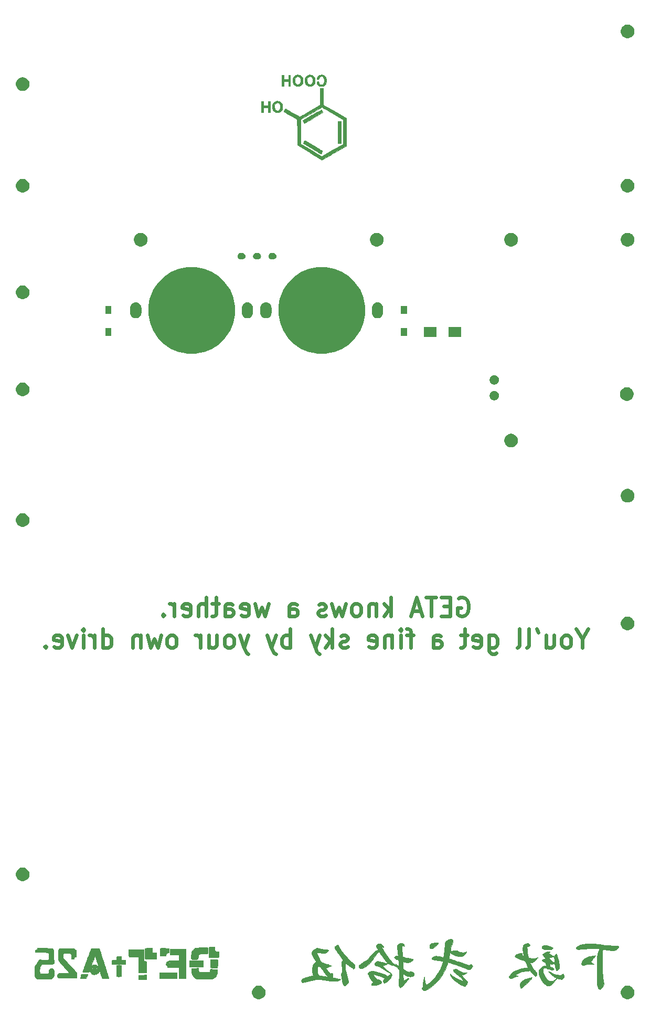
<source format=gbs>
G04 #@! TF.GenerationSoftware,KiCad,Pcbnew,(5.1.5)-3*
G04 #@! TF.CreationDate,2021-03-06T01:54:52+09:00*
G04 #@! TF.ProjectId,Getta25,47657474-6132-4352-9e6b-696361645f70,rev?*
G04 #@! TF.SameCoordinates,Original*
G04 #@! TF.FileFunction,Soldermask,Bot*
G04 #@! TF.FilePolarity,Negative*
%FSLAX46Y46*%
G04 Gerber Fmt 4.6, Leading zero omitted, Abs format (unit mm)*
G04 Created by KiCad (PCBNEW (5.1.5)-3) date 2021-03-06 01:54:52*
%MOMM*%
%LPD*%
G04 APERTURE LIST*
%ADD10C,0.600000*%
%ADD11C,0.010000*%
%ADD12C,0.100000*%
G04 APERTURE END LIST*
D10*
X96061904Y-70450000D02*
X96338095Y-70307142D01*
X96752380Y-70307142D01*
X97166666Y-70450000D01*
X97442857Y-70735714D01*
X97580952Y-71021428D01*
X97719047Y-71592857D01*
X97719047Y-72021428D01*
X97580952Y-72592857D01*
X97442857Y-72878571D01*
X97166666Y-73164285D01*
X96752380Y-73307142D01*
X96476190Y-73307142D01*
X96061904Y-73164285D01*
X95923809Y-73021428D01*
X95923809Y-72021428D01*
X96476190Y-72021428D01*
X94680952Y-71735714D02*
X93714285Y-71735714D01*
X93300000Y-73307142D02*
X94680952Y-73307142D01*
X94680952Y-70307142D01*
X93300000Y-70307142D01*
X92471428Y-70307142D02*
X90814285Y-70307142D01*
X91642857Y-73307142D02*
X91642857Y-70307142D01*
X89985714Y-72450000D02*
X88604761Y-72450000D01*
X90261904Y-73307142D02*
X89295238Y-70307142D01*
X88328571Y-73307142D01*
X85152380Y-73307142D02*
X85152380Y-70307142D01*
X84876190Y-72164285D02*
X84047619Y-73307142D01*
X84047619Y-71307142D02*
X85152380Y-72450000D01*
X82804761Y-71307142D02*
X82804761Y-73307142D01*
X82804761Y-71592857D02*
X82666666Y-71450000D01*
X82390476Y-71307142D01*
X81976190Y-71307142D01*
X81700000Y-71450000D01*
X81561904Y-71735714D01*
X81561904Y-73307142D01*
X79766666Y-73307142D02*
X80042857Y-73164285D01*
X80180952Y-73021428D01*
X80319047Y-72735714D01*
X80319047Y-71878571D01*
X80180952Y-71592857D01*
X80042857Y-71450000D01*
X79766666Y-71307142D01*
X79352380Y-71307142D01*
X79076190Y-71450000D01*
X78938095Y-71592857D01*
X78800000Y-71878571D01*
X78800000Y-72735714D01*
X78938095Y-73021428D01*
X79076190Y-73164285D01*
X79352380Y-73307142D01*
X79766666Y-73307142D01*
X77833333Y-71307142D02*
X77280952Y-73307142D01*
X76728571Y-71878571D01*
X76176190Y-73307142D01*
X75623809Y-71307142D01*
X74657142Y-73164285D02*
X74380952Y-73307142D01*
X73828571Y-73307142D01*
X73552380Y-73164285D01*
X73414285Y-72878571D01*
X73414285Y-72735714D01*
X73552380Y-72450000D01*
X73828571Y-72307142D01*
X74242857Y-72307142D01*
X74519047Y-72164285D01*
X74657142Y-71878571D01*
X74657142Y-71735714D01*
X74519047Y-71450000D01*
X74242857Y-71307142D01*
X73828571Y-71307142D01*
X73552380Y-71450000D01*
X68719047Y-73307142D02*
X68719047Y-71735714D01*
X68857142Y-71450000D01*
X69133333Y-71307142D01*
X69685714Y-71307142D01*
X69961904Y-71450000D01*
X68719047Y-73164285D02*
X68995238Y-73307142D01*
X69685714Y-73307142D01*
X69961904Y-73164285D01*
X70100000Y-72878571D01*
X70100000Y-72592857D01*
X69961904Y-72307142D01*
X69685714Y-72164285D01*
X68995238Y-72164285D01*
X68719047Y-72021428D01*
X65404761Y-71307142D02*
X64852380Y-73307142D01*
X64300000Y-71878571D01*
X63747619Y-73307142D01*
X63195238Y-71307142D01*
X60985714Y-73164285D02*
X61261904Y-73307142D01*
X61814285Y-73307142D01*
X62090476Y-73164285D01*
X62228571Y-72878571D01*
X62228571Y-71735714D01*
X62090476Y-71450000D01*
X61814285Y-71307142D01*
X61261904Y-71307142D01*
X60985714Y-71450000D01*
X60847619Y-71735714D01*
X60847619Y-72021428D01*
X62228571Y-72307142D01*
X58361904Y-73307142D02*
X58361904Y-71735714D01*
X58500000Y-71450000D01*
X58776190Y-71307142D01*
X59328571Y-71307142D01*
X59604761Y-71450000D01*
X58361904Y-73164285D02*
X58638095Y-73307142D01*
X59328571Y-73307142D01*
X59604761Y-73164285D01*
X59742857Y-72878571D01*
X59742857Y-72592857D01*
X59604761Y-72307142D01*
X59328571Y-72164285D01*
X58638095Y-72164285D01*
X58361904Y-72021428D01*
X57395238Y-71307142D02*
X56290476Y-71307142D01*
X56980952Y-70307142D02*
X56980952Y-72878571D01*
X56842857Y-73164285D01*
X56566666Y-73307142D01*
X56290476Y-73307142D01*
X55323809Y-73307142D02*
X55323809Y-70307142D01*
X54080952Y-73307142D02*
X54080952Y-71735714D01*
X54219047Y-71450000D01*
X54495238Y-71307142D01*
X54909523Y-71307142D01*
X55185714Y-71450000D01*
X55323809Y-71592857D01*
X51595238Y-73164285D02*
X51871428Y-73307142D01*
X52423809Y-73307142D01*
X52700000Y-73164285D01*
X52838095Y-72878571D01*
X52838095Y-71735714D01*
X52700000Y-71450000D01*
X52423809Y-71307142D01*
X51871428Y-71307142D01*
X51595238Y-71450000D01*
X51457142Y-71735714D01*
X51457142Y-72021428D01*
X52838095Y-72307142D01*
X50214285Y-73307142D02*
X50214285Y-71307142D01*
X50214285Y-71878571D02*
X50076190Y-71592857D01*
X49938095Y-71450000D01*
X49661904Y-71307142D01*
X49385714Y-71307142D01*
X48419047Y-73021428D02*
X48280952Y-73164285D01*
X48419047Y-73307142D01*
X48557142Y-73164285D01*
X48419047Y-73021428D01*
X48419047Y-73307142D01*
X116016666Y-76978571D02*
X116016666Y-78407142D01*
X116983333Y-75407142D02*
X116016666Y-76978571D01*
X115050000Y-75407142D01*
X113669047Y-78407142D02*
X113945238Y-78264285D01*
X114083333Y-78121428D01*
X114221428Y-77835714D01*
X114221428Y-76978571D01*
X114083333Y-76692857D01*
X113945238Y-76550000D01*
X113669047Y-76407142D01*
X113254761Y-76407142D01*
X112978571Y-76550000D01*
X112840476Y-76692857D01*
X112702380Y-76978571D01*
X112702380Y-77835714D01*
X112840476Y-78121428D01*
X112978571Y-78264285D01*
X113254761Y-78407142D01*
X113669047Y-78407142D01*
X110216666Y-76407142D02*
X110216666Y-78407142D01*
X111459523Y-76407142D02*
X111459523Y-77978571D01*
X111321428Y-78264285D01*
X111045238Y-78407142D01*
X110630952Y-78407142D01*
X110354761Y-78264285D01*
X110216666Y-78121428D01*
X108697619Y-75407142D02*
X108973809Y-75978571D01*
X107040476Y-78407142D02*
X107316666Y-78264285D01*
X107454761Y-77978571D01*
X107454761Y-75407142D01*
X105521428Y-78407142D02*
X105797619Y-78264285D01*
X105935714Y-77978571D01*
X105935714Y-75407142D01*
X100964285Y-76407142D02*
X100964285Y-78835714D01*
X101102380Y-79121428D01*
X101240476Y-79264285D01*
X101516666Y-79407142D01*
X101930952Y-79407142D01*
X102207142Y-79264285D01*
X100964285Y-78264285D02*
X101240476Y-78407142D01*
X101792857Y-78407142D01*
X102069047Y-78264285D01*
X102207142Y-78121428D01*
X102345238Y-77835714D01*
X102345238Y-76978571D01*
X102207142Y-76692857D01*
X102069047Y-76550000D01*
X101792857Y-76407142D01*
X101240476Y-76407142D01*
X100964285Y-76550000D01*
X98478571Y-78264285D02*
X98754761Y-78407142D01*
X99307142Y-78407142D01*
X99583333Y-78264285D01*
X99721428Y-77978571D01*
X99721428Y-76835714D01*
X99583333Y-76550000D01*
X99307142Y-76407142D01*
X98754761Y-76407142D01*
X98478571Y-76550000D01*
X98340476Y-76835714D01*
X98340476Y-77121428D01*
X99721428Y-77407142D01*
X97511904Y-76407142D02*
X96407142Y-76407142D01*
X97097619Y-75407142D02*
X97097619Y-77978571D01*
X96959523Y-78264285D01*
X96683333Y-78407142D01*
X96407142Y-78407142D01*
X91988095Y-78407142D02*
X91988095Y-76835714D01*
X92126190Y-76550000D01*
X92402380Y-76407142D01*
X92954761Y-76407142D01*
X93230952Y-76550000D01*
X91988095Y-78264285D02*
X92264285Y-78407142D01*
X92954761Y-78407142D01*
X93230952Y-78264285D01*
X93369047Y-77978571D01*
X93369047Y-77692857D01*
X93230952Y-77407142D01*
X92954761Y-77264285D01*
X92264285Y-77264285D01*
X91988095Y-77121428D01*
X88811904Y-76407142D02*
X87707142Y-76407142D01*
X88397619Y-78407142D02*
X88397619Y-75835714D01*
X88259523Y-75550000D01*
X87983333Y-75407142D01*
X87707142Y-75407142D01*
X86740476Y-78407142D02*
X86740476Y-76407142D01*
X86740476Y-75407142D02*
X86878571Y-75550000D01*
X86740476Y-75692857D01*
X86602380Y-75550000D01*
X86740476Y-75407142D01*
X86740476Y-75692857D01*
X85359523Y-76407142D02*
X85359523Y-78407142D01*
X85359523Y-76692857D02*
X85221428Y-76550000D01*
X84945238Y-76407142D01*
X84530952Y-76407142D01*
X84254761Y-76550000D01*
X84116666Y-76835714D01*
X84116666Y-78407142D01*
X81630952Y-78264285D02*
X81907142Y-78407142D01*
X82459523Y-78407142D01*
X82735714Y-78264285D01*
X82873809Y-77978571D01*
X82873809Y-76835714D01*
X82735714Y-76550000D01*
X82459523Y-76407142D01*
X81907142Y-76407142D01*
X81630952Y-76550000D01*
X81492857Y-76835714D01*
X81492857Y-77121428D01*
X82873809Y-77407142D01*
X78178571Y-78264285D02*
X77902380Y-78407142D01*
X77350000Y-78407142D01*
X77073809Y-78264285D01*
X76935714Y-77978571D01*
X76935714Y-77835714D01*
X77073809Y-77550000D01*
X77350000Y-77407142D01*
X77764285Y-77407142D01*
X78040476Y-77264285D01*
X78178571Y-76978571D01*
X78178571Y-76835714D01*
X78040476Y-76550000D01*
X77764285Y-76407142D01*
X77350000Y-76407142D01*
X77073809Y-76550000D01*
X75692857Y-78407142D02*
X75692857Y-75407142D01*
X75416666Y-77264285D02*
X74588095Y-78407142D01*
X74588095Y-76407142D02*
X75692857Y-77550000D01*
X73621428Y-76407142D02*
X72930952Y-78407142D01*
X72240476Y-76407142D02*
X72930952Y-78407142D01*
X73207142Y-79121428D01*
X73345238Y-79264285D01*
X73621428Y-79407142D01*
X68926190Y-78407142D02*
X68926190Y-75407142D01*
X68926190Y-76550000D02*
X68650000Y-76407142D01*
X68097619Y-76407142D01*
X67821428Y-76550000D01*
X67683333Y-76692857D01*
X67545238Y-76978571D01*
X67545238Y-77835714D01*
X67683333Y-78121428D01*
X67821428Y-78264285D01*
X68097619Y-78407142D01*
X68650000Y-78407142D01*
X68926190Y-78264285D01*
X66578571Y-76407142D02*
X65888095Y-78407142D01*
X65197619Y-76407142D02*
X65888095Y-78407142D01*
X66164285Y-79121428D01*
X66302380Y-79264285D01*
X66578571Y-79407142D01*
X62159523Y-76407142D02*
X61469047Y-78407142D01*
X60778571Y-76407142D02*
X61469047Y-78407142D01*
X61745238Y-79121428D01*
X61883333Y-79264285D01*
X62159523Y-79407142D01*
X59259523Y-78407142D02*
X59535714Y-78264285D01*
X59673809Y-78121428D01*
X59811904Y-77835714D01*
X59811904Y-76978571D01*
X59673809Y-76692857D01*
X59535714Y-76550000D01*
X59259523Y-76407142D01*
X58845238Y-76407142D01*
X58569047Y-76550000D01*
X58430952Y-76692857D01*
X58292857Y-76978571D01*
X58292857Y-77835714D01*
X58430952Y-78121428D01*
X58569047Y-78264285D01*
X58845238Y-78407142D01*
X59259523Y-78407142D01*
X55807142Y-76407142D02*
X55807142Y-78407142D01*
X57050000Y-76407142D02*
X57050000Y-77978571D01*
X56911904Y-78264285D01*
X56635714Y-78407142D01*
X56221428Y-78407142D01*
X55945238Y-78264285D01*
X55807142Y-78121428D01*
X54426190Y-78407142D02*
X54426190Y-76407142D01*
X54426190Y-76978571D02*
X54288095Y-76692857D01*
X54150000Y-76550000D01*
X53873809Y-76407142D01*
X53597619Y-76407142D01*
X50007142Y-78407142D02*
X50283333Y-78264285D01*
X50421428Y-78121428D01*
X50559523Y-77835714D01*
X50559523Y-76978571D01*
X50421428Y-76692857D01*
X50283333Y-76550000D01*
X50007142Y-76407142D01*
X49592857Y-76407142D01*
X49316666Y-76550000D01*
X49178571Y-76692857D01*
X49040476Y-76978571D01*
X49040476Y-77835714D01*
X49178571Y-78121428D01*
X49316666Y-78264285D01*
X49592857Y-78407142D01*
X50007142Y-78407142D01*
X48073809Y-76407142D02*
X47521428Y-78407142D01*
X46969047Y-76978571D01*
X46416666Y-78407142D01*
X45864285Y-76407142D01*
X44759523Y-76407142D02*
X44759523Y-78407142D01*
X44759523Y-76692857D02*
X44621428Y-76550000D01*
X44345238Y-76407142D01*
X43930952Y-76407142D01*
X43654761Y-76550000D01*
X43516666Y-76835714D01*
X43516666Y-78407142D01*
X38683333Y-78407142D02*
X38683333Y-75407142D01*
X38683333Y-78264285D02*
X38959523Y-78407142D01*
X39511904Y-78407142D01*
X39788095Y-78264285D01*
X39926190Y-78121428D01*
X40064285Y-77835714D01*
X40064285Y-76978571D01*
X39926190Y-76692857D01*
X39788095Y-76550000D01*
X39511904Y-76407142D01*
X38959523Y-76407142D01*
X38683333Y-76550000D01*
X37302380Y-78407142D02*
X37302380Y-76407142D01*
X37302380Y-76978571D02*
X37164285Y-76692857D01*
X37026190Y-76550000D01*
X36750000Y-76407142D01*
X36473809Y-76407142D01*
X35507142Y-78407142D02*
X35507142Y-76407142D01*
X35507142Y-75407142D02*
X35645238Y-75550000D01*
X35507142Y-75692857D01*
X35369047Y-75550000D01*
X35507142Y-75407142D01*
X35507142Y-75692857D01*
X34402380Y-76407142D02*
X33711904Y-78407142D01*
X33021428Y-76407142D01*
X30811904Y-78264285D02*
X31088095Y-78407142D01*
X31640476Y-78407142D01*
X31916666Y-78264285D01*
X32054761Y-77978571D01*
X32054761Y-76835714D01*
X31916666Y-76550000D01*
X31640476Y-76407142D01*
X31088095Y-76407142D01*
X30811904Y-76550000D01*
X30673809Y-76835714D01*
X30673809Y-77121428D01*
X32054761Y-77407142D01*
X29430952Y-78121428D02*
X29292857Y-78264285D01*
X29430952Y-78407142D01*
X29569047Y-78264285D01*
X29430952Y-78121428D01*
X29430952Y-78407142D01*
D11*
G36*
X73902840Y8356344D02*
G01*
X73817656Y8310362D01*
X73687364Y8238461D01*
X73518797Y8144517D01*
X73318786Y8032406D01*
X73094164Y7906003D01*
X72851763Y7769184D01*
X72598415Y7625824D01*
X72340952Y7479800D01*
X72086207Y7334986D01*
X71841011Y7195259D01*
X71612197Y7064493D01*
X71406598Y6946564D01*
X71231044Y6845349D01*
X71092369Y6764722D01*
X70997405Y6708558D01*
X70952983Y6680735D01*
X70951264Y6679390D01*
X70946339Y6636399D01*
X70970718Y6563652D01*
X70973725Y6557504D01*
X71022268Y6459514D01*
X71076920Y6347700D01*
X71084496Y6332066D01*
X71130207Y6253621D01*
X71170609Y6210270D01*
X71180568Y6207135D01*
X71215912Y6223916D01*
X71304243Y6271291D01*
X71439852Y6346055D01*
X71617026Y6445003D01*
X71830058Y6564927D01*
X72073236Y6702624D01*
X72340851Y6854886D01*
X72627192Y7018509D01*
X72693695Y7056608D01*
X74172190Y7904012D01*
X74068719Y8138272D01*
X74015637Y8250351D01*
X73969576Y8333211D01*
X73939203Y8371544D01*
X73936084Y8372533D01*
X73902840Y8356344D01*
G37*
X73902840Y8356344D02*
X73817656Y8310362D01*
X73687364Y8238461D01*
X73518797Y8144517D01*
X73318786Y8032406D01*
X73094164Y7906003D01*
X72851763Y7769184D01*
X72598415Y7625824D01*
X72340952Y7479800D01*
X72086207Y7334986D01*
X71841011Y7195259D01*
X71612197Y7064493D01*
X71406598Y6946564D01*
X71231044Y6845349D01*
X71092369Y6764722D01*
X70997405Y6708558D01*
X70952983Y6680735D01*
X70951264Y6679390D01*
X70946339Y6636399D01*
X70970718Y6563652D01*
X70973725Y6557504D01*
X71022268Y6459514D01*
X71076920Y6347700D01*
X71084496Y6332066D01*
X71130207Y6253621D01*
X71170609Y6210270D01*
X71180568Y6207135D01*
X71215912Y6223916D01*
X71304243Y6271291D01*
X71439852Y6346055D01*
X71617026Y6445003D01*
X71830058Y6564927D01*
X72073236Y6702624D01*
X72340851Y6854886D01*
X72627192Y7018509D01*
X72693695Y7056608D01*
X74172190Y7904012D01*
X74068719Y8138272D01*
X74015637Y8250351D01*
X73969576Y8333211D01*
X73939203Y8371544D01*
X73936084Y8372533D01*
X73902840Y8356344D01*
G36*
X76583067Y2920000D02*
G01*
X77091067Y2920000D01*
X77091067Y6509866D01*
X76583067Y6509866D01*
X76583067Y2920000D01*
G37*
X76583067Y2920000D02*
X77091067Y2920000D01*
X77091067Y6509866D01*
X76583067Y6509866D01*
X76583067Y2920000D01*
G36*
X71213019Y3388214D02*
G01*
X71176551Y3334182D01*
X71126676Y3240141D01*
X71085438Y3151566D01*
X71001418Y2959799D01*
X72417875Y2110166D01*
X72699622Y1941534D01*
X72963966Y1784030D01*
X73205188Y1641011D01*
X73417566Y1515834D01*
X73595383Y1411858D01*
X73732919Y1332440D01*
X73824454Y1280937D01*
X73864270Y1260707D01*
X73865185Y1260533D01*
X73894264Y1288627D01*
X73942483Y1362767D01*
X74000085Y1467735D01*
X74007839Y1483021D01*
X74059251Y1596307D01*
X74088827Y1684350D01*
X74091263Y1730992D01*
X74089819Y1732748D01*
X74055565Y1755078D01*
X73968884Y1808571D01*
X73835549Y1889744D01*
X73661335Y1995112D01*
X73452016Y2121191D01*
X73213365Y2264498D01*
X72951157Y2421548D01*
X72671165Y2588857D01*
X72658290Y2596541D01*
X72328176Y2793122D01*
X72051336Y2956892D01*
X71823235Y3090336D01*
X71639335Y3195939D01*
X71495102Y3276185D01*
X71385999Y3333559D01*
X71307489Y3370546D01*
X71255038Y3389630D01*
X71224109Y3393297D01*
X71213019Y3388214D01*
G37*
X71213019Y3388214D02*
X71176551Y3334182D01*
X71126676Y3240141D01*
X71085438Y3151566D01*
X71001418Y2959799D01*
X72417875Y2110166D01*
X72699622Y1941534D01*
X72963966Y1784030D01*
X73205188Y1641011D01*
X73417566Y1515834D01*
X73595383Y1411858D01*
X73732919Y1332440D01*
X73824454Y1280937D01*
X73864270Y1260707D01*
X73865185Y1260533D01*
X73894264Y1288627D01*
X73942483Y1362767D01*
X74000085Y1467735D01*
X74007839Y1483021D01*
X74059251Y1596307D01*
X74088827Y1684350D01*
X74091263Y1730992D01*
X74089819Y1732748D01*
X74055565Y1755078D01*
X73968884Y1808571D01*
X73835549Y1889744D01*
X73661335Y1995112D01*
X73452016Y2121191D01*
X73213365Y2264498D01*
X72951157Y2421548D01*
X72671165Y2588857D01*
X72658290Y2596541D01*
X72328176Y2793122D01*
X72051336Y2956892D01*
X71823235Y3090336D01*
X71639335Y3195939D01*
X71495102Y3276185D01*
X71385999Y3333559D01*
X71307489Y3370546D01*
X71255038Y3389630D01*
X71224109Y3393297D01*
X71213019Y3388214D01*
G36*
X68624400Y13249333D02*
G01*
X67845467Y13249333D01*
X67845467Y13994400D01*
X67540667Y13994400D01*
X67540667Y12165600D01*
X67845467Y12165600D01*
X67845467Y12978400D01*
X68624400Y12978400D01*
X68624400Y12165600D01*
X68929200Y12165600D01*
X68929200Y13994400D01*
X68624400Y13994400D01*
X68624400Y13249333D01*
G37*
X68624400Y13249333D02*
X67845467Y13249333D01*
X67845467Y13994400D01*
X67540667Y13994400D01*
X67540667Y12165600D01*
X67845467Y12165600D01*
X67845467Y12978400D01*
X68624400Y12978400D01*
X68624400Y12165600D01*
X68929200Y12165600D01*
X68929200Y13994400D01*
X68624400Y13994400D01*
X68624400Y13249333D01*
G36*
X69859820Y13963724D02*
G01*
X69667735Y13872552D01*
X69510534Y13736759D01*
X69503920Y13728892D01*
X69394177Y13547013D01*
X69327026Y13329541D01*
X69302706Y13093742D01*
X69321454Y12856879D01*
X69383510Y12636218D01*
X69486293Y12452695D01*
X69629907Y12314337D01*
X69812273Y12212464D01*
X70013627Y12154134D01*
X70214208Y12146405D01*
X70300800Y12161793D01*
X70496948Y12242568D01*
X70670901Y12370646D01*
X70807295Y12531876D01*
X70888029Y12702672D01*
X70913294Y12838075D01*
X70925039Y13011829D01*
X70924383Y13080000D01*
X70603644Y13080000D01*
X70585157Y12851400D01*
X70527725Y12673039D01*
X70428393Y12537775D01*
X70355059Y12479313D01*
X70200704Y12414016D01*
X70038745Y12414069D01*
X69885932Y12475633D01*
X69766197Y12583628D01*
X69687304Y12736771D01*
X69647295Y12939877D01*
X69641144Y13077774D01*
X69662083Y13307022D01*
X69723885Y13494861D01*
X69822825Y13636031D01*
X69955181Y13725268D01*
X70117229Y13757310D01*
X70121989Y13757333D01*
X70282781Y13726611D01*
X70415581Y13638420D01*
X70516146Y13498724D01*
X70580238Y13313487D01*
X70603615Y13088672D01*
X70603644Y13080000D01*
X70924383Y13080000D01*
X70923265Y13195915D01*
X70907971Y13362315D01*
X70888029Y13457327D01*
X70815434Y13609312D01*
X70697880Y13759249D01*
X70554955Y13884552D01*
X70474961Y13933591D01*
X70280476Y13997836D01*
X70069748Y14006682D01*
X69859820Y13963724D01*
G37*
X69859820Y13963724D02*
X69667735Y13872552D01*
X69510534Y13736759D01*
X69503920Y13728892D01*
X69394177Y13547013D01*
X69327026Y13329541D01*
X69302706Y13093742D01*
X69321454Y12856879D01*
X69383510Y12636218D01*
X69486293Y12452695D01*
X69629907Y12314337D01*
X69812273Y12212464D01*
X70013627Y12154134D01*
X70214208Y12146405D01*
X70300800Y12161793D01*
X70496948Y12242568D01*
X70670901Y12370646D01*
X70807295Y12531876D01*
X70888029Y12702672D01*
X70913294Y12838075D01*
X70925039Y13011829D01*
X70924383Y13080000D01*
X70603644Y13080000D01*
X70585157Y12851400D01*
X70527725Y12673039D01*
X70428393Y12537775D01*
X70355059Y12479313D01*
X70200704Y12414016D01*
X70038745Y12414069D01*
X69885932Y12475633D01*
X69766197Y12583628D01*
X69687304Y12736771D01*
X69647295Y12939877D01*
X69641144Y13077774D01*
X69662083Y13307022D01*
X69723885Y13494861D01*
X69822825Y13636031D01*
X69955181Y13725268D01*
X70117229Y13757310D01*
X70121989Y13757333D01*
X70282781Y13726611D01*
X70415581Y13638420D01*
X70516146Y13498724D01*
X70580238Y13313487D01*
X70603615Y13088672D01*
X70603644Y13080000D01*
X70924383Y13080000D01*
X70923265Y13195915D01*
X70907971Y13362315D01*
X70888029Y13457327D01*
X70815434Y13609312D01*
X70697880Y13759249D01*
X70554955Y13884552D01*
X70474961Y13933591D01*
X70280476Y13997836D01*
X70069748Y14006682D01*
X69859820Y13963724D01*
G36*
X71824087Y13963724D02*
G01*
X71632001Y13872552D01*
X71474801Y13736759D01*
X71468186Y13728892D01*
X71358444Y13547013D01*
X71291293Y13329541D01*
X71266972Y13093742D01*
X71285721Y12856879D01*
X71347777Y12636218D01*
X71450560Y12452695D01*
X71594173Y12314337D01*
X71776539Y12212464D01*
X71977894Y12154134D01*
X72178474Y12146405D01*
X72265067Y12161793D01*
X72461214Y12242568D01*
X72635167Y12370646D01*
X72771561Y12531876D01*
X72852296Y12702672D01*
X72877560Y12838075D01*
X72889306Y13011829D01*
X72888649Y13080000D01*
X72567910Y13080000D01*
X72549423Y12851400D01*
X72491992Y12673039D01*
X72392660Y12537775D01*
X72319325Y12479313D01*
X72164971Y12414016D01*
X72003012Y12414069D01*
X71850199Y12475633D01*
X71730464Y12583628D01*
X71651570Y12736771D01*
X71611562Y12939877D01*
X71605411Y13077774D01*
X71626350Y13307022D01*
X71688151Y13494861D01*
X71787092Y13636031D01*
X71919448Y13725268D01*
X72081496Y13757310D01*
X72086256Y13757333D01*
X72247048Y13726611D01*
X72379847Y13638420D01*
X72480413Y13498724D01*
X72544505Y13313487D01*
X72567882Y13088672D01*
X72567910Y13080000D01*
X72888649Y13080000D01*
X72887531Y13195915D01*
X72872238Y13362315D01*
X72852296Y13457327D01*
X72779700Y13609312D01*
X72662146Y13759249D01*
X72519222Y13884552D01*
X72439228Y13933591D01*
X72244743Y13997836D01*
X72034015Y14006682D01*
X71824087Y13963724D01*
G37*
X71824087Y13963724D02*
X71632001Y13872552D01*
X71474801Y13736759D01*
X71468186Y13728892D01*
X71358444Y13547013D01*
X71291293Y13329541D01*
X71266972Y13093742D01*
X71285721Y12856879D01*
X71347777Y12636218D01*
X71450560Y12452695D01*
X71594173Y12314337D01*
X71776539Y12212464D01*
X71977894Y12154134D01*
X72178474Y12146405D01*
X72265067Y12161793D01*
X72461214Y12242568D01*
X72635167Y12370646D01*
X72771561Y12531876D01*
X72852296Y12702672D01*
X72877560Y12838075D01*
X72889306Y13011829D01*
X72888649Y13080000D01*
X72567910Y13080000D01*
X72549423Y12851400D01*
X72491992Y12673039D01*
X72392660Y12537775D01*
X72319325Y12479313D01*
X72164971Y12414016D01*
X72003012Y12414069D01*
X71850199Y12475633D01*
X71730464Y12583628D01*
X71651570Y12736771D01*
X71611562Y12939877D01*
X71605411Y13077774D01*
X71626350Y13307022D01*
X71688151Y13494861D01*
X71787092Y13636031D01*
X71919448Y13725268D01*
X72081496Y13757310D01*
X72086256Y13757333D01*
X72247048Y13726611D01*
X72379847Y13638420D01*
X72480413Y13498724D01*
X72544505Y13313487D01*
X72567882Y13088672D01*
X72567910Y13080000D01*
X72888649Y13080000D01*
X72887531Y13195915D01*
X72872238Y13362315D01*
X72852296Y13457327D01*
X72779700Y13609312D01*
X72662146Y13759249D01*
X72519222Y13884552D01*
X72439228Y13933591D01*
X72244743Y13997836D01*
X72034015Y14006682D01*
X71824087Y13963724D01*
G36*
X73763912Y13996729D02*
G01*
X73731824Y13990470D01*
X73549844Y13919186D01*
X73395072Y13794821D01*
X73281057Y13630636D01*
X73233686Y13502882D01*
X73212950Y13386683D01*
X73228516Y13319625D01*
X73287668Y13289646D01*
X73365733Y13284237D01*
X73455445Y13295980D01*
X73513765Y13341477D01*
X73558281Y13436134D01*
X73566286Y13459892D01*
X73644096Y13605264D01*
X73761959Y13707072D01*
X73906608Y13754980D01*
X73948050Y13757333D01*
X74043040Y13747790D01*
X74121441Y13710215D01*
X74211044Y13631189D01*
X74212666Y13629570D01*
X74324283Y13474384D01*
X74393541Y13285438D01*
X74420190Y13079507D01*
X74403981Y12873368D01*
X74344664Y12683796D01*
X74241992Y12527567D01*
X74229229Y12514322D01*
X74150817Y12445568D01*
X74075884Y12412557D01*
X73972605Y12402891D01*
X73942627Y12402667D01*
X73827353Y12409620D01*
X73731321Y12427297D01*
X73699295Y12439266D01*
X73639265Y12497770D01*
X73578127Y12597187D01*
X73528512Y12712104D01*
X73503050Y12817109D01*
X73501944Y12836322D01*
X73495415Y12883100D01*
X73465242Y12904188D01*
X73393769Y12906988D01*
X73340333Y12904055D01*
X73243638Y12895308D01*
X73197783Y12877182D01*
X73185944Y12837260D01*
X73188665Y12792133D01*
X73235580Y12586340D01*
X73331286Y12407069D01*
X73466629Y12266419D01*
X73632454Y12176492D01*
X73661141Y12167636D01*
X73862631Y12136467D01*
X74072642Y12145357D01*
X74225108Y12181487D01*
X74402010Y12278434D01*
X74545178Y12424273D01*
X74652235Y12607856D01*
X74720805Y12818037D01*
X74748510Y13043669D01*
X74732972Y13273605D01*
X74671815Y13496699D01*
X74562662Y13701803D01*
X74552408Y13716241D01*
X74403171Y13866997D01*
X74215945Y13966024D01*
X73999826Y14010281D01*
X73763912Y13996729D01*
G37*
X73763912Y13996729D02*
X73731824Y13990470D01*
X73549844Y13919186D01*
X73395072Y13794821D01*
X73281057Y13630636D01*
X73233686Y13502882D01*
X73212950Y13386683D01*
X73228516Y13319625D01*
X73287668Y13289646D01*
X73365733Y13284237D01*
X73455445Y13295980D01*
X73513765Y13341477D01*
X73558281Y13436134D01*
X73566286Y13459892D01*
X73644096Y13605264D01*
X73761959Y13707072D01*
X73906608Y13754980D01*
X73948050Y13757333D01*
X74043040Y13747790D01*
X74121441Y13710215D01*
X74211044Y13631189D01*
X74212666Y13629570D01*
X74324283Y13474384D01*
X74393541Y13285438D01*
X74420190Y13079507D01*
X74403981Y12873368D01*
X74344664Y12683796D01*
X74241992Y12527567D01*
X74229229Y12514322D01*
X74150817Y12445568D01*
X74075884Y12412557D01*
X73972605Y12402891D01*
X73942627Y12402667D01*
X73827353Y12409620D01*
X73731321Y12427297D01*
X73699295Y12439266D01*
X73639265Y12497770D01*
X73578127Y12597187D01*
X73528512Y12712104D01*
X73503050Y12817109D01*
X73501944Y12836322D01*
X73495415Y12883100D01*
X73465242Y12904188D01*
X73393769Y12906988D01*
X73340333Y12904055D01*
X73243638Y12895308D01*
X73197783Y12877182D01*
X73185944Y12837260D01*
X73188665Y12792133D01*
X73235580Y12586340D01*
X73331286Y12407069D01*
X73466629Y12266419D01*
X73632454Y12176492D01*
X73661141Y12167636D01*
X73862631Y12136467D01*
X74072642Y12145357D01*
X74225108Y12181487D01*
X74402010Y12278434D01*
X74545178Y12424273D01*
X74652235Y12607856D01*
X74720805Y12818037D01*
X74748510Y13043669D01*
X74732972Y13273605D01*
X74671815Y13496699D01*
X74562662Y13701803D01*
X74552408Y13716241D01*
X74403171Y13866997D01*
X74215945Y13966024D01*
X73999826Y14010281D01*
X73763912Y13996729D01*
G36*
X65339333Y9016000D02*
G01*
X64560400Y9016000D01*
X64560400Y9761066D01*
X64255600Y9761066D01*
X64255600Y7932267D01*
X64560400Y7932267D01*
X64560400Y8745067D01*
X65339333Y8745067D01*
X65339333Y7932267D01*
X65644133Y7932267D01*
X65644133Y9761066D01*
X65339333Y9761066D01*
X65339333Y9016000D01*
G37*
X65339333Y9016000D02*
X64560400Y9016000D01*
X64560400Y9761066D01*
X64255600Y9761066D01*
X64255600Y7932267D01*
X64560400Y7932267D01*
X64560400Y8745067D01*
X65339333Y8745067D01*
X65339333Y7932267D01*
X65644133Y7932267D01*
X65644133Y9761066D01*
X65339333Y9761066D01*
X65339333Y9016000D01*
G36*
X66574754Y9730390D02*
G01*
X66382668Y9639218D01*
X66225467Y9503426D01*
X66218853Y9495559D01*
X66109110Y9313680D01*
X66041960Y9096208D01*
X66017639Y8860408D01*
X66036388Y8623545D01*
X66098444Y8402885D01*
X66201226Y8219361D01*
X66344840Y8081003D01*
X66527206Y7979130D01*
X66728561Y7920800D01*
X66929141Y7913072D01*
X67015733Y7928459D01*
X67211881Y8009234D01*
X67385834Y8137312D01*
X67522228Y8298542D01*
X67602963Y8469339D01*
X67628227Y8604741D01*
X67639972Y8778495D01*
X67639316Y8846667D01*
X67318577Y8846667D01*
X67300090Y8618067D01*
X67242658Y8439706D01*
X67143326Y8304441D01*
X67069992Y8245980D01*
X66915637Y8180682D01*
X66753678Y8180736D01*
X66600865Y8242300D01*
X66481130Y8350294D01*
X66402237Y8503438D01*
X66362228Y8706544D01*
X66356077Y8844441D01*
X66377016Y9073688D01*
X66438818Y9261528D01*
X66537759Y9402697D01*
X66670115Y9491935D01*
X66832163Y9523977D01*
X66836923Y9524000D01*
X66997715Y9493278D01*
X67130514Y9405087D01*
X67231080Y9265391D01*
X67295172Y9080154D01*
X67318548Y8855339D01*
X67318577Y8846667D01*
X67639316Y8846667D01*
X67638198Y8962582D01*
X67622905Y9128982D01*
X67602963Y9223994D01*
X67530367Y9375979D01*
X67412813Y9525915D01*
X67269888Y9651218D01*
X67189895Y9700257D01*
X66995409Y9764502D01*
X66784681Y9773349D01*
X66574754Y9730390D01*
G37*
X66574754Y9730390D02*
X66382668Y9639218D01*
X66225467Y9503426D01*
X66218853Y9495559D01*
X66109110Y9313680D01*
X66041960Y9096208D01*
X66017639Y8860408D01*
X66036388Y8623545D01*
X66098444Y8402885D01*
X66201226Y8219361D01*
X66344840Y8081003D01*
X66527206Y7979130D01*
X66728561Y7920800D01*
X66929141Y7913072D01*
X67015733Y7928459D01*
X67211881Y8009234D01*
X67385834Y8137312D01*
X67522228Y8298542D01*
X67602963Y8469339D01*
X67628227Y8604741D01*
X67639972Y8778495D01*
X67639316Y8846667D01*
X67318577Y8846667D01*
X67300090Y8618067D01*
X67242658Y8439706D01*
X67143326Y8304441D01*
X67069992Y8245980D01*
X66915637Y8180682D01*
X66753678Y8180736D01*
X66600865Y8242300D01*
X66481130Y8350294D01*
X66402237Y8503438D01*
X66362228Y8706544D01*
X66356077Y8844441D01*
X66377016Y9073688D01*
X66438818Y9261528D01*
X66537759Y9402697D01*
X66670115Y9491935D01*
X66832163Y9523977D01*
X66836923Y9524000D01*
X66997715Y9493278D01*
X67130514Y9405087D01*
X67231080Y9265391D01*
X67295172Y9080154D01*
X67318548Y8855339D01*
X67318577Y8846667D01*
X67639316Y8846667D01*
X67638198Y8962582D01*
X67622905Y9128982D01*
X67602963Y9223994D01*
X67530367Y9375979D01*
X67412813Y9525915D01*
X67269888Y9651218D01*
X67189895Y9700257D01*
X66995409Y9764502D01*
X66784681Y9773349D01*
X66574754Y9730390D01*
G36*
X73721333Y9103234D02*
G01*
X72079736Y8164989D01*
X71721231Y7960398D01*
X71416793Y7787459D01*
X71161923Y7643800D01*
X70952121Y7527045D01*
X70782889Y7434821D01*
X70649727Y7364755D01*
X70548136Y7314470D01*
X70473618Y7281595D01*
X70421672Y7263755D01*
X70387800Y7258575D01*
X70369469Y7262554D01*
X70324873Y7287315D01*
X70228712Y7341743D01*
X70088144Y7421752D01*
X69910329Y7523254D01*
X69702427Y7642164D01*
X69471595Y7774396D01*
X69250819Y7901039D01*
X69006247Y8041130D01*
X68778742Y8170889D01*
X68575347Y8286340D01*
X68403106Y8383510D01*
X68269063Y8458422D01*
X68180261Y8507104D01*
X68144719Y8525251D01*
X68106348Y8522078D01*
X68060384Y8478224D01*
X67999037Y8384977D01*
X67962734Y8321718D01*
X67902634Y8203834D01*
X67868606Y8114719D01*
X67865765Y8067986D01*
X67866874Y8066646D01*
X67902255Y8043424D01*
X67989678Y7990602D01*
X68122353Y7912150D01*
X68293495Y7812040D01*
X68496316Y7694242D01*
X68724027Y7562728D01*
X68963372Y7425175D01*
X70029867Y6813709D01*
X70046800Y4744374D01*
X70063734Y2675040D01*
X72019889Y1476720D01*
X72350463Y1274292D01*
X72663733Y1082614D01*
X72954973Y904567D01*
X73219460Y743030D01*
X73452469Y600886D01*
X73649275Y481015D01*
X73805155Y386298D01*
X73915384Y319616D01*
X73975237Y283851D01*
X73984989Y278400D01*
X74015109Y294792D01*
X74099177Y342139D01*
X74232382Y417698D01*
X74409917Y518727D01*
X74626971Y642482D01*
X74878736Y786220D01*
X75160403Y947199D01*
X75467164Y1122675D01*
X75794208Y1309905D01*
X75982766Y1417918D01*
X77971600Y2557435D01*
X77970373Y4779184D01*
X77969258Y6797733D01*
X77427965Y6797733D01*
X77420383Y4803172D01*
X77412800Y2808612D01*
X75702533Y1835291D01*
X73992267Y861971D01*
X73873734Y924301D01*
X73822434Y952890D01*
X73718465Y1012202D01*
X73567679Y1098854D01*
X73375925Y1209464D01*
X73149057Y1340650D01*
X72892925Y1489030D01*
X72613381Y1651224D01*
X72316277Y1823848D01*
X72163467Y1912725D01*
X70571734Y2838821D01*
X70564197Y4835210D01*
X70556661Y6831600D01*
X72250492Y7796800D01*
X72561764Y7973887D01*
X72856198Y8140842D01*
X73128408Y8294649D01*
X73373010Y8432292D01*
X73584620Y8550754D01*
X73757853Y8647019D01*
X73887324Y8718070D01*
X73967649Y8760893D01*
X73992831Y8772783D01*
X74030160Y8758056D01*
X74120469Y8711840D01*
X74258439Y8637136D01*
X74438754Y8536940D01*
X74656097Y8414251D01*
X74905150Y8272068D01*
X75180594Y8113388D01*
X75477114Y7941210D01*
X75734652Y7790650D01*
X77427965Y6797733D01*
X77969258Y6797733D01*
X77969145Y7000933D01*
X76107756Y8084667D01*
X74246367Y9168400D01*
X74246267Y11860800D01*
X73739027Y11860800D01*
X73721333Y9103234D01*
G37*
X73721333Y9103234D02*
X72079736Y8164989D01*
X71721231Y7960398D01*
X71416793Y7787459D01*
X71161923Y7643800D01*
X70952121Y7527045D01*
X70782889Y7434821D01*
X70649727Y7364755D01*
X70548136Y7314470D01*
X70473618Y7281595D01*
X70421672Y7263755D01*
X70387800Y7258575D01*
X70369469Y7262554D01*
X70324873Y7287315D01*
X70228712Y7341743D01*
X70088144Y7421752D01*
X69910329Y7523254D01*
X69702427Y7642164D01*
X69471595Y7774396D01*
X69250819Y7901039D01*
X69006247Y8041130D01*
X68778742Y8170889D01*
X68575347Y8286340D01*
X68403106Y8383510D01*
X68269063Y8458422D01*
X68180261Y8507104D01*
X68144719Y8525251D01*
X68106348Y8522078D01*
X68060384Y8478224D01*
X67999037Y8384977D01*
X67962734Y8321718D01*
X67902634Y8203834D01*
X67868606Y8114719D01*
X67865765Y8067986D01*
X67866874Y8066646D01*
X67902255Y8043424D01*
X67989678Y7990602D01*
X68122353Y7912150D01*
X68293495Y7812040D01*
X68496316Y7694242D01*
X68724027Y7562728D01*
X68963372Y7425175D01*
X70029867Y6813709D01*
X70046800Y4744374D01*
X70063734Y2675040D01*
X72019889Y1476720D01*
X72350463Y1274292D01*
X72663733Y1082614D01*
X72954973Y904567D01*
X73219460Y743030D01*
X73452469Y600886D01*
X73649275Y481015D01*
X73805155Y386298D01*
X73915384Y319616D01*
X73975237Y283851D01*
X73984989Y278400D01*
X74015109Y294792D01*
X74099177Y342139D01*
X74232382Y417698D01*
X74409917Y518727D01*
X74626971Y642482D01*
X74878736Y786220D01*
X75160403Y947199D01*
X75467164Y1122675D01*
X75794208Y1309905D01*
X75982766Y1417918D01*
X77971600Y2557435D01*
X77970373Y4779184D01*
X77969258Y6797733D01*
X77427965Y6797733D01*
X77420383Y4803172D01*
X77412800Y2808612D01*
X75702533Y1835291D01*
X73992267Y861971D01*
X73873734Y924301D01*
X73822434Y952890D01*
X73718465Y1012202D01*
X73567679Y1098854D01*
X73375925Y1209464D01*
X73149057Y1340650D01*
X72892925Y1489030D01*
X72613381Y1651224D01*
X72316277Y1823848D01*
X72163467Y1912725D01*
X70571734Y2838821D01*
X70564197Y4835210D01*
X70556661Y6831600D01*
X72250492Y7796800D01*
X72561764Y7973887D01*
X72856198Y8140842D01*
X73128408Y8294649D01*
X73373010Y8432292D01*
X73584620Y8550754D01*
X73757853Y8647019D01*
X73887324Y8718070D01*
X73967649Y8760893D01*
X73992831Y8772783D01*
X74030160Y8758056D01*
X74120469Y8711840D01*
X74258439Y8637136D01*
X74438754Y8536940D01*
X74656097Y8414251D01*
X74905150Y8272068D01*
X75180594Y8113388D01*
X75477114Y7941210D01*
X75734652Y7790650D01*
X77427965Y6797733D01*
X77969258Y6797733D01*
X77969145Y7000933D01*
X76107756Y8084667D01*
X74246367Y9168400D01*
X74246267Y11860800D01*
X73739027Y11860800D01*
X73721333Y9103234D01*
G36*
X92160593Y-126000243D02*
G01*
X91926628Y-126041749D01*
X91719838Y-126105945D01*
X91555997Y-126188124D01*
X91463125Y-126267579D01*
X91401310Y-126387045D01*
X91375886Y-126535672D01*
X91385323Y-126689871D01*
X91428087Y-126826055D01*
X91502646Y-126920636D01*
X91505686Y-126922815D01*
X91630560Y-126970134D01*
X91774405Y-126965210D01*
X91895714Y-126915851D01*
X92107689Y-126768205D01*
X92314123Y-126606465D01*
X92497527Y-126445383D01*
X92640412Y-126299711D01*
X92674852Y-126258597D01*
X92755406Y-126150924D01*
X92792928Y-126076205D01*
X92781457Y-126028400D01*
X92715034Y-126001470D01*
X92587698Y-125989378D01*
X92405957Y-125986138D01*
X92160593Y-126000243D01*
G37*
X92160593Y-126000243D02*
X91926628Y-126041749D01*
X91719838Y-126105945D01*
X91555997Y-126188124D01*
X91463125Y-126267579D01*
X91401310Y-126387045D01*
X91375886Y-126535672D01*
X91385323Y-126689871D01*
X91428087Y-126826055D01*
X91502646Y-126920636D01*
X91505686Y-126922815D01*
X91630560Y-126970134D01*
X91774405Y-126965210D01*
X91895714Y-126915851D01*
X92107689Y-126768205D01*
X92314123Y-126606465D01*
X92497527Y-126445383D01*
X92640412Y-126299711D01*
X92674852Y-126258597D01*
X92755406Y-126150924D01*
X92792928Y-126076205D01*
X92781457Y-126028400D01*
X92715034Y-126001470D01*
X92587698Y-125989378D01*
X92405957Y-125986138D01*
X92160593Y-126000243D01*
G36*
X109836682Y-126449546D02*
G01*
X109678235Y-126499023D01*
X109570733Y-126582059D01*
X109547612Y-126617847D01*
X109499974Y-126739115D01*
X109508520Y-126829137D01*
X109578920Y-126905602D01*
X109655208Y-126953452D01*
X109799710Y-127011490D01*
X109996235Y-127059359D01*
X110224706Y-127095147D01*
X110465045Y-127116942D01*
X110697174Y-127122833D01*
X110901017Y-127110906D01*
X111037791Y-127085116D01*
X111136030Y-127037113D01*
X111236292Y-126960080D01*
X111252183Y-126944332D01*
X111356354Y-126835601D01*
X111051248Y-126689295D01*
X110784581Y-126577941D01*
X110520024Y-126497826D01*
X110267344Y-126449412D01*
X110036307Y-126433164D01*
X109836682Y-126449546D01*
G37*
X109836682Y-126449546D02*
X109678235Y-126499023D01*
X109570733Y-126582059D01*
X109547612Y-126617847D01*
X109499974Y-126739115D01*
X109508520Y-126829137D01*
X109578920Y-126905602D01*
X109655208Y-126953452D01*
X109799710Y-127011490D01*
X109996235Y-127059359D01*
X110224706Y-127095147D01*
X110465045Y-127116942D01*
X110697174Y-127122833D01*
X110901017Y-127110906D01*
X111037791Y-127085116D01*
X111136030Y-127037113D01*
X111236292Y-126960080D01*
X111252183Y-126944332D01*
X111356354Y-126835601D01*
X111051248Y-126689295D01*
X110784581Y-126577941D01*
X110520024Y-126497826D01*
X110267344Y-126449412D01*
X110036307Y-126433164D01*
X109836682Y-126449546D01*
G36*
X118001213Y-128077384D02*
G01*
X117857046Y-128096183D01*
X117687451Y-128124353D01*
X117507485Y-128159420D01*
X117332205Y-128198913D01*
X117194238Y-128235236D01*
X116823806Y-128366607D01*
X116511607Y-128530169D01*
X116260454Y-128723972D01*
X116073158Y-128946064D01*
X116009016Y-129057596D01*
X115948707Y-129213295D01*
X115919662Y-129364798D01*
X115924760Y-129490112D01*
X115945365Y-129543516D01*
X116009816Y-129595093D01*
X116116726Y-129638090D01*
X116236022Y-129661531D01*
X116273005Y-129663103D01*
X116366960Y-129643133D01*
X116475507Y-129594550D01*
X116497260Y-129581460D01*
X116547281Y-129552234D01*
X116600048Y-129531012D01*
X116667649Y-129516523D01*
X116762166Y-129507494D01*
X116895686Y-129502652D01*
X117080294Y-129500726D01*
X117266857Y-129500429D01*
X117909621Y-129500429D01*
X117777897Y-129365550D01*
X117674489Y-129273040D01*
X117565998Y-129195736D01*
X117525372Y-129173348D01*
X117446669Y-129131229D01*
X117406072Y-129100180D01*
X117404571Y-129096381D01*
X117425417Y-129056997D01*
X117481690Y-128973131D01*
X117563998Y-128857373D01*
X117662947Y-128722316D01*
X117769143Y-128580553D01*
X117873194Y-128444676D01*
X117965706Y-128327278D01*
X118037284Y-128240951D01*
X118066364Y-128209218D01*
X118128280Y-128137918D01*
X118155061Y-128087538D01*
X118153026Y-128077789D01*
X118104892Y-128070428D01*
X118001213Y-128077384D01*
G37*
X118001213Y-128077384D02*
X117857046Y-128096183D01*
X117687451Y-128124353D01*
X117507485Y-128159420D01*
X117332205Y-128198913D01*
X117194238Y-128235236D01*
X116823806Y-128366607D01*
X116511607Y-128530169D01*
X116260454Y-128723972D01*
X116073158Y-128946064D01*
X116009016Y-129057596D01*
X115948707Y-129213295D01*
X115919662Y-129364798D01*
X115924760Y-129490112D01*
X115945365Y-129543516D01*
X116009816Y-129595093D01*
X116116726Y-129638090D01*
X116236022Y-129661531D01*
X116273005Y-129663103D01*
X116366960Y-129643133D01*
X116475507Y-129594550D01*
X116497260Y-129581460D01*
X116547281Y-129552234D01*
X116600048Y-129531012D01*
X116667649Y-129516523D01*
X116762166Y-129507494D01*
X116895686Y-129502652D01*
X117080294Y-129500726D01*
X117266857Y-129500429D01*
X117909621Y-129500429D01*
X117777897Y-129365550D01*
X117674489Y-129273040D01*
X117565998Y-129195736D01*
X117525372Y-129173348D01*
X117446669Y-129131229D01*
X117406072Y-129100180D01*
X117404571Y-129096381D01*
X117425417Y-129056997D01*
X117481690Y-128973131D01*
X117563998Y-128857373D01*
X117662947Y-128722316D01*
X117769143Y-128580553D01*
X117873194Y-128444676D01*
X117965706Y-128327278D01*
X118037284Y-128240951D01*
X118066364Y-128209218D01*
X118128280Y-128137918D01*
X118155061Y-128087538D01*
X118153026Y-128077789D01*
X118104892Y-128070428D01*
X118001213Y-128077384D01*
G36*
X107139243Y-126087094D02*
G01*
X107011086Y-126127927D01*
X106865577Y-126184679D01*
X106725988Y-126248107D01*
X106615589Y-126308963D01*
X106596389Y-126321897D01*
X106541552Y-126368535D01*
X106504623Y-126426648D01*
X106477887Y-126515297D01*
X106453630Y-126653542D01*
X106448688Y-126686824D01*
X106428677Y-126912625D01*
X106433951Y-127158341D01*
X106465670Y-127438505D01*
X106524990Y-127767650D01*
X106540833Y-127843280D01*
X106565738Y-127973586D01*
X106579472Y-128074239D01*
X106579557Y-128126269D01*
X106578120Y-128128833D01*
X106537649Y-128124853D01*
X106461601Y-128090564D01*
X106438923Y-128077715D01*
X106361843Y-128023794D01*
X106330712Y-127965163D01*
X106329644Y-127869812D01*
X106330423Y-127859081D01*
X106329266Y-127761092D01*
X106312786Y-127697104D01*
X106305067Y-127688568D01*
X106244092Y-127680312D01*
X106132248Y-127689534D01*
X105988172Y-127712844D01*
X105830503Y-127746854D01*
X105677876Y-127788174D01*
X105583628Y-127819777D01*
X105445997Y-127884165D01*
X105317051Y-127965705D01*
X105255832Y-128016981D01*
X105188190Y-128097701D01*
X105162880Y-128169694D01*
X105184752Y-128238513D01*
X105258657Y-128309707D01*
X105389444Y-128388828D01*
X105581964Y-128481426D01*
X105711166Y-128538071D01*
X105886228Y-128609751D01*
X106097857Y-128691259D01*
X106313516Y-128770249D01*
X106430130Y-128810897D01*
X106831261Y-128947276D01*
X106916462Y-129187567D01*
X106973441Y-129337575D01*
X107047742Y-129518793D01*
X107125249Y-129697022D01*
X107141567Y-129732955D01*
X107201524Y-129866455D01*
X107246490Y-129971896D01*
X107270241Y-130034390D01*
X107272093Y-130045014D01*
X107234532Y-130051221D01*
X107139085Y-130063015D01*
X107000072Y-130078720D01*
X106831815Y-130096657D01*
X106827286Y-130097127D01*
X106271058Y-130178803D01*
X105773577Y-130302489D01*
X105334258Y-130468410D01*
X104952515Y-130676788D01*
X104627761Y-130927847D01*
X104614229Y-130940384D01*
X104421015Y-131139163D01*
X104294623Y-131312882D01*
X104234388Y-131463167D01*
X104239646Y-131591646D01*
X104305428Y-131695715D01*
X104359481Y-131738759D01*
X104422024Y-131758984D01*
X104505291Y-131754682D01*
X104621515Y-131724143D01*
X104782930Y-131665660D01*
X104924079Y-131609329D01*
X105093316Y-131543497D01*
X105252563Y-131486895D01*
X105381364Y-131446505D01*
X105447090Y-131430818D01*
X105553910Y-131405790D01*
X105618062Y-131376421D01*
X105631679Y-131350170D01*
X105586892Y-131334495D01*
X105550420Y-131332857D01*
X105473052Y-131318301D01*
X105388384Y-131282746D01*
X105317343Y-131238363D01*
X105280858Y-131197325D01*
X105285143Y-131178575D01*
X105385518Y-131104971D01*
X105529760Y-131013519D01*
X105696043Y-130917205D01*
X105862539Y-130829018D01*
X105919049Y-130801417D01*
X106090913Y-130731070D01*
X106287648Y-130673571D01*
X106520496Y-130626761D01*
X106800700Y-130588479D01*
X107139501Y-130556565D01*
X107228739Y-130549763D01*
X107560601Y-130525403D01*
X107969506Y-130946253D01*
X108113100Y-131090841D01*
X108244314Y-131217049D01*
X108352782Y-131315353D01*
X108428137Y-131376226D01*
X108453437Y-131390916D01*
X108534492Y-131382151D01*
X108613261Y-131315715D01*
X108677752Y-131205859D01*
X108713651Y-131081769D01*
X108722155Y-131016682D01*
X108719415Y-130958521D01*
X108699473Y-130897348D01*
X108656372Y-130823225D01*
X108584156Y-130726215D01*
X108476867Y-130596378D01*
X108328550Y-130423778D01*
X108298361Y-130388931D01*
X108034903Y-130057862D01*
X107816030Y-129726510D01*
X107651825Y-129410239D01*
X107643282Y-129390564D01*
X107601785Y-129289344D01*
X107575681Y-129217184D01*
X107571093Y-129198064D01*
X107603735Y-129186738D01*
X107687847Y-129183193D01*
X107766302Y-129186034D01*
X107942582Y-129180201D01*
X108083382Y-129134207D01*
X108088404Y-129131606D01*
X108158610Y-129084964D01*
X108256950Y-129006870D01*
X108373167Y-128907018D01*
X108497002Y-128795106D01*
X108618195Y-128680831D01*
X108726489Y-128573888D01*
X108811625Y-128483974D01*
X108863344Y-128420785D01*
X108871387Y-128394019D01*
X108869071Y-128393715D01*
X108808416Y-128405222D01*
X108704354Y-128435111D01*
X108601895Y-128469165D01*
X108424006Y-128513267D01*
X108222030Y-128533485D01*
X108010265Y-128531807D01*
X107803013Y-128510224D01*
X107614571Y-128470724D01*
X107459239Y-128415296D01*
X107351316Y-128345930D01*
X107311446Y-128289659D01*
X107268139Y-128146030D01*
X107225807Y-127949615D01*
X107187460Y-127720170D01*
X107156107Y-127477452D01*
X107134759Y-127241219D01*
X107127105Y-127079456D01*
X107117571Y-126670143D01*
X107353429Y-126550859D01*
X107470416Y-126486116D01*
X107558212Y-126427021D01*
X107599332Y-126385476D01*
X107600174Y-126382885D01*
X107580191Y-126330380D01*
X107516377Y-126257522D01*
X107427777Y-126180196D01*
X107333434Y-126114287D01*
X107252393Y-126075681D01*
X107226777Y-126071429D01*
X107139243Y-126087094D01*
G37*
X107139243Y-126087094D02*
X107011086Y-126127927D01*
X106865577Y-126184679D01*
X106725988Y-126248107D01*
X106615589Y-126308963D01*
X106596389Y-126321897D01*
X106541552Y-126368535D01*
X106504623Y-126426648D01*
X106477887Y-126515297D01*
X106453630Y-126653542D01*
X106448688Y-126686824D01*
X106428677Y-126912625D01*
X106433951Y-127158341D01*
X106465670Y-127438505D01*
X106524990Y-127767650D01*
X106540833Y-127843280D01*
X106565738Y-127973586D01*
X106579472Y-128074239D01*
X106579557Y-128126269D01*
X106578120Y-128128833D01*
X106537649Y-128124853D01*
X106461601Y-128090564D01*
X106438923Y-128077715D01*
X106361843Y-128023794D01*
X106330712Y-127965163D01*
X106329644Y-127869812D01*
X106330423Y-127859081D01*
X106329266Y-127761092D01*
X106312786Y-127697104D01*
X106305067Y-127688568D01*
X106244092Y-127680312D01*
X106132248Y-127689534D01*
X105988172Y-127712844D01*
X105830503Y-127746854D01*
X105677876Y-127788174D01*
X105583628Y-127819777D01*
X105445997Y-127884165D01*
X105317051Y-127965705D01*
X105255832Y-128016981D01*
X105188190Y-128097701D01*
X105162880Y-128169694D01*
X105184752Y-128238513D01*
X105258657Y-128309707D01*
X105389444Y-128388828D01*
X105581964Y-128481426D01*
X105711166Y-128538071D01*
X105886228Y-128609751D01*
X106097857Y-128691259D01*
X106313516Y-128770249D01*
X106430130Y-128810897D01*
X106831261Y-128947276D01*
X106916462Y-129187567D01*
X106973441Y-129337575D01*
X107047742Y-129518793D01*
X107125249Y-129697022D01*
X107141567Y-129732955D01*
X107201524Y-129866455D01*
X107246490Y-129971896D01*
X107270241Y-130034390D01*
X107272093Y-130045014D01*
X107234532Y-130051221D01*
X107139085Y-130063015D01*
X107000072Y-130078720D01*
X106831815Y-130096657D01*
X106827286Y-130097127D01*
X106271058Y-130178803D01*
X105773577Y-130302489D01*
X105334258Y-130468410D01*
X104952515Y-130676788D01*
X104627761Y-130927847D01*
X104614229Y-130940384D01*
X104421015Y-131139163D01*
X104294623Y-131312882D01*
X104234388Y-131463167D01*
X104239646Y-131591646D01*
X104305428Y-131695715D01*
X104359481Y-131738759D01*
X104422024Y-131758984D01*
X104505291Y-131754682D01*
X104621515Y-131724143D01*
X104782930Y-131665660D01*
X104924079Y-131609329D01*
X105093316Y-131543497D01*
X105252563Y-131486895D01*
X105381364Y-131446505D01*
X105447090Y-131430818D01*
X105553910Y-131405790D01*
X105618062Y-131376421D01*
X105631679Y-131350170D01*
X105586892Y-131334495D01*
X105550420Y-131332857D01*
X105473052Y-131318301D01*
X105388384Y-131282746D01*
X105317343Y-131238363D01*
X105280858Y-131197325D01*
X105285143Y-131178575D01*
X105385518Y-131104971D01*
X105529760Y-131013519D01*
X105696043Y-130917205D01*
X105862539Y-130829018D01*
X105919049Y-130801417D01*
X106090913Y-130731070D01*
X106287648Y-130673571D01*
X106520496Y-130626761D01*
X106800700Y-130588479D01*
X107139501Y-130556565D01*
X107228739Y-130549763D01*
X107560601Y-130525403D01*
X107969506Y-130946253D01*
X108113100Y-131090841D01*
X108244314Y-131217049D01*
X108352782Y-131315353D01*
X108428137Y-131376226D01*
X108453437Y-131390916D01*
X108534492Y-131382151D01*
X108613261Y-131315715D01*
X108677752Y-131205859D01*
X108713651Y-131081769D01*
X108722155Y-131016682D01*
X108719415Y-130958521D01*
X108699473Y-130897348D01*
X108656372Y-130823225D01*
X108584156Y-130726215D01*
X108476867Y-130596378D01*
X108328550Y-130423778D01*
X108298361Y-130388931D01*
X108034903Y-130057862D01*
X107816030Y-129726510D01*
X107651825Y-129410239D01*
X107643282Y-129390564D01*
X107601785Y-129289344D01*
X107575681Y-129217184D01*
X107571093Y-129198064D01*
X107603735Y-129186738D01*
X107687847Y-129183193D01*
X107766302Y-129186034D01*
X107942582Y-129180201D01*
X108083382Y-129134207D01*
X108088404Y-129131606D01*
X108158610Y-129084964D01*
X108256950Y-129006870D01*
X108373167Y-128907018D01*
X108497002Y-128795106D01*
X108618195Y-128680831D01*
X108726489Y-128573888D01*
X108811625Y-128483974D01*
X108863344Y-128420785D01*
X108871387Y-128394019D01*
X108869071Y-128393715D01*
X108808416Y-128405222D01*
X108704354Y-128435111D01*
X108601895Y-128469165D01*
X108424006Y-128513267D01*
X108222030Y-128533485D01*
X108010265Y-128531807D01*
X107803013Y-128510224D01*
X107614571Y-128470724D01*
X107459239Y-128415296D01*
X107351316Y-128345930D01*
X107311446Y-128289659D01*
X107268139Y-128146030D01*
X107225807Y-127949615D01*
X107187460Y-127720170D01*
X107156107Y-127477452D01*
X107134759Y-127241219D01*
X107127105Y-127079456D01*
X107117571Y-126670143D01*
X107353429Y-126550859D01*
X107470416Y-126486116D01*
X107558212Y-126427021D01*
X107599332Y-126385476D01*
X107600174Y-126382885D01*
X107580191Y-126330380D01*
X107516377Y-126257522D01*
X107427777Y-126180196D01*
X107333434Y-126114287D01*
X107252393Y-126075681D01*
X107226777Y-126071429D01*
X107139243Y-126087094D01*
G36*
X72991786Y-126983318D02*
G01*
X72736976Y-127118287D01*
X72551850Y-127259367D01*
X72433529Y-127411308D01*
X72379139Y-127578863D01*
X72385802Y-127766780D01*
X72426608Y-127916841D01*
X72463672Y-127996770D01*
X72532975Y-128123656D01*
X72626666Y-128283965D01*
X72736888Y-128464165D01*
X72824092Y-128601760D01*
X73168968Y-129137572D01*
X73057154Y-129161147D01*
X72870348Y-129235980D01*
X72718087Y-129373545D01*
X72601064Y-129572383D01*
X72519969Y-129831036D01*
X72475494Y-130148044D01*
X72466526Y-130407572D01*
X72467524Y-130589068D01*
X72472757Y-130723309D01*
X72486764Y-130832167D01*
X72514086Y-130937514D01*
X72559262Y-131061223D01*
X72626831Y-131225165D01*
X72645384Y-131269357D01*
X72651206Y-131316705D01*
X72602901Y-131332349D01*
X72580763Y-131332857D01*
X72509196Y-131342127D01*
X72381682Y-131367651D01*
X72212124Y-131406001D01*
X72014428Y-131453752D01*
X71802496Y-131507474D01*
X71590234Y-131563742D01*
X71391546Y-131619128D01*
X71252478Y-131660264D01*
X71011522Y-131753999D01*
X70840272Y-131866535D01*
X70738221Y-131998325D01*
X70704857Y-132147885D01*
X70728752Y-132291019D01*
X70797170Y-132382934D01*
X70905210Y-132417641D01*
X70925429Y-132417503D01*
X71005142Y-132409018D01*
X71128985Y-132390591D01*
X71267286Y-132366722D01*
X71587180Y-132300144D01*
X71920790Y-132214700D01*
X72292521Y-132104081D01*
X72334377Y-132090869D01*
X72686761Y-131996347D01*
X73032359Y-131941775D01*
X73392373Y-131925422D01*
X73788004Y-131945560D01*
X73934286Y-131960399D01*
X74184159Y-131991378D01*
X74469073Y-132031315D01*
X74752913Y-132074921D01*
X74986571Y-132114546D01*
X75350035Y-132171390D01*
X75689159Y-132203828D01*
X76020714Y-132215738D01*
X76224519Y-132217483D01*
X76371853Y-132215577D01*
X76478799Y-132207888D01*
X76561440Y-132192285D01*
X76635862Y-132166634D01*
X76718147Y-132128804D01*
X76733606Y-132121238D01*
X76875580Y-132043638D01*
X76972799Y-131974088D01*
X77016714Y-131919531D01*
X77012200Y-131894962D01*
X76970703Y-131882324D01*
X76876100Y-131864082D01*
X76747275Y-131843793D01*
X76720702Y-131840030D01*
X76580884Y-131817419D01*
X76414691Y-131785746D01*
X76237661Y-131748576D01*
X76065332Y-131709474D01*
X75913240Y-131672005D01*
X75796923Y-131639732D01*
X75731919Y-131616221D01*
X75724906Y-131611573D01*
X75721494Y-131566674D01*
X75735547Y-131507423D01*
X74975390Y-131507423D01*
X74936124Y-131502865D01*
X74918548Y-131497587D01*
X74858527Y-131484461D01*
X74742298Y-131463787D01*
X74585507Y-131438194D01*
X74403801Y-131410311D01*
X74365191Y-131404594D01*
X74172402Y-131377716D01*
X73993366Y-131355434D01*
X73846546Y-131339868D01*
X73750405Y-131333140D01*
X73742136Y-131333025D01*
X73609149Y-131305896D01*
X73493829Y-131220894D01*
X73389470Y-131072073D01*
X73342292Y-130978371D01*
X73307036Y-130892136D01*
X73284245Y-130804148D01*
X73271609Y-130696033D01*
X73266819Y-130549418D01*
X73267191Y-130380885D01*
X73271738Y-130172771D01*
X73283779Y-130026466D01*
X73308074Y-129931262D01*
X73349385Y-129876447D01*
X73412472Y-129851312D01*
X73502096Y-129845147D01*
X73505346Y-129845143D01*
X73559338Y-129846953D01*
X73607817Y-129856640D01*
X73657222Y-129880588D01*
X73713990Y-129925185D01*
X73784559Y-129996814D01*
X73875368Y-130101862D01*
X73992853Y-130246714D01*
X74143454Y-130437755D01*
X74282973Y-130616425D01*
X74426377Y-130799345D01*
X74565205Y-130974641D01*
X74689095Y-131129359D01*
X74787686Y-131250547D01*
X74843521Y-131317132D01*
X74932482Y-131422719D01*
X74975307Y-131483429D01*
X74975390Y-131507423D01*
X75735547Y-131507423D01*
X75740942Y-131484681D01*
X75744862Y-131473043D01*
X75766350Y-131369553D01*
X75761189Y-131241267D01*
X75744156Y-131135548D01*
X75718146Y-131014777D01*
X75692725Y-130923505D01*
X75676409Y-130886412D01*
X75630528Y-130882219D01*
X75547684Y-130907249D01*
X75517453Y-130920619D01*
X75384570Y-130983987D01*
X75217408Y-130822779D01*
X75126424Y-130729301D01*
X75019798Y-130611064D01*
X74908154Y-130481003D01*
X74802112Y-130352054D01*
X74712295Y-130237153D01*
X74649324Y-130149234D01*
X74623822Y-130101234D01*
X74623714Y-130099771D01*
X74656161Y-130077506D01*
X74744978Y-130038374D01*
X74877378Y-129987511D01*
X75040572Y-129930049D01*
X75076928Y-129917834D01*
X75284694Y-129846068D01*
X75437733Y-129787798D01*
X75532457Y-129744693D01*
X75565279Y-129718421D01*
X75532610Y-129710650D01*
X75521395Y-129711212D01*
X75469656Y-129697671D01*
X75371437Y-129658993D01*
X75245113Y-129602602D01*
X75202273Y-129582278D01*
X75036537Y-129511318D01*
X74822838Y-129432528D01*
X74584144Y-129353414D01*
X74343424Y-129281483D01*
X74123648Y-129224243D01*
X74068949Y-129211862D01*
X73986566Y-129162766D01*
X73883856Y-129049215D01*
X73763831Y-128875471D01*
X73629502Y-128645796D01*
X73516450Y-128430000D01*
X73444679Y-128282897D01*
X73368204Y-128119151D01*
X73293387Y-127953275D01*
X73226585Y-127799787D01*
X73174159Y-127673202D01*
X73142469Y-127588035D01*
X73136000Y-127561604D01*
X73169775Y-127558233D01*
X73263311Y-127566174D01*
X73404927Y-127583995D01*
X73582938Y-127610267D01*
X73734636Y-127634881D01*
X73974744Y-127673916D01*
X74157058Y-127698904D01*
X74295020Y-127709637D01*
X74402077Y-127705910D01*
X74491671Y-127687517D01*
X74577246Y-127654251D01*
X74643977Y-127620945D01*
X74711768Y-127574784D01*
X74801053Y-127500460D01*
X74897821Y-127411618D01*
X74988061Y-127321903D01*
X75057763Y-127244959D01*
X75092914Y-127194433D01*
X75093241Y-127183415D01*
X75053408Y-127174376D01*
X74954589Y-127159318D01*
X74809947Y-127140049D01*
X74632644Y-127118377D01*
X74551143Y-127108941D01*
X74318003Y-127079189D01*
X74067649Y-127041962D01*
X73829483Y-127001921D01*
X73632913Y-126963731D01*
X73625857Y-126962205D01*
X73226714Y-126875400D01*
X72991786Y-126983318D01*
G37*
X72991786Y-126983318D02*
X72736976Y-127118287D01*
X72551850Y-127259367D01*
X72433529Y-127411308D01*
X72379139Y-127578863D01*
X72385802Y-127766780D01*
X72426608Y-127916841D01*
X72463672Y-127996770D01*
X72532975Y-128123656D01*
X72626666Y-128283965D01*
X72736888Y-128464165D01*
X72824092Y-128601760D01*
X73168968Y-129137572D01*
X73057154Y-129161147D01*
X72870348Y-129235980D01*
X72718087Y-129373545D01*
X72601064Y-129572383D01*
X72519969Y-129831036D01*
X72475494Y-130148044D01*
X72466526Y-130407572D01*
X72467524Y-130589068D01*
X72472757Y-130723309D01*
X72486764Y-130832167D01*
X72514086Y-130937514D01*
X72559262Y-131061223D01*
X72626831Y-131225165D01*
X72645384Y-131269357D01*
X72651206Y-131316705D01*
X72602901Y-131332349D01*
X72580763Y-131332857D01*
X72509196Y-131342127D01*
X72381682Y-131367651D01*
X72212124Y-131406001D01*
X72014428Y-131453752D01*
X71802496Y-131507474D01*
X71590234Y-131563742D01*
X71391546Y-131619128D01*
X71252478Y-131660264D01*
X71011522Y-131753999D01*
X70840272Y-131866535D01*
X70738221Y-131998325D01*
X70704857Y-132147885D01*
X70728752Y-132291019D01*
X70797170Y-132382934D01*
X70905210Y-132417641D01*
X70925429Y-132417503D01*
X71005142Y-132409018D01*
X71128985Y-132390591D01*
X71267286Y-132366722D01*
X71587180Y-132300144D01*
X71920790Y-132214700D01*
X72292521Y-132104081D01*
X72334377Y-132090869D01*
X72686761Y-131996347D01*
X73032359Y-131941775D01*
X73392373Y-131925422D01*
X73788004Y-131945560D01*
X73934286Y-131960399D01*
X74184159Y-131991378D01*
X74469073Y-132031315D01*
X74752913Y-132074921D01*
X74986571Y-132114546D01*
X75350035Y-132171390D01*
X75689159Y-132203828D01*
X76020714Y-132215738D01*
X76224519Y-132217483D01*
X76371853Y-132215577D01*
X76478799Y-132207888D01*
X76561440Y-132192285D01*
X76635862Y-132166634D01*
X76718147Y-132128804D01*
X76733606Y-132121238D01*
X76875580Y-132043638D01*
X76972799Y-131974088D01*
X77016714Y-131919531D01*
X77012200Y-131894962D01*
X76970703Y-131882324D01*
X76876100Y-131864082D01*
X76747275Y-131843793D01*
X76720702Y-131840030D01*
X76580884Y-131817419D01*
X76414691Y-131785746D01*
X76237661Y-131748576D01*
X76065332Y-131709474D01*
X75913240Y-131672005D01*
X75796923Y-131639732D01*
X75731919Y-131616221D01*
X75724906Y-131611573D01*
X75721494Y-131566674D01*
X75735547Y-131507423D01*
X74975390Y-131507423D01*
X74936124Y-131502865D01*
X74918548Y-131497587D01*
X74858527Y-131484461D01*
X74742298Y-131463787D01*
X74585507Y-131438194D01*
X74403801Y-131410311D01*
X74365191Y-131404594D01*
X74172402Y-131377716D01*
X73993366Y-131355434D01*
X73846546Y-131339868D01*
X73750405Y-131333140D01*
X73742136Y-131333025D01*
X73609149Y-131305896D01*
X73493829Y-131220894D01*
X73389470Y-131072073D01*
X73342292Y-130978371D01*
X73307036Y-130892136D01*
X73284245Y-130804148D01*
X73271609Y-130696033D01*
X73266819Y-130549418D01*
X73267191Y-130380885D01*
X73271738Y-130172771D01*
X73283779Y-130026466D01*
X73308074Y-129931262D01*
X73349385Y-129876447D01*
X73412472Y-129851312D01*
X73502096Y-129845147D01*
X73505346Y-129845143D01*
X73559338Y-129846953D01*
X73607817Y-129856640D01*
X73657222Y-129880588D01*
X73713990Y-129925185D01*
X73784559Y-129996814D01*
X73875368Y-130101862D01*
X73992853Y-130246714D01*
X74143454Y-130437755D01*
X74282973Y-130616425D01*
X74426377Y-130799345D01*
X74565205Y-130974641D01*
X74689095Y-131129359D01*
X74787686Y-131250547D01*
X74843521Y-131317132D01*
X74932482Y-131422719D01*
X74975307Y-131483429D01*
X74975390Y-131507423D01*
X75735547Y-131507423D01*
X75740942Y-131484681D01*
X75744862Y-131473043D01*
X75766350Y-131369553D01*
X75761189Y-131241267D01*
X75744156Y-131135548D01*
X75718146Y-131014777D01*
X75692725Y-130923505D01*
X75676409Y-130886412D01*
X75630528Y-130882219D01*
X75547684Y-130907249D01*
X75517453Y-130920619D01*
X75384570Y-130983987D01*
X75217408Y-130822779D01*
X75126424Y-130729301D01*
X75019798Y-130611064D01*
X74908154Y-130481003D01*
X74802112Y-130352054D01*
X74712295Y-130237153D01*
X74649324Y-130149234D01*
X74623822Y-130101234D01*
X74623714Y-130099771D01*
X74656161Y-130077506D01*
X74744978Y-130038374D01*
X74877378Y-129987511D01*
X75040572Y-129930049D01*
X75076928Y-129917834D01*
X75284694Y-129846068D01*
X75437733Y-129787798D01*
X75532457Y-129744693D01*
X75565279Y-129718421D01*
X75532610Y-129710650D01*
X75521395Y-129711212D01*
X75469656Y-129697671D01*
X75371437Y-129658993D01*
X75245113Y-129602602D01*
X75202273Y-129582278D01*
X75036537Y-129511318D01*
X74822838Y-129432528D01*
X74584144Y-129353414D01*
X74343424Y-129281483D01*
X74123648Y-129224243D01*
X74068949Y-129211862D01*
X73986566Y-129162766D01*
X73883856Y-129049215D01*
X73763831Y-128875471D01*
X73629502Y-128645796D01*
X73516450Y-128430000D01*
X73444679Y-128282897D01*
X73368204Y-128119151D01*
X73293387Y-127953275D01*
X73226585Y-127799787D01*
X73174159Y-127673202D01*
X73142469Y-127588035D01*
X73136000Y-127561604D01*
X73169775Y-127558233D01*
X73263311Y-127566174D01*
X73404927Y-127583995D01*
X73582938Y-127610267D01*
X73734636Y-127634881D01*
X73974744Y-127673916D01*
X74157058Y-127698904D01*
X74295020Y-127709637D01*
X74402077Y-127705910D01*
X74491671Y-127687517D01*
X74577246Y-127654251D01*
X74643977Y-127620945D01*
X74711768Y-127574784D01*
X74801053Y-127500460D01*
X74897821Y-127411618D01*
X74988061Y-127321903D01*
X75057763Y-127244959D01*
X75092914Y-127194433D01*
X75093241Y-127183415D01*
X75053408Y-127174376D01*
X74954589Y-127159318D01*
X74809947Y-127140049D01*
X74632644Y-127118377D01*
X74551143Y-127108941D01*
X74318003Y-127079189D01*
X74067649Y-127041962D01*
X73829483Y-127001921D01*
X73632913Y-126963731D01*
X73625857Y-126962205D01*
X73226714Y-126875400D01*
X72991786Y-126983318D01*
G36*
X76548352Y-126327310D02*
G01*
X76459771Y-126380546D01*
X76346465Y-126456742D01*
X76310458Y-126482323D01*
X76190979Y-126570312D01*
X76120465Y-126631452D01*
X76088073Y-126679990D01*
X76082959Y-126730178D01*
X76089545Y-126772609D01*
X76122179Y-126888072D01*
X76180708Y-127022674D01*
X76269032Y-127182667D01*
X76391052Y-127374301D01*
X76550671Y-127603829D01*
X76751789Y-127877502D01*
X76907288Y-128082899D01*
X77487502Y-128842512D01*
X77381799Y-128906794D01*
X77267942Y-129000290D01*
X77205283Y-129118389D01*
X77188919Y-129274916D01*
X77202149Y-129413185D01*
X77216475Y-129536158D01*
X77231602Y-129710623D01*
X77245938Y-129915537D01*
X77257893Y-130129860D01*
X77260326Y-130182511D01*
X77268973Y-130392005D01*
X77272650Y-130543093D01*
X77270144Y-130649844D01*
X77260243Y-130726327D01*
X77241734Y-130786610D01*
X77213406Y-130844763D01*
X77201401Y-130866407D01*
X77165608Y-130933784D01*
X77143881Y-130993634D01*
X77134992Y-131063318D01*
X77137717Y-131160193D01*
X77150827Y-131301617D01*
X77162843Y-131412133D01*
X77204747Y-131728350D01*
X77257608Y-132026876D01*
X77318902Y-132299267D01*
X77386105Y-132537077D01*
X77456694Y-132731861D01*
X77528145Y-132875173D01*
X77597936Y-132958568D01*
X77629753Y-132974744D01*
X77712904Y-132964715D01*
X77829200Y-132897238D01*
X77866677Y-132869097D01*
X78040654Y-132705923D01*
X78175335Y-132523622D01*
X78261111Y-132337951D01*
X78288571Y-132177169D01*
X78277875Y-132110072D01*
X78248441Y-131988914D01*
X78204253Y-131828555D01*
X78149297Y-131643854D01*
X78122988Y-131559518D01*
X78012573Y-131195038D01*
X77927655Y-130875613D01*
X77863678Y-130580240D01*
X77816085Y-130287919D01*
X77780746Y-129982050D01*
X77763939Y-129798109D01*
X77756023Y-129671321D01*
X77757714Y-129586733D01*
X77769729Y-129529389D01*
X77792783Y-129484333D01*
X77805461Y-129466119D01*
X77866641Y-129401502D01*
X77919466Y-129374569D01*
X77964324Y-129395021D01*
X78055004Y-129452024D01*
X78179892Y-129537766D01*
X78327378Y-129644436D01*
X78389721Y-129690929D01*
X78621822Y-129864731D01*
X78802477Y-129998043D01*
X78937513Y-130094943D01*
X79032758Y-130159509D01*
X79094038Y-130195819D01*
X79127181Y-130207951D01*
X79128603Y-130208000D01*
X79174404Y-130184758D01*
X79232000Y-130135429D01*
X79274527Y-130075798D01*
X79296963Y-129991093D01*
X79304424Y-129859767D01*
X79304571Y-129829762D01*
X79304571Y-129596667D01*
X78667537Y-128986119D01*
X78242531Y-128563109D01*
X77865571Y-128152719D01*
X77519604Y-127735497D01*
X77209997Y-127323286D01*
X77056939Y-127102522D01*
X76919119Y-126888935D01*
X76804347Y-126695565D01*
X76720431Y-126535455D01*
X76680304Y-126438690D01*
X76642701Y-126354051D01*
X76603588Y-126309364D01*
X76595514Y-126307286D01*
X76548352Y-126327310D01*
G37*
X76548352Y-126327310D02*
X76459771Y-126380546D01*
X76346465Y-126456742D01*
X76310458Y-126482323D01*
X76190979Y-126570312D01*
X76120465Y-126631452D01*
X76088073Y-126679990D01*
X76082959Y-126730178D01*
X76089545Y-126772609D01*
X76122179Y-126888072D01*
X76180708Y-127022674D01*
X76269032Y-127182667D01*
X76391052Y-127374301D01*
X76550671Y-127603829D01*
X76751789Y-127877502D01*
X76907288Y-128082899D01*
X77487502Y-128842512D01*
X77381799Y-128906794D01*
X77267942Y-129000290D01*
X77205283Y-129118389D01*
X77188919Y-129274916D01*
X77202149Y-129413185D01*
X77216475Y-129536158D01*
X77231602Y-129710623D01*
X77245938Y-129915537D01*
X77257893Y-130129860D01*
X77260326Y-130182511D01*
X77268973Y-130392005D01*
X77272650Y-130543093D01*
X77270144Y-130649844D01*
X77260243Y-130726327D01*
X77241734Y-130786610D01*
X77213406Y-130844763D01*
X77201401Y-130866407D01*
X77165608Y-130933784D01*
X77143881Y-130993634D01*
X77134992Y-131063318D01*
X77137717Y-131160193D01*
X77150827Y-131301617D01*
X77162843Y-131412133D01*
X77204747Y-131728350D01*
X77257608Y-132026876D01*
X77318902Y-132299267D01*
X77386105Y-132537077D01*
X77456694Y-132731861D01*
X77528145Y-132875173D01*
X77597936Y-132958568D01*
X77629753Y-132974744D01*
X77712904Y-132964715D01*
X77829200Y-132897238D01*
X77866677Y-132869097D01*
X78040654Y-132705923D01*
X78175335Y-132523622D01*
X78261111Y-132337951D01*
X78288571Y-132177169D01*
X78277875Y-132110072D01*
X78248441Y-131988914D01*
X78204253Y-131828555D01*
X78149297Y-131643854D01*
X78122988Y-131559518D01*
X78012573Y-131195038D01*
X77927655Y-130875613D01*
X77863678Y-130580240D01*
X77816085Y-130287919D01*
X77780746Y-129982050D01*
X77763939Y-129798109D01*
X77756023Y-129671321D01*
X77757714Y-129586733D01*
X77769729Y-129529389D01*
X77792783Y-129484333D01*
X77805461Y-129466119D01*
X77866641Y-129401502D01*
X77919466Y-129374569D01*
X77964324Y-129395021D01*
X78055004Y-129452024D01*
X78179892Y-129537766D01*
X78327378Y-129644436D01*
X78389721Y-129690929D01*
X78621822Y-129864731D01*
X78802477Y-129998043D01*
X78937513Y-130094943D01*
X79032758Y-130159509D01*
X79094038Y-130195819D01*
X79127181Y-130207951D01*
X79128603Y-130208000D01*
X79174404Y-130184758D01*
X79232000Y-130135429D01*
X79274527Y-130075798D01*
X79296963Y-129991093D01*
X79304424Y-129859767D01*
X79304571Y-129829762D01*
X79304571Y-129596667D01*
X78667537Y-128986119D01*
X78242531Y-128563109D01*
X77865571Y-128152719D01*
X77519604Y-127735497D01*
X77209997Y-127323286D01*
X77056939Y-127102522D01*
X76919119Y-126888935D01*
X76804347Y-126695565D01*
X76720431Y-126535455D01*
X76680304Y-126438690D01*
X76642701Y-126354051D01*
X76603588Y-126309364D01*
X76595514Y-126307286D01*
X76548352Y-126327310D01*
G36*
X110532134Y-127429344D02*
G01*
X110389635Y-127470904D01*
X110227198Y-127531974D01*
X110058847Y-127605845D01*
X109898608Y-127685812D01*
X109760506Y-127765167D01*
X109658567Y-127837203D01*
X109606816Y-127895214D01*
X109603143Y-127910153D01*
X109625970Y-127956721D01*
X109686676Y-128040598D01*
X109773593Y-128146066D01*
X109803351Y-128179920D01*
X109939698Y-128346882D01*
X110016736Y-128476381D01*
X110035749Y-128570899D01*
X110023654Y-128606209D01*
X109976597Y-128634501D01*
X109887432Y-128660261D01*
X109862983Y-128664871D01*
X109745269Y-128696697D01*
X109633822Y-128746237D01*
X109547180Y-128802701D01*
X109503881Y-128855299D01*
X109503270Y-128874240D01*
X109539656Y-128909303D01*
X109625493Y-128967947D01*
X109745803Y-129040353D01*
X109819973Y-129081797D01*
X109962620Y-129161453D01*
X110054936Y-129221415D01*
X110111198Y-129275037D01*
X110145686Y-129335671D01*
X110170633Y-129409715D01*
X110208580Y-129551268D01*
X110217649Y-129637915D01*
X110194408Y-129682711D01*
X110135428Y-129698713D01*
X110094361Y-129700000D01*
X109891361Y-129731066D01*
X109674127Y-129818546D01*
X109460723Y-129953867D01*
X109336469Y-130059734D01*
X109195261Y-130200867D01*
X109102496Y-130316355D01*
X109049772Y-130425667D01*
X109028687Y-130548272D01*
X109030839Y-130703640D01*
X109034717Y-130758986D01*
X109069326Y-131048524D01*
X109130393Y-131315204D01*
X109225413Y-131585085D01*
X109353546Y-131867328D01*
X109517736Y-132159372D01*
X109702224Y-132414602D01*
X109900467Y-132628254D01*
X110105921Y-132795565D01*
X110312041Y-132911770D01*
X110512285Y-132972108D01*
X110700109Y-132971813D01*
X110818714Y-132933925D01*
X110931719Y-132860459D01*
X111078828Y-132733720D01*
X111253486Y-132560540D01*
X111449134Y-132347757D01*
X111659215Y-132102204D01*
X111877145Y-131830749D01*
X111955647Y-131729927D01*
X112339566Y-131826127D01*
X112515756Y-131868593D01*
X112638394Y-131892664D01*
X112723673Y-131899992D01*
X112787791Y-131892223D01*
X112834168Y-131876482D01*
X112942375Y-131795404D01*
X113022948Y-131664838D01*
X113070636Y-131504332D01*
X113080184Y-131333430D01*
X113046339Y-131171681D01*
X113032393Y-131138939D01*
X112984594Y-131055440D01*
X112942358Y-131009416D01*
X112933013Y-131006286D01*
X112886123Y-131028504D01*
X112808929Y-131084810D01*
X112767282Y-131119812D01*
X112700705Y-131175678D01*
X112644438Y-131207872D01*
X112577243Y-131220879D01*
X112477882Y-131219183D01*
X112345206Y-131208944D01*
X112049200Y-131177303D01*
X111796168Y-131131917D01*
X111561023Y-131065642D01*
X111318680Y-130971337D01*
X111044050Y-130841856D01*
X111028316Y-130833976D01*
X110858597Y-130750827D01*
X110712317Y-130683021D01*
X110601332Y-130635754D01*
X110537498Y-130614220D01*
X110527228Y-130614392D01*
X110537844Y-130651685D01*
X110597590Y-130724299D01*
X110697259Y-130824387D01*
X110827645Y-130944099D01*
X110979542Y-131075589D01*
X111143742Y-131211010D01*
X111311039Y-131342512D01*
X111472227Y-131462250D01*
X111618099Y-131562375D01*
X111696125Y-131610759D01*
X111786184Y-131668768D01*
X111842859Y-131715334D01*
X111852857Y-131731226D01*
X111825057Y-131778480D01*
X111752971Y-131850780D01*
X111653573Y-131934260D01*
X111543836Y-132015056D01*
X111440734Y-132079303D01*
X111404257Y-132097670D01*
X111279845Y-132138908D01*
X111121755Y-132160808D01*
X110945714Y-132166496D01*
X110745813Y-132158866D01*
X110595456Y-132128085D01*
X110472751Y-132063808D01*
X110355811Y-131955690D01*
X110261521Y-131843155D01*
X110020826Y-131503328D01*
X109846721Y-131174824D01*
X109735774Y-130849897D01*
X109686325Y-130544865D01*
X109676811Y-130408617D01*
X109679170Y-130322417D01*
X109699356Y-130263983D01*
X109743325Y-130211032D01*
X109786533Y-130169882D01*
X109869900Y-130100086D01*
X109941441Y-130072568D01*
X110037399Y-130076076D01*
X110072893Y-130080984D01*
X110172487Y-130101806D01*
X110320583Y-130140434D01*
X110496975Y-130191305D01*
X110676750Y-130247324D01*
X110894320Y-130315640D01*
X111056043Y-130359753D01*
X111174023Y-130380942D01*
X111260363Y-130380487D01*
X111327167Y-130359669D01*
X111383692Y-130322090D01*
X111438351Y-130267660D01*
X111445012Y-130212327D01*
X111421545Y-130145368D01*
X111339786Y-130034915D01*
X111216575Y-129967020D01*
X111130850Y-129954000D01*
X111050276Y-129942269D01*
X110954914Y-129915485D01*
X110884677Y-129881495D01*
X110846068Y-129827039D01*
X110823522Y-129727969D01*
X110820433Y-129706842D01*
X110802035Y-129590504D01*
X110783812Y-129496846D01*
X110777759Y-129472719D01*
X110774413Y-129439575D01*
X110798577Y-129423082D01*
X110864496Y-129420685D01*
X110986413Y-129429832D01*
X111006612Y-129431688D01*
X111174770Y-129439923D01*
X111301204Y-129426062D01*
X111395786Y-129395421D01*
X111485365Y-129361558D01*
X111541674Y-129347040D01*
X111549360Y-129348123D01*
X111561242Y-129386528D01*
X111583447Y-129480043D01*
X111612274Y-129612574D01*
X111630854Y-129702385D01*
X111681254Y-129920653D01*
X111740666Y-130130976D01*
X111803122Y-130314816D01*
X111862652Y-130453635D01*
X111886213Y-130495417D01*
X111935987Y-130520808D01*
X112006752Y-130491833D01*
X112089061Y-130420008D01*
X112173468Y-130316847D01*
X112250526Y-130193865D01*
X112310789Y-130062576D01*
X112344462Y-129936849D01*
X112346355Y-129829156D01*
X112330995Y-129667170D01*
X112301178Y-129463439D01*
X112259700Y-129230511D01*
X112233487Y-129100556D01*
X111559666Y-129100556D01*
X111547494Y-129141748D01*
X111500094Y-129147637D01*
X111404498Y-129122640D01*
X111324107Y-129096476D01*
X111195713Y-129041668D01*
X111079159Y-128972060D01*
X111041877Y-128942262D01*
X110936345Y-128829797D01*
X110834743Y-128695712D01*
X110753528Y-128563896D01*
X110709553Y-128459851D01*
X110701625Y-128416610D01*
X110712771Y-128387892D01*
X110755943Y-128368058D01*
X110844095Y-128351471D01*
X110990180Y-128332490D01*
X111006821Y-128330447D01*
X111164118Y-128314642D01*
X111304806Y-128306699D01*
X111405353Y-128307741D01*
X111426500Y-128310396D01*
X111476923Y-128323142D01*
X111506670Y-128348109D01*
X111521232Y-128401531D01*
X111526100Y-128499644D01*
X111526685Y-128606588D01*
X111529908Y-128763174D01*
X111537992Y-128910497D01*
X111549207Y-129017378D01*
X111549576Y-129019643D01*
X111559666Y-129100556D01*
X112233487Y-129100556D01*
X112209357Y-128980933D01*
X112152946Y-128727255D01*
X112093263Y-128482025D01*
X112033104Y-128257789D01*
X111975264Y-128067097D01*
X111922541Y-127922497D01*
X111877729Y-127836537D01*
X111875926Y-127834226D01*
X111798429Y-127737515D01*
X111653286Y-127973610D01*
X111581844Y-128086167D01*
X111524396Y-128169943D01*
X111491514Y-128209679D01*
X111488847Y-128210996D01*
X111453913Y-128194004D01*
X111371274Y-128147835D01*
X111255262Y-128080966D01*
X111120211Y-128001872D01*
X110980455Y-127919031D01*
X110850327Y-127840917D01*
X110744161Y-127776007D01*
X110676291Y-127732777D01*
X110660002Y-127720861D01*
X110668157Y-127684533D01*
X110704838Y-127609534D01*
X110723502Y-127576761D01*
X110771327Y-127492212D01*
X110798339Y-127437688D01*
X110800571Y-127430069D01*
X110768150Y-127420398D01*
X110686309Y-127414671D01*
X110640668Y-127414000D01*
X110532134Y-127429344D01*
G37*
X110532134Y-127429344D02*
X110389635Y-127470904D01*
X110227198Y-127531974D01*
X110058847Y-127605845D01*
X109898608Y-127685812D01*
X109760506Y-127765167D01*
X109658567Y-127837203D01*
X109606816Y-127895214D01*
X109603143Y-127910153D01*
X109625970Y-127956721D01*
X109686676Y-128040598D01*
X109773593Y-128146066D01*
X109803351Y-128179920D01*
X109939698Y-128346882D01*
X110016736Y-128476381D01*
X110035749Y-128570899D01*
X110023654Y-128606209D01*
X109976597Y-128634501D01*
X109887432Y-128660261D01*
X109862983Y-128664871D01*
X109745269Y-128696697D01*
X109633822Y-128746237D01*
X109547180Y-128802701D01*
X109503881Y-128855299D01*
X109503270Y-128874240D01*
X109539656Y-128909303D01*
X109625493Y-128967947D01*
X109745803Y-129040353D01*
X109819973Y-129081797D01*
X109962620Y-129161453D01*
X110054936Y-129221415D01*
X110111198Y-129275037D01*
X110145686Y-129335671D01*
X110170633Y-129409715D01*
X110208580Y-129551268D01*
X110217649Y-129637915D01*
X110194408Y-129682711D01*
X110135428Y-129698713D01*
X110094361Y-129700000D01*
X109891361Y-129731066D01*
X109674127Y-129818546D01*
X109460723Y-129953867D01*
X109336469Y-130059734D01*
X109195261Y-130200867D01*
X109102496Y-130316355D01*
X109049772Y-130425667D01*
X109028687Y-130548272D01*
X109030839Y-130703640D01*
X109034717Y-130758986D01*
X109069326Y-131048524D01*
X109130393Y-131315204D01*
X109225413Y-131585085D01*
X109353546Y-131867328D01*
X109517736Y-132159372D01*
X109702224Y-132414602D01*
X109900467Y-132628254D01*
X110105921Y-132795565D01*
X110312041Y-132911770D01*
X110512285Y-132972108D01*
X110700109Y-132971813D01*
X110818714Y-132933925D01*
X110931719Y-132860459D01*
X111078828Y-132733720D01*
X111253486Y-132560540D01*
X111449134Y-132347757D01*
X111659215Y-132102204D01*
X111877145Y-131830749D01*
X111955647Y-131729927D01*
X112339566Y-131826127D01*
X112515756Y-131868593D01*
X112638394Y-131892664D01*
X112723673Y-131899992D01*
X112787791Y-131892223D01*
X112834168Y-131876482D01*
X112942375Y-131795404D01*
X113022948Y-131664838D01*
X113070636Y-131504332D01*
X113080184Y-131333430D01*
X113046339Y-131171681D01*
X113032393Y-131138939D01*
X112984594Y-131055440D01*
X112942358Y-131009416D01*
X112933013Y-131006286D01*
X112886123Y-131028504D01*
X112808929Y-131084810D01*
X112767282Y-131119812D01*
X112700705Y-131175678D01*
X112644438Y-131207872D01*
X112577243Y-131220879D01*
X112477882Y-131219183D01*
X112345206Y-131208944D01*
X112049200Y-131177303D01*
X111796168Y-131131917D01*
X111561023Y-131065642D01*
X111318680Y-130971337D01*
X111044050Y-130841856D01*
X111028316Y-130833976D01*
X110858597Y-130750827D01*
X110712317Y-130683021D01*
X110601332Y-130635754D01*
X110537498Y-130614220D01*
X110527228Y-130614392D01*
X110537844Y-130651685D01*
X110597590Y-130724299D01*
X110697259Y-130824387D01*
X110827645Y-130944099D01*
X110979542Y-131075589D01*
X111143742Y-131211010D01*
X111311039Y-131342512D01*
X111472227Y-131462250D01*
X111618099Y-131562375D01*
X111696125Y-131610759D01*
X111786184Y-131668768D01*
X111842859Y-131715334D01*
X111852857Y-131731226D01*
X111825057Y-131778480D01*
X111752971Y-131850780D01*
X111653573Y-131934260D01*
X111543836Y-132015056D01*
X111440734Y-132079303D01*
X111404257Y-132097670D01*
X111279845Y-132138908D01*
X111121755Y-132160808D01*
X110945714Y-132166496D01*
X110745813Y-132158866D01*
X110595456Y-132128085D01*
X110472751Y-132063808D01*
X110355811Y-131955690D01*
X110261521Y-131843155D01*
X110020826Y-131503328D01*
X109846721Y-131174824D01*
X109735774Y-130849897D01*
X109686325Y-130544865D01*
X109676811Y-130408617D01*
X109679170Y-130322417D01*
X109699356Y-130263983D01*
X109743325Y-130211032D01*
X109786533Y-130169882D01*
X109869900Y-130100086D01*
X109941441Y-130072568D01*
X110037399Y-130076076D01*
X110072893Y-130080984D01*
X110172487Y-130101806D01*
X110320583Y-130140434D01*
X110496975Y-130191305D01*
X110676750Y-130247324D01*
X110894320Y-130315640D01*
X111056043Y-130359753D01*
X111174023Y-130380942D01*
X111260363Y-130380487D01*
X111327167Y-130359669D01*
X111383692Y-130322090D01*
X111438351Y-130267660D01*
X111445012Y-130212327D01*
X111421545Y-130145368D01*
X111339786Y-130034915D01*
X111216575Y-129967020D01*
X111130850Y-129954000D01*
X111050276Y-129942269D01*
X110954914Y-129915485D01*
X110884677Y-129881495D01*
X110846068Y-129827039D01*
X110823522Y-129727969D01*
X110820433Y-129706842D01*
X110802035Y-129590504D01*
X110783812Y-129496846D01*
X110777759Y-129472719D01*
X110774413Y-129439575D01*
X110798577Y-129423082D01*
X110864496Y-129420685D01*
X110986413Y-129429832D01*
X111006612Y-129431688D01*
X111174770Y-129439923D01*
X111301204Y-129426062D01*
X111395786Y-129395421D01*
X111485365Y-129361558D01*
X111541674Y-129347040D01*
X111549360Y-129348123D01*
X111561242Y-129386528D01*
X111583447Y-129480043D01*
X111612274Y-129612574D01*
X111630854Y-129702385D01*
X111681254Y-129920653D01*
X111740666Y-130130976D01*
X111803122Y-130314816D01*
X111862652Y-130453635D01*
X111886213Y-130495417D01*
X111935987Y-130520808D01*
X112006752Y-130491833D01*
X112089061Y-130420008D01*
X112173468Y-130316847D01*
X112250526Y-130193865D01*
X112310789Y-130062576D01*
X112344462Y-129936849D01*
X112346355Y-129829156D01*
X112330995Y-129667170D01*
X112301178Y-129463439D01*
X112259700Y-129230511D01*
X112233487Y-129100556D01*
X111559666Y-129100556D01*
X111547494Y-129141748D01*
X111500094Y-129147637D01*
X111404498Y-129122640D01*
X111324107Y-129096476D01*
X111195713Y-129041668D01*
X111079159Y-128972060D01*
X111041877Y-128942262D01*
X110936345Y-128829797D01*
X110834743Y-128695712D01*
X110753528Y-128563896D01*
X110709553Y-128459851D01*
X110701625Y-128416610D01*
X110712771Y-128387892D01*
X110755943Y-128368058D01*
X110844095Y-128351471D01*
X110990180Y-128332490D01*
X111006821Y-128330447D01*
X111164118Y-128314642D01*
X111304806Y-128306699D01*
X111405353Y-128307741D01*
X111426500Y-128310396D01*
X111476923Y-128323142D01*
X111506670Y-128348109D01*
X111521232Y-128401531D01*
X111526100Y-128499644D01*
X111526685Y-128606588D01*
X111529908Y-128763174D01*
X111537992Y-128910497D01*
X111549207Y-129017378D01*
X111549576Y-129019643D01*
X111559666Y-129100556D01*
X112233487Y-129100556D01*
X112209357Y-128980933D01*
X112152946Y-128727255D01*
X112093263Y-128482025D01*
X112033104Y-128257789D01*
X111975264Y-128067097D01*
X111922541Y-127922497D01*
X111877729Y-127836537D01*
X111875926Y-127834226D01*
X111798429Y-127737515D01*
X111653286Y-127973610D01*
X111581844Y-128086167D01*
X111524396Y-128169943D01*
X111491514Y-128209679D01*
X111488847Y-128210996D01*
X111453913Y-128194004D01*
X111371274Y-128147835D01*
X111255262Y-128080966D01*
X111120211Y-128001872D01*
X110980455Y-127919031D01*
X110850327Y-127840917D01*
X110744161Y-127776007D01*
X110676291Y-127732777D01*
X110660002Y-127720861D01*
X110668157Y-127684533D01*
X110704838Y-127609534D01*
X110723502Y-127576761D01*
X110771327Y-127492212D01*
X110798339Y-127437688D01*
X110800571Y-127430069D01*
X110768150Y-127420398D01*
X110686309Y-127414671D01*
X110640668Y-127414000D01*
X110532134Y-127429344D01*
G36*
X95573868Y-130255231D02*
G01*
X95384925Y-130291957D01*
X95260301Y-130354479D01*
X95201665Y-130439598D01*
X95210682Y-130544114D01*
X95289022Y-130664828D01*
X95335478Y-130712547D01*
X95412462Y-130780428D01*
X95533338Y-130881060D01*
X95684284Y-131003193D01*
X95851480Y-131135577D01*
X95938084Y-131203052D01*
X96179893Y-131399370D01*
X96388480Y-131586762D01*
X96559251Y-131759816D01*
X96687615Y-131913125D01*
X96768978Y-132041279D01*
X96798748Y-132138869D01*
X96779589Y-132194221D01*
X96737889Y-132200849D01*
X96650398Y-132179007D01*
X96512622Y-132127009D01*
X96320069Y-132043171D01*
X96084129Y-131933359D01*
X95797584Y-131791471D01*
X95562703Y-131660575D01*
X95362083Y-131529399D01*
X95178318Y-131386669D01*
X95014723Y-131240675D01*
X94902764Y-131138863D01*
X94808600Y-131059382D01*
X94745737Y-131013338D01*
X94729578Y-131006286D01*
X94685766Y-131022984D01*
X94679781Y-131078195D01*
X94712636Y-131179597D01*
X94768553Y-131301136D01*
X94901669Y-131515637D01*
X95093996Y-131745948D01*
X95336154Y-131984171D01*
X95618765Y-132222407D01*
X95932450Y-132452756D01*
X96267830Y-132667318D01*
X96615528Y-132858195D01*
X96619738Y-132860311D01*
X96798777Y-132947290D01*
X96928408Y-133001894D01*
X97022048Y-133028076D01*
X97093110Y-133029792D01*
X97145144Y-133015231D01*
X97190061Y-132973800D01*
X97256551Y-132886628D01*
X97332795Y-132772405D01*
X97406975Y-132649823D01*
X97467273Y-132537573D01*
X97501870Y-132454346D01*
X97503387Y-132448643D01*
X97516107Y-132358416D01*
X97501219Y-132276319D01*
X97451330Y-132191011D01*
X97359046Y-132091155D01*
X97216973Y-131965411D01*
X97154411Y-131913429D01*
X96989437Y-131768584D01*
X96842090Y-131622061D01*
X96719394Y-131482803D01*
X96628376Y-131359754D01*
X96576060Y-131261856D01*
X96569472Y-131198053D01*
X96581376Y-131183978D01*
X96657484Y-131157776D01*
X96711282Y-131151985D01*
X96836742Y-131130434D01*
X96989358Y-131075836D01*
X97140161Y-131001150D01*
X97260183Y-130919337D01*
X97286526Y-130894642D01*
X97393000Y-130783206D01*
X97169239Y-130808377D01*
X96963686Y-130815904D01*
X96763284Y-130787871D01*
X96556194Y-130719919D01*
X96330579Y-130607691D01*
X96074600Y-130446827D01*
X95948607Y-130359022D01*
X95843009Y-130288516D01*
X95761386Y-130254351D01*
X95671081Y-130247483D01*
X95573868Y-130255231D01*
G37*
X95573868Y-130255231D02*
X95384925Y-130291957D01*
X95260301Y-130354479D01*
X95201665Y-130439598D01*
X95210682Y-130544114D01*
X95289022Y-130664828D01*
X95335478Y-130712547D01*
X95412462Y-130780428D01*
X95533338Y-130881060D01*
X95684284Y-131003193D01*
X95851480Y-131135577D01*
X95938084Y-131203052D01*
X96179893Y-131399370D01*
X96388480Y-131586762D01*
X96559251Y-131759816D01*
X96687615Y-131913125D01*
X96768978Y-132041279D01*
X96798748Y-132138869D01*
X96779589Y-132194221D01*
X96737889Y-132200849D01*
X96650398Y-132179007D01*
X96512622Y-132127009D01*
X96320069Y-132043171D01*
X96084129Y-131933359D01*
X95797584Y-131791471D01*
X95562703Y-131660575D01*
X95362083Y-131529399D01*
X95178318Y-131386669D01*
X95014723Y-131240675D01*
X94902764Y-131138863D01*
X94808600Y-131059382D01*
X94745737Y-131013338D01*
X94729578Y-131006286D01*
X94685766Y-131022984D01*
X94679781Y-131078195D01*
X94712636Y-131179597D01*
X94768553Y-131301136D01*
X94901669Y-131515637D01*
X95093996Y-131745948D01*
X95336154Y-131984171D01*
X95618765Y-132222407D01*
X95932450Y-132452756D01*
X96267830Y-132667318D01*
X96615528Y-132858195D01*
X96619738Y-132860311D01*
X96798777Y-132947290D01*
X96928408Y-133001894D01*
X97022048Y-133028076D01*
X97093110Y-133029792D01*
X97145144Y-133015231D01*
X97190061Y-132973800D01*
X97256551Y-132886628D01*
X97332795Y-132772405D01*
X97406975Y-132649823D01*
X97467273Y-132537573D01*
X97501870Y-132454346D01*
X97503387Y-132448643D01*
X97516107Y-132358416D01*
X97501219Y-132276319D01*
X97451330Y-132191011D01*
X97359046Y-132091155D01*
X97216973Y-131965411D01*
X97154411Y-131913429D01*
X96989437Y-131768584D01*
X96842090Y-131622061D01*
X96719394Y-131482803D01*
X96628376Y-131359754D01*
X96576060Y-131261856D01*
X96569472Y-131198053D01*
X96581376Y-131183978D01*
X96657484Y-131157776D01*
X96711282Y-131151985D01*
X96836742Y-131130434D01*
X96989358Y-131075836D01*
X97140161Y-131001150D01*
X97260183Y-130919337D01*
X97286526Y-130894642D01*
X97393000Y-130783206D01*
X97169239Y-130808377D01*
X96963686Y-130815904D01*
X96763284Y-130787871D01*
X96556194Y-130719919D01*
X96330579Y-130607691D01*
X96074600Y-130446827D01*
X95948607Y-130359022D01*
X95843009Y-130288516D01*
X95761386Y-130254351D01*
X95671081Y-130247483D01*
X95573868Y-130255231D01*
G36*
X86689784Y-126106167D02*
G01*
X86544978Y-126132216D01*
X86520921Y-126139500D01*
X86414640Y-126193113D01*
X86304090Y-126275922D01*
X86273697Y-126304945D01*
X86197313Y-126395967D01*
X86162929Y-126482999D01*
X86155600Y-126603619D01*
X86160484Y-126693756D01*
X86172993Y-126835623D01*
X86191337Y-127014275D01*
X86213725Y-127214769D01*
X86238367Y-127422160D01*
X86263471Y-127621505D01*
X86287247Y-127797858D01*
X86307904Y-127936277D01*
X86323652Y-128021818D01*
X86327084Y-128034722D01*
X86326986Y-128068116D01*
X86291401Y-128089115D01*
X86206602Y-128102477D01*
X86110397Y-128109849D01*
X85927013Y-128140106D01*
X85790593Y-128201375D01*
X85709779Y-128288368D01*
X85690857Y-128366545D01*
X85722289Y-128454041D01*
X85803196Y-128544849D01*
X85913496Y-128621588D01*
X86033105Y-128666873D01*
X86039183Y-128668039D01*
X86213522Y-128714623D01*
X86328741Y-128778803D01*
X86379071Y-128857074D01*
X86380860Y-128875432D01*
X86384005Y-128942489D01*
X86392122Y-129064150D01*
X86403954Y-129222715D01*
X86417248Y-129388446D01*
X86430185Y-129557018D01*
X86438978Y-129696942D01*
X86442850Y-129793702D01*
X86441026Y-129832783D01*
X86440996Y-129832814D01*
X86410334Y-129815842D01*
X86337061Y-129760483D01*
X86233196Y-129676120D01*
X86146071Y-129602562D01*
X86017462Y-129494163D01*
X85936617Y-129433464D01*
X85897157Y-129419844D01*
X85892700Y-129452681D01*
X85916866Y-129531356D01*
X85935576Y-129582072D01*
X85936603Y-129623738D01*
X85894361Y-129618907D01*
X85816139Y-129573145D01*
X85709226Y-129492017D01*
X85580911Y-129381087D01*
X85438485Y-129245920D01*
X85289237Y-129092081D01*
X85278312Y-129080314D01*
X85112258Y-128888720D01*
X84918630Y-128644398D01*
X84705278Y-128357956D01*
X84480051Y-128040005D01*
X84250798Y-127701155D01*
X84193222Y-127613572D01*
X84085864Y-127445222D01*
X83977333Y-127267969D01*
X83874582Y-127093990D01*
X83784559Y-126935463D01*
X83714216Y-126804564D01*
X83670503Y-126713471D01*
X83659367Y-126678283D01*
X83686651Y-126673748D01*
X83754165Y-126699590D01*
X83765912Y-126705497D01*
X83888754Y-126755979D01*
X83960547Y-126756436D01*
X83979851Y-126709812D01*
X83945225Y-126619050D01*
X83865970Y-126501021D01*
X83732658Y-126345447D01*
X83605786Y-126247537D01*
X83465412Y-126197348D01*
X83291592Y-126184938D01*
X83235709Y-126186805D01*
X83055801Y-126205835D01*
X82932108Y-126247689D01*
X82849721Y-126320763D01*
X82793733Y-126433456D01*
X82792728Y-126436321D01*
X82779265Y-126496241D01*
X82786262Y-126561471D01*
X82818800Y-126649534D01*
X82881957Y-126777955D01*
X82903929Y-126819945D01*
X82976009Y-126958308D01*
X83012977Y-127051908D01*
X83008901Y-127117664D01*
X82957851Y-127172494D01*
X82853895Y-127233317D01*
X82738168Y-127292773D01*
X82607857Y-127377629D01*
X82445355Y-127511928D01*
X82260515Y-127685963D01*
X82063191Y-127890025D01*
X81863236Y-128114405D01*
X81686844Y-128328638D01*
X81572678Y-128471402D01*
X81476433Y-128584537D01*
X81385845Y-128678117D01*
X81288648Y-128762215D01*
X81172578Y-128846908D01*
X81025369Y-128942269D01*
X80834757Y-129058373D01*
X80701571Y-129137942D01*
X80484631Y-129268846D01*
X80321630Y-129372006D01*
X80202995Y-129454786D01*
X80119151Y-129524551D01*
X80060525Y-129588668D01*
X80017544Y-129654501D01*
X80008695Y-129670984D01*
X79959714Y-129825402D01*
X79981621Y-129964402D01*
X80064638Y-130079149D01*
X80146132Y-130145114D01*
X80225486Y-130168784D01*
X80327710Y-130163815D01*
X80519295Y-130121439D01*
X80741224Y-130039075D01*
X80970753Y-129926214D01*
X81134389Y-129827145D01*
X81355669Y-129666035D01*
X81569093Y-129479485D01*
X81781716Y-129259527D01*
X82000594Y-128998193D01*
X82232782Y-128687516D01*
X82485334Y-128319529D01*
X82532198Y-128248572D01*
X82690166Y-128013203D01*
X82819173Y-127833526D01*
X82925779Y-127701948D01*
X83016548Y-127610878D01*
X83098041Y-127552725D01*
X83156547Y-127526311D01*
X83206920Y-127512255D01*
X83248083Y-127517842D01*
X83291959Y-127553052D01*
X83350470Y-127627868D01*
X83435538Y-127752272D01*
X83447172Y-127769626D01*
X83572835Y-127951707D01*
X83720758Y-128157292D01*
X83881073Y-128373497D01*
X84043916Y-128587436D01*
X84199420Y-128786224D01*
X84337720Y-128956975D01*
X84448950Y-129086803D01*
X84487600Y-129128500D01*
X84577286Y-129228880D01*
X84610349Y-129285812D01*
X84594476Y-129300857D01*
X84453686Y-129290719D01*
X84262244Y-129262693D01*
X84038819Y-129220365D01*
X83802083Y-129167319D01*
X83570704Y-129107141D01*
X83539731Y-129098330D01*
X83369872Y-129050560D01*
X83222946Y-129011322D01*
X83114324Y-128984581D01*
X83059378Y-128974299D01*
X83058602Y-128974286D01*
X82998683Y-128986391D01*
X82897062Y-129017595D01*
X82813093Y-129047373D01*
X82662685Y-129122294D01*
X82574079Y-129217799D01*
X82536847Y-129347412D01*
X82534000Y-129409399D01*
X82556691Y-129521017D01*
X82629412Y-129612244D01*
X82759130Y-129688388D01*
X82952815Y-129754762D01*
X83005714Y-129768839D01*
X83164734Y-129816591D01*
X83312240Y-129873154D01*
X83421912Y-129928122D01*
X83441143Y-129940986D01*
X83640374Y-130081682D01*
X83869923Y-130234626D01*
X84112123Y-130388817D01*
X84349310Y-130533259D01*
X84563819Y-130656952D01*
X84737983Y-130748898D01*
X84741636Y-130750679D01*
X84920423Y-130843908D01*
X85031283Y-130916532D01*
X85073564Y-130968115D01*
X85074000Y-130972571D01*
X85042152Y-131066661D01*
X84956096Y-131169895D01*
X84830063Y-131267281D01*
X84752920Y-131310897D01*
X84584143Y-131395388D01*
X84446369Y-131294229D01*
X84298841Y-131205129D01*
X84092286Y-131107916D01*
X83839174Y-131006921D01*
X83551974Y-130906473D01*
X83243155Y-130810905D01*
X82925188Y-130724546D01*
X82610542Y-130651727D01*
X82575709Y-130644534D01*
X82393622Y-130610207D01*
X82258153Y-130593212D01*
X82145806Y-130592166D01*
X82033083Y-130605687D01*
X82003723Y-130610879D01*
X81782162Y-130662531D01*
X81620228Y-130726722D01*
X81505350Y-130808681D01*
X81489771Y-130824568D01*
X81443273Y-130884568D01*
X81434813Y-130942967D01*
X81460160Y-131032877D01*
X81462356Y-131039127D01*
X81563921Y-131280309D01*
X81703266Y-131546699D01*
X81865565Y-131813516D01*
X82035992Y-132055977D01*
X82162578Y-132209539D01*
X82288840Y-132349295D01*
X82139277Y-132511551D01*
X82033815Y-132646236D01*
X81993290Y-132751322D01*
X82017987Y-132826956D01*
X82108190Y-132873283D01*
X82264186Y-132890451D01*
X82486258Y-132878605D01*
X82774175Y-132837982D01*
X82994730Y-132788787D01*
X83200498Y-132721843D01*
X83377070Y-132643524D01*
X83510038Y-132560205D01*
X83584248Y-132479664D01*
X83613616Y-132352006D01*
X83571846Y-132212922D01*
X83482762Y-132088997D01*
X83408158Y-132018716D01*
X83326092Y-131980166D01*
X83206886Y-131960610D01*
X83177523Y-131957985D01*
X83063820Y-131943688D01*
X82976026Y-131915008D01*
X82888862Y-131859653D01*
X82777048Y-131765332D01*
X82771926Y-131760772D01*
X82593801Y-131576832D01*
X82459795Y-131385984D01*
X82380802Y-131204127D01*
X82375018Y-131181442D01*
X82352594Y-131084456D01*
X82615654Y-131158183D01*
X82907134Y-131244409D01*
X83203589Y-131340217D01*
X83485543Y-131438827D01*
X83733514Y-131533459D01*
X83908269Y-131608114D01*
X84175825Y-131731422D01*
X84044341Y-131876958D01*
X83941926Y-132030183D01*
X83908478Y-132182851D01*
X83944560Y-132328414D01*
X83998525Y-132408120D01*
X84084193Y-132507714D01*
X84261596Y-132441142D01*
X84398062Y-132367289D01*
X84557869Y-132245361D01*
X84727074Y-132089545D01*
X84891734Y-131914027D01*
X85037905Y-131732995D01*
X85151646Y-131560634D01*
X85180744Y-131505936D01*
X85254881Y-131327813D01*
X85281160Y-131179104D01*
X85255251Y-131049492D01*
X85172825Y-130928657D01*
X85029551Y-130806285D01*
X84833984Y-130679715D01*
X84732452Y-130608692D01*
X84595530Y-130498222D01*
X84438184Y-130361112D01*
X84275385Y-130210167D01*
X84203464Y-130140281D01*
X84043086Y-129982110D01*
X83931237Y-129867553D01*
X83866237Y-129787825D01*
X83846406Y-129734139D01*
X83870064Y-129697710D01*
X83935533Y-129669751D01*
X84041132Y-129641478D01*
X84105029Y-129625356D01*
X84234138Y-129580693D01*
X84383692Y-129512508D01*
X84481354Y-129458959D01*
X84589161Y-129396349D01*
X84672175Y-129352391D01*
X84710429Y-129337143D01*
X84753782Y-129351410D01*
X84845282Y-129389319D01*
X84967450Y-129443536D01*
X85005390Y-129460925D01*
X85157659Y-129526808D01*
X85349408Y-129603481D01*
X85551082Y-129679344D01*
X85665807Y-129720082D01*
X86058043Y-129855458D01*
X86488917Y-130407572D01*
X86488795Y-130951857D01*
X86486513Y-131176648D01*
X86480285Y-131447912D01*
X86470905Y-131739704D01*
X86459170Y-132026081D01*
X86450581Y-132198395D01*
X86437683Y-132440644D01*
X86429400Y-132622243D01*
X86426350Y-132755006D01*
X86429151Y-132850743D01*
X86438421Y-132921269D01*
X86454780Y-132978393D01*
X86478845Y-133033930D01*
X86496173Y-133069252D01*
X86573979Y-133193080D01*
X86654606Y-133246230D01*
X86746690Y-133230360D01*
X86858867Y-133147131D01*
X86866099Y-133140341D01*
X86929603Y-133074905D01*
X87027004Y-132968085D01*
X87149758Y-132829853D01*
X87289323Y-132670180D01*
X87437158Y-132499042D01*
X87584719Y-132326409D01*
X87723464Y-132162256D01*
X87844851Y-132016554D01*
X87940337Y-131899276D01*
X88001380Y-131820396D01*
X88017902Y-131795679D01*
X88025136Y-131735291D01*
X87982441Y-131703572D01*
X87909256Y-131707875D01*
X87854122Y-131733742D01*
X87720648Y-131817843D01*
X87576175Y-131905898D01*
X87434990Y-131989576D01*
X87311379Y-132060544D01*
X87219627Y-132110469D01*
X87174020Y-132131018D01*
X87172780Y-132131143D01*
X87162515Y-132096877D01*
X87153723Y-132002150D01*
X87147037Y-131859064D01*
X87143087Y-131679726D01*
X87142286Y-131546813D01*
X87142286Y-130962483D01*
X87270625Y-131075166D01*
X87453316Y-131208087D01*
X87661605Y-131314373D01*
X87884246Y-131392936D01*
X88109994Y-131442687D01*
X88327601Y-131462538D01*
X88525822Y-131451399D01*
X88693411Y-131408184D01*
X88819122Y-131331802D01*
X88887966Y-131231711D01*
X88910250Y-131081008D01*
X88869586Y-130937242D01*
X88775264Y-130814322D01*
X88636572Y-130726156D01*
X88529146Y-130694452D01*
X88407960Y-130663459D01*
X88298939Y-130621781D01*
X88294357Y-130619505D01*
X88224994Y-130588878D01*
X88198439Y-130597745D01*
X88194571Y-130635240D01*
X88216864Y-130715565D01*
X88237509Y-130744424D01*
X88266820Y-130787323D01*
X88241708Y-130799372D01*
X88171466Y-130784457D01*
X88065387Y-130746466D01*
X87932764Y-130689286D01*
X87782893Y-130616806D01*
X87625065Y-130532912D01*
X87468574Y-130441493D01*
X87382257Y-130386666D01*
X87290022Y-130325116D01*
X87221314Y-130271128D01*
X87172120Y-130212936D01*
X87138424Y-130138773D01*
X87116213Y-130036873D01*
X87101473Y-129895467D01*
X87090189Y-129702789D01*
X87080932Y-129503345D01*
X87072239Y-129303598D01*
X87068237Y-129165816D01*
X87069950Y-129079486D01*
X87078400Y-129034092D01*
X87094612Y-129019123D01*
X87119609Y-129024063D01*
X87127290Y-129027151D01*
X87194997Y-129053337D01*
X87307546Y-129094937D01*
X87441334Y-129143236D01*
X87449684Y-129146215D01*
X87700678Y-129209490D01*
X87939023Y-129210568D01*
X88184843Y-129148673D01*
X88270550Y-129114504D01*
X88378949Y-129053602D01*
X88495651Y-128966035D01*
X88604630Y-128866865D01*
X88689859Y-128771156D01*
X88735311Y-128693970D01*
X88738857Y-128674357D01*
X88713048Y-128650790D01*
X88632236Y-128625247D01*
X88491339Y-128596584D01*
X88285280Y-128563657D01*
X88180373Y-128548602D01*
X87837605Y-128495190D01*
X87549216Y-128438918D01*
X87319238Y-128380881D01*
X87151704Y-128322175D01*
X87050645Y-128263895D01*
X87026167Y-128235004D01*
X87012715Y-128174745D01*
X86999847Y-128050215D01*
X86988082Y-127869715D01*
X86977940Y-127641546D01*
X86969942Y-127374009D01*
X86968632Y-127315902D01*
X86963137Y-127047184D01*
X86959964Y-126842377D01*
X86959630Y-126692840D01*
X86962654Y-126589934D01*
X86969553Y-126525022D01*
X86980845Y-126489462D01*
X86997048Y-126474618D01*
X87018679Y-126471848D01*
X87019217Y-126471858D01*
X87101698Y-126490516D01*
X87178571Y-126525000D01*
X87266333Y-126568875D01*
X87309732Y-126567496D01*
X87323198Y-126518155D01*
X87323579Y-126497786D01*
X87297012Y-126388846D01*
X87230754Y-126269708D01*
X87144500Y-126171881D01*
X87100641Y-126141133D01*
X86995988Y-126110706D01*
X86849579Y-126099024D01*
X86689784Y-126106167D01*
G37*
X86689784Y-126106167D02*
X86544978Y-126132216D01*
X86520921Y-126139500D01*
X86414640Y-126193113D01*
X86304090Y-126275922D01*
X86273697Y-126304945D01*
X86197313Y-126395967D01*
X86162929Y-126482999D01*
X86155600Y-126603619D01*
X86160484Y-126693756D01*
X86172993Y-126835623D01*
X86191337Y-127014275D01*
X86213725Y-127214769D01*
X86238367Y-127422160D01*
X86263471Y-127621505D01*
X86287247Y-127797858D01*
X86307904Y-127936277D01*
X86323652Y-128021818D01*
X86327084Y-128034722D01*
X86326986Y-128068116D01*
X86291401Y-128089115D01*
X86206602Y-128102477D01*
X86110397Y-128109849D01*
X85927013Y-128140106D01*
X85790593Y-128201375D01*
X85709779Y-128288368D01*
X85690857Y-128366545D01*
X85722289Y-128454041D01*
X85803196Y-128544849D01*
X85913496Y-128621588D01*
X86033105Y-128666873D01*
X86039183Y-128668039D01*
X86213522Y-128714623D01*
X86328741Y-128778803D01*
X86379071Y-128857074D01*
X86380860Y-128875432D01*
X86384005Y-128942489D01*
X86392122Y-129064150D01*
X86403954Y-129222715D01*
X86417248Y-129388446D01*
X86430185Y-129557018D01*
X86438978Y-129696942D01*
X86442850Y-129793702D01*
X86441026Y-129832783D01*
X86440996Y-129832814D01*
X86410334Y-129815842D01*
X86337061Y-129760483D01*
X86233196Y-129676120D01*
X86146071Y-129602562D01*
X86017462Y-129494163D01*
X85936617Y-129433464D01*
X85897157Y-129419844D01*
X85892700Y-129452681D01*
X85916866Y-129531356D01*
X85935576Y-129582072D01*
X85936603Y-129623738D01*
X85894361Y-129618907D01*
X85816139Y-129573145D01*
X85709226Y-129492017D01*
X85580911Y-129381087D01*
X85438485Y-129245920D01*
X85289237Y-129092081D01*
X85278312Y-129080314D01*
X85112258Y-128888720D01*
X84918630Y-128644398D01*
X84705278Y-128357956D01*
X84480051Y-128040005D01*
X84250798Y-127701155D01*
X84193222Y-127613572D01*
X84085864Y-127445222D01*
X83977333Y-127267969D01*
X83874582Y-127093990D01*
X83784559Y-126935463D01*
X83714216Y-126804564D01*
X83670503Y-126713471D01*
X83659367Y-126678283D01*
X83686651Y-126673748D01*
X83754165Y-126699590D01*
X83765912Y-126705497D01*
X83888754Y-126755979D01*
X83960547Y-126756436D01*
X83979851Y-126709812D01*
X83945225Y-126619050D01*
X83865970Y-126501021D01*
X83732658Y-126345447D01*
X83605786Y-126247537D01*
X83465412Y-126197348D01*
X83291592Y-126184938D01*
X83235709Y-126186805D01*
X83055801Y-126205835D01*
X82932108Y-126247689D01*
X82849721Y-126320763D01*
X82793733Y-126433456D01*
X82792728Y-126436321D01*
X82779265Y-126496241D01*
X82786262Y-126561471D01*
X82818800Y-126649534D01*
X82881957Y-126777955D01*
X82903929Y-126819945D01*
X82976009Y-126958308D01*
X83012977Y-127051908D01*
X83008901Y-127117664D01*
X82957851Y-127172494D01*
X82853895Y-127233317D01*
X82738168Y-127292773D01*
X82607857Y-127377629D01*
X82445355Y-127511928D01*
X82260515Y-127685963D01*
X82063191Y-127890025D01*
X81863236Y-128114405D01*
X81686844Y-128328638D01*
X81572678Y-128471402D01*
X81476433Y-128584537D01*
X81385845Y-128678117D01*
X81288648Y-128762215D01*
X81172578Y-128846908D01*
X81025369Y-128942269D01*
X80834757Y-129058373D01*
X80701571Y-129137942D01*
X80484631Y-129268846D01*
X80321630Y-129372006D01*
X80202995Y-129454786D01*
X80119151Y-129524551D01*
X80060525Y-129588668D01*
X80017544Y-129654501D01*
X80008695Y-129670984D01*
X79959714Y-129825402D01*
X79981621Y-129964402D01*
X80064638Y-130079149D01*
X80146132Y-130145114D01*
X80225486Y-130168784D01*
X80327710Y-130163815D01*
X80519295Y-130121439D01*
X80741224Y-130039075D01*
X80970753Y-129926214D01*
X81134389Y-129827145D01*
X81355669Y-129666035D01*
X81569093Y-129479485D01*
X81781716Y-129259527D01*
X82000594Y-128998193D01*
X82232782Y-128687516D01*
X82485334Y-128319529D01*
X82532198Y-128248572D01*
X82690166Y-128013203D01*
X82819173Y-127833526D01*
X82925779Y-127701948D01*
X83016548Y-127610878D01*
X83098041Y-127552725D01*
X83156547Y-127526311D01*
X83206920Y-127512255D01*
X83248083Y-127517842D01*
X83291959Y-127553052D01*
X83350470Y-127627868D01*
X83435538Y-127752272D01*
X83447172Y-127769626D01*
X83572835Y-127951707D01*
X83720758Y-128157292D01*
X83881073Y-128373497D01*
X84043916Y-128587436D01*
X84199420Y-128786224D01*
X84337720Y-128956975D01*
X84448950Y-129086803D01*
X84487600Y-129128500D01*
X84577286Y-129228880D01*
X84610349Y-129285812D01*
X84594476Y-129300857D01*
X84453686Y-129290719D01*
X84262244Y-129262693D01*
X84038819Y-129220365D01*
X83802083Y-129167319D01*
X83570704Y-129107141D01*
X83539731Y-129098330D01*
X83369872Y-129050560D01*
X83222946Y-129011322D01*
X83114324Y-128984581D01*
X83059378Y-128974299D01*
X83058602Y-128974286D01*
X82998683Y-128986391D01*
X82897062Y-129017595D01*
X82813093Y-129047373D01*
X82662685Y-129122294D01*
X82574079Y-129217799D01*
X82536847Y-129347412D01*
X82534000Y-129409399D01*
X82556691Y-129521017D01*
X82629412Y-129612244D01*
X82759130Y-129688388D01*
X82952815Y-129754762D01*
X83005714Y-129768839D01*
X83164734Y-129816591D01*
X83312240Y-129873154D01*
X83421912Y-129928122D01*
X83441143Y-129940986D01*
X83640374Y-130081682D01*
X83869923Y-130234626D01*
X84112123Y-130388817D01*
X84349310Y-130533259D01*
X84563819Y-130656952D01*
X84737983Y-130748898D01*
X84741636Y-130750679D01*
X84920423Y-130843908D01*
X85031283Y-130916532D01*
X85073564Y-130968115D01*
X85074000Y-130972571D01*
X85042152Y-131066661D01*
X84956096Y-131169895D01*
X84830063Y-131267281D01*
X84752920Y-131310897D01*
X84584143Y-131395388D01*
X84446369Y-131294229D01*
X84298841Y-131205129D01*
X84092286Y-131107916D01*
X83839174Y-131006921D01*
X83551974Y-130906473D01*
X83243155Y-130810905D01*
X82925188Y-130724546D01*
X82610542Y-130651727D01*
X82575709Y-130644534D01*
X82393622Y-130610207D01*
X82258153Y-130593212D01*
X82145806Y-130592166D01*
X82033083Y-130605687D01*
X82003723Y-130610879D01*
X81782162Y-130662531D01*
X81620228Y-130726722D01*
X81505350Y-130808681D01*
X81489771Y-130824568D01*
X81443273Y-130884568D01*
X81434813Y-130942967D01*
X81460160Y-131032877D01*
X81462356Y-131039127D01*
X81563921Y-131280309D01*
X81703266Y-131546699D01*
X81865565Y-131813516D01*
X82035992Y-132055977D01*
X82162578Y-132209539D01*
X82288840Y-132349295D01*
X82139277Y-132511551D01*
X82033815Y-132646236D01*
X81993290Y-132751322D01*
X82017987Y-132826956D01*
X82108190Y-132873283D01*
X82264186Y-132890451D01*
X82486258Y-132878605D01*
X82774175Y-132837982D01*
X82994730Y-132788787D01*
X83200498Y-132721843D01*
X83377070Y-132643524D01*
X83510038Y-132560205D01*
X83584248Y-132479664D01*
X83613616Y-132352006D01*
X83571846Y-132212922D01*
X83482762Y-132088997D01*
X83408158Y-132018716D01*
X83326092Y-131980166D01*
X83206886Y-131960610D01*
X83177523Y-131957985D01*
X83063820Y-131943688D01*
X82976026Y-131915008D01*
X82888862Y-131859653D01*
X82777048Y-131765332D01*
X82771926Y-131760772D01*
X82593801Y-131576832D01*
X82459795Y-131385984D01*
X82380802Y-131204127D01*
X82375018Y-131181442D01*
X82352594Y-131084456D01*
X82615654Y-131158183D01*
X82907134Y-131244409D01*
X83203589Y-131340217D01*
X83485543Y-131438827D01*
X83733514Y-131533459D01*
X83908269Y-131608114D01*
X84175825Y-131731422D01*
X84044341Y-131876958D01*
X83941926Y-132030183D01*
X83908478Y-132182851D01*
X83944560Y-132328414D01*
X83998525Y-132408120D01*
X84084193Y-132507714D01*
X84261596Y-132441142D01*
X84398062Y-132367289D01*
X84557869Y-132245361D01*
X84727074Y-132089545D01*
X84891734Y-131914027D01*
X85037905Y-131732995D01*
X85151646Y-131560634D01*
X85180744Y-131505936D01*
X85254881Y-131327813D01*
X85281160Y-131179104D01*
X85255251Y-131049492D01*
X85172825Y-130928657D01*
X85029551Y-130806285D01*
X84833984Y-130679715D01*
X84732452Y-130608692D01*
X84595530Y-130498222D01*
X84438184Y-130361112D01*
X84275385Y-130210167D01*
X84203464Y-130140281D01*
X84043086Y-129982110D01*
X83931237Y-129867553D01*
X83866237Y-129787825D01*
X83846406Y-129734139D01*
X83870064Y-129697710D01*
X83935533Y-129669751D01*
X84041132Y-129641478D01*
X84105029Y-129625356D01*
X84234138Y-129580693D01*
X84383692Y-129512508D01*
X84481354Y-129458959D01*
X84589161Y-129396349D01*
X84672175Y-129352391D01*
X84710429Y-129337143D01*
X84753782Y-129351410D01*
X84845282Y-129389319D01*
X84967450Y-129443536D01*
X85005390Y-129460925D01*
X85157659Y-129526808D01*
X85349408Y-129603481D01*
X85551082Y-129679344D01*
X85665807Y-129720082D01*
X86058043Y-129855458D01*
X86488917Y-130407572D01*
X86488795Y-130951857D01*
X86486513Y-131176648D01*
X86480285Y-131447912D01*
X86470905Y-131739704D01*
X86459170Y-132026081D01*
X86450581Y-132198395D01*
X86437683Y-132440644D01*
X86429400Y-132622243D01*
X86426350Y-132755006D01*
X86429151Y-132850743D01*
X86438421Y-132921269D01*
X86454780Y-132978393D01*
X86478845Y-133033930D01*
X86496173Y-133069252D01*
X86573979Y-133193080D01*
X86654606Y-133246230D01*
X86746690Y-133230360D01*
X86858867Y-133147131D01*
X86866099Y-133140341D01*
X86929603Y-133074905D01*
X87027004Y-132968085D01*
X87149758Y-132829853D01*
X87289323Y-132670180D01*
X87437158Y-132499042D01*
X87584719Y-132326409D01*
X87723464Y-132162256D01*
X87844851Y-132016554D01*
X87940337Y-131899276D01*
X88001380Y-131820396D01*
X88017902Y-131795679D01*
X88025136Y-131735291D01*
X87982441Y-131703572D01*
X87909256Y-131707875D01*
X87854122Y-131733742D01*
X87720648Y-131817843D01*
X87576175Y-131905898D01*
X87434990Y-131989576D01*
X87311379Y-132060544D01*
X87219627Y-132110469D01*
X87174020Y-132131018D01*
X87172780Y-132131143D01*
X87162515Y-132096877D01*
X87153723Y-132002150D01*
X87147037Y-131859064D01*
X87143087Y-131679726D01*
X87142286Y-131546813D01*
X87142286Y-130962483D01*
X87270625Y-131075166D01*
X87453316Y-131208087D01*
X87661605Y-131314373D01*
X87884246Y-131392936D01*
X88109994Y-131442687D01*
X88327601Y-131462538D01*
X88525822Y-131451399D01*
X88693411Y-131408184D01*
X88819122Y-131331802D01*
X88887966Y-131231711D01*
X88910250Y-131081008D01*
X88869586Y-130937242D01*
X88775264Y-130814322D01*
X88636572Y-130726156D01*
X88529146Y-130694452D01*
X88407960Y-130663459D01*
X88298939Y-130621781D01*
X88294357Y-130619505D01*
X88224994Y-130588878D01*
X88198439Y-130597745D01*
X88194571Y-130635240D01*
X88216864Y-130715565D01*
X88237509Y-130744424D01*
X88266820Y-130787323D01*
X88241708Y-130799372D01*
X88171466Y-130784457D01*
X88065387Y-130746466D01*
X87932764Y-130689286D01*
X87782893Y-130616806D01*
X87625065Y-130532912D01*
X87468574Y-130441493D01*
X87382257Y-130386666D01*
X87290022Y-130325116D01*
X87221314Y-130271128D01*
X87172120Y-130212936D01*
X87138424Y-130138773D01*
X87116213Y-130036873D01*
X87101473Y-129895467D01*
X87090189Y-129702789D01*
X87080932Y-129503345D01*
X87072239Y-129303598D01*
X87068237Y-129165816D01*
X87069950Y-129079486D01*
X87078400Y-129034092D01*
X87094612Y-129019123D01*
X87119609Y-129024063D01*
X87127290Y-129027151D01*
X87194997Y-129053337D01*
X87307546Y-129094937D01*
X87441334Y-129143236D01*
X87449684Y-129146215D01*
X87700678Y-129209490D01*
X87939023Y-129210568D01*
X88184843Y-129148673D01*
X88270550Y-129114504D01*
X88378949Y-129053602D01*
X88495651Y-128966035D01*
X88604630Y-128866865D01*
X88689859Y-128771156D01*
X88735311Y-128693970D01*
X88738857Y-128674357D01*
X88713048Y-128650790D01*
X88632236Y-128625247D01*
X88491339Y-128596584D01*
X88285280Y-128563657D01*
X88180373Y-128548602D01*
X87837605Y-128495190D01*
X87549216Y-128438918D01*
X87319238Y-128380881D01*
X87151704Y-128322175D01*
X87050645Y-128263895D01*
X87026167Y-128235004D01*
X87012715Y-128174745D01*
X86999847Y-128050215D01*
X86988082Y-127869715D01*
X86977940Y-127641546D01*
X86969942Y-127374009D01*
X86968632Y-127315902D01*
X86963137Y-127047184D01*
X86959964Y-126842377D01*
X86959630Y-126692840D01*
X86962654Y-126589934D01*
X86969553Y-126525022D01*
X86980845Y-126489462D01*
X86997048Y-126474618D01*
X87018679Y-126471848D01*
X87019217Y-126471858D01*
X87101698Y-126490516D01*
X87178571Y-126525000D01*
X87266333Y-126568875D01*
X87309732Y-126567496D01*
X87323198Y-126518155D01*
X87323579Y-126497786D01*
X87297012Y-126388846D01*
X87230754Y-126269708D01*
X87144500Y-126171881D01*
X87100641Y-126141133D01*
X86995988Y-126110706D01*
X86849579Y-126099024D01*
X86689784Y-126106167D01*
G36*
X107774236Y-131614237D02*
G01*
X107632523Y-131649770D01*
X107463256Y-131698089D01*
X107279939Y-131755071D01*
X107096078Y-131816590D01*
X106925180Y-131878523D01*
X106780748Y-131936746D01*
X106718429Y-131965233D01*
X106463868Y-132102105D01*
X106273903Y-132238019D01*
X106141399Y-132383014D01*
X106059218Y-132547129D01*
X106020224Y-132740404D01*
X106016366Y-132952819D01*
X106028672Y-133125779D01*
X106051816Y-133237934D01*
X106090816Y-133300817D01*
X106150687Y-133325962D01*
X106179587Y-133328016D01*
X106223677Y-133306637D01*
X106309761Y-133248468D01*
X106424103Y-133163203D01*
X106516111Y-133090560D01*
X106782915Y-132865403D01*
X107047787Y-132623972D01*
X107296889Y-132379922D01*
X107516380Y-132146908D01*
X107692420Y-131938586D01*
X107719812Y-131902926D01*
X107809830Y-131779917D01*
X107878251Y-131679556D01*
X107916481Y-131614871D01*
X107920976Y-131598024D01*
X107874889Y-131595613D01*
X107774236Y-131614237D01*
G37*
X107774236Y-131614237D02*
X107632523Y-131649770D01*
X107463256Y-131698089D01*
X107279939Y-131755071D01*
X107096078Y-131816590D01*
X106925180Y-131878523D01*
X106780748Y-131936746D01*
X106718429Y-131965233D01*
X106463868Y-132102105D01*
X106273903Y-132238019D01*
X106141399Y-132383014D01*
X106059218Y-132547129D01*
X106020224Y-132740404D01*
X106016366Y-132952819D01*
X106028672Y-133125779D01*
X106051816Y-133237934D01*
X106090816Y-133300817D01*
X106150687Y-133325962D01*
X106179587Y-133328016D01*
X106223677Y-133306637D01*
X106309761Y-133248468D01*
X106424103Y-133163203D01*
X106516111Y-133090560D01*
X106782915Y-132865403D01*
X107047787Y-132623972D01*
X107296889Y-132379922D01*
X107516380Y-132146908D01*
X107692420Y-131938586D01*
X107719812Y-131902926D01*
X107809830Y-131779917D01*
X107878251Y-131679556D01*
X107916481Y-131614871D01*
X107920976Y-131598024D01*
X107874889Y-131595613D01*
X107774236Y-131614237D01*
G36*
X117582435Y-126156452D02*
G01*
X117356338Y-126162302D01*
X117103924Y-126172593D01*
X116840507Y-126186554D01*
X116581402Y-126203414D01*
X116341921Y-126222402D01*
X116137377Y-126242747D01*
X116045327Y-126254235D01*
X115833388Y-126300044D01*
X115624811Y-126374610D01*
X115431512Y-126470416D01*
X115265406Y-126579945D01*
X115138410Y-126695680D01*
X115062440Y-126810102D01*
X115046000Y-126884677D01*
X115054254Y-126949051D01*
X115083791Y-126998021D01*
X115141775Y-127032436D01*
X115235371Y-127053143D01*
X115371742Y-127060992D01*
X115558053Y-127056831D01*
X115801468Y-127041508D01*
X116109150Y-127015872D01*
X116134571Y-127013597D01*
X116556165Y-126978754D01*
X116961175Y-126951097D01*
X117342835Y-126930729D01*
X117694375Y-126917752D01*
X118009028Y-126912268D01*
X118280027Y-126914381D01*
X118500603Y-126924192D01*
X118663988Y-126941805D01*
X118763415Y-126967322D01*
X118775376Y-126973595D01*
X118789230Y-127014896D01*
X118763933Y-127103142D01*
X118725903Y-127188745D01*
X118664240Y-127328829D01*
X118610719Y-127477515D01*
X118564841Y-127640540D01*
X118526109Y-127823642D01*
X118494024Y-128032558D01*
X118468089Y-128273027D01*
X118447806Y-128550785D01*
X118432677Y-128871570D01*
X118422205Y-129241120D01*
X118415891Y-129665172D01*
X118413238Y-130149464D01*
X118413748Y-130699733D01*
X118414046Y-130783076D01*
X118416208Y-131237991D01*
X118419261Y-131626681D01*
X118423730Y-131955490D01*
X118430139Y-132230766D01*
X118439012Y-132458852D01*
X118450874Y-132646094D01*
X118466249Y-132798837D01*
X118485662Y-132923427D01*
X118509635Y-133026208D01*
X118538695Y-133113527D01*
X118573365Y-133191729D01*
X118614169Y-133267158D01*
X118620155Y-133277438D01*
X118714287Y-133417132D01*
X118800872Y-133490405D01*
X118890648Y-133498063D01*
X118994357Y-133440912D01*
X119122737Y-133319756D01*
X119126798Y-133315444D01*
X119239260Y-133182632D01*
X119347574Y-133033280D01*
X119416817Y-132919968D01*
X119524062Y-132719049D01*
X119424324Y-132044273D01*
X119394196Y-131829287D01*
X119369076Y-131621693D01*
X119348032Y-131408926D01*
X119330133Y-131178417D01*
X119314447Y-130917602D01*
X119300041Y-130613912D01*
X119285985Y-130254781D01*
X119280793Y-130108392D01*
X119262995Y-129561984D01*
X119250092Y-129083572D01*
X119242206Y-128668737D01*
X119239457Y-128313061D01*
X119241966Y-128012124D01*
X119249851Y-127761509D01*
X119263235Y-127556797D01*
X119282237Y-127393569D01*
X119306978Y-127267407D01*
X119337578Y-127173892D01*
X119362041Y-127126299D01*
X119383096Y-127108138D01*
X119425000Y-127099062D01*
X119498056Y-127099670D01*
X119612568Y-127110559D01*
X119778839Y-127132327D01*
X119987008Y-127162569D01*
X120217429Y-127193615D01*
X120452461Y-127219710D01*
X120669900Y-127238754D01*
X120847541Y-127248644D01*
X120906143Y-127249560D01*
X121076000Y-127245947D01*
X121197815Y-127233408D01*
X121295989Y-127207306D01*
X121394924Y-127163003D01*
X121414143Y-127153030D01*
X121548394Y-127066553D01*
X121681459Y-126954082D01*
X121799615Y-126830543D01*
X121889141Y-126710864D01*
X121936313Y-126609970D01*
X121940286Y-126580706D01*
X121906011Y-126561097D01*
X121810913Y-126547874D01*
X121666579Y-126542607D01*
X121659071Y-126542582D01*
X121302591Y-126533274D01*
X120878237Y-126506785D01*
X120388589Y-126463346D01*
X119836224Y-126403185D01*
X119223724Y-126326531D01*
X119223400Y-126326488D01*
X118937987Y-126289109D01*
X118663310Y-126253787D01*
X118411175Y-126221993D01*
X118193385Y-126195193D01*
X118021745Y-126174858D01*
X117908060Y-126162455D01*
X117894428Y-126161157D01*
X117766903Y-126155813D01*
X117582435Y-126156452D01*
G37*
X117582435Y-126156452D02*
X117356338Y-126162302D01*
X117103924Y-126172593D01*
X116840507Y-126186554D01*
X116581402Y-126203414D01*
X116341921Y-126222402D01*
X116137377Y-126242747D01*
X116045327Y-126254235D01*
X115833388Y-126300044D01*
X115624811Y-126374610D01*
X115431512Y-126470416D01*
X115265406Y-126579945D01*
X115138410Y-126695680D01*
X115062440Y-126810102D01*
X115046000Y-126884677D01*
X115054254Y-126949051D01*
X115083791Y-126998021D01*
X115141775Y-127032436D01*
X115235371Y-127053143D01*
X115371742Y-127060992D01*
X115558053Y-127056831D01*
X115801468Y-127041508D01*
X116109150Y-127015872D01*
X116134571Y-127013597D01*
X116556165Y-126978754D01*
X116961175Y-126951097D01*
X117342835Y-126930729D01*
X117694375Y-126917752D01*
X118009028Y-126912268D01*
X118280027Y-126914381D01*
X118500603Y-126924192D01*
X118663988Y-126941805D01*
X118763415Y-126967322D01*
X118775376Y-126973595D01*
X118789230Y-127014896D01*
X118763933Y-127103142D01*
X118725903Y-127188745D01*
X118664240Y-127328829D01*
X118610719Y-127477515D01*
X118564841Y-127640540D01*
X118526109Y-127823642D01*
X118494024Y-128032558D01*
X118468089Y-128273027D01*
X118447806Y-128550785D01*
X118432677Y-128871570D01*
X118422205Y-129241120D01*
X118415891Y-129665172D01*
X118413238Y-130149464D01*
X118413748Y-130699733D01*
X118414046Y-130783076D01*
X118416208Y-131237991D01*
X118419261Y-131626681D01*
X118423730Y-131955490D01*
X118430139Y-132230766D01*
X118439012Y-132458852D01*
X118450874Y-132646094D01*
X118466249Y-132798837D01*
X118485662Y-132923427D01*
X118509635Y-133026208D01*
X118538695Y-133113527D01*
X118573365Y-133191729D01*
X118614169Y-133267158D01*
X118620155Y-133277438D01*
X118714287Y-133417132D01*
X118800872Y-133490405D01*
X118890648Y-133498063D01*
X118994357Y-133440912D01*
X119122737Y-133319756D01*
X119126798Y-133315444D01*
X119239260Y-133182632D01*
X119347574Y-133033280D01*
X119416817Y-132919968D01*
X119524062Y-132719049D01*
X119424324Y-132044273D01*
X119394196Y-131829287D01*
X119369076Y-131621693D01*
X119348032Y-131408926D01*
X119330133Y-131178417D01*
X119314447Y-130917602D01*
X119300041Y-130613912D01*
X119285985Y-130254781D01*
X119280793Y-130108392D01*
X119262995Y-129561984D01*
X119250092Y-129083572D01*
X119242206Y-128668737D01*
X119239457Y-128313061D01*
X119241966Y-128012124D01*
X119249851Y-127761509D01*
X119263235Y-127556797D01*
X119282237Y-127393569D01*
X119306978Y-127267407D01*
X119337578Y-127173892D01*
X119362041Y-127126299D01*
X119383096Y-127108138D01*
X119425000Y-127099062D01*
X119498056Y-127099670D01*
X119612568Y-127110559D01*
X119778839Y-127132327D01*
X119987008Y-127162569D01*
X120217429Y-127193615D01*
X120452461Y-127219710D01*
X120669900Y-127238754D01*
X120847541Y-127248644D01*
X120906143Y-127249560D01*
X121076000Y-127245947D01*
X121197815Y-127233408D01*
X121295989Y-127207306D01*
X121394924Y-127163003D01*
X121414143Y-127153030D01*
X121548394Y-127066553D01*
X121681459Y-126954082D01*
X121799615Y-126830543D01*
X121889141Y-126710864D01*
X121936313Y-126609970D01*
X121940286Y-126580706D01*
X121906011Y-126561097D01*
X121810913Y-126547874D01*
X121666579Y-126542607D01*
X121659071Y-126542582D01*
X121302591Y-126533274D01*
X120878237Y-126506785D01*
X120388589Y-126463346D01*
X119836224Y-126403185D01*
X119223724Y-126326531D01*
X119223400Y-126326488D01*
X118937987Y-126289109D01*
X118663310Y-126253787D01*
X118411175Y-126221993D01*
X118193385Y-126195193D01*
X118021745Y-126174858D01*
X117908060Y-126162455D01*
X117894428Y-126161157D01*
X117766903Y-126155813D01*
X117582435Y-126156452D01*
G36*
X94700697Y-125443015D02*
G01*
X94476354Y-125493677D01*
X94389294Y-125524098D01*
X94305553Y-125572127D01*
X94195862Y-125655312D01*
X94081829Y-125754806D01*
X93985059Y-125851759D01*
X93927232Y-125927186D01*
X93913785Y-125981480D01*
X93896221Y-126095248D01*
X93876167Y-126255621D01*
X93855249Y-126449727D01*
X93837524Y-126637031D01*
X93810663Y-126927625D01*
X93781978Y-127216561D01*
X93752734Y-127492813D01*
X93724195Y-127745355D01*
X93697624Y-127963161D01*
X93674285Y-128135205D01*
X93655443Y-128250461D01*
X93649353Y-128278570D01*
X93629903Y-128329903D01*
X93591842Y-128350498D01*
X93513623Y-128347378D01*
X93460284Y-128340211D01*
X93342167Y-128317170D01*
X93186840Y-128278801D01*
X93025858Y-128232966D01*
X93009627Y-128227952D01*
X92702969Y-128158984D01*
X92421477Y-128149363D01*
X92170867Y-128198271D01*
X91956853Y-128304895D01*
X91851357Y-128393248D01*
X91760040Y-128492050D01*
X91722447Y-128560199D01*
X91735817Y-128612610D01*
X91797391Y-128664196D01*
X91800799Y-128666442D01*
X91842911Y-128689702D01*
X91899262Y-128710711D01*
X91979270Y-128731261D01*
X92092352Y-128753148D01*
X92247925Y-128778165D01*
X92455408Y-128808108D01*
X92724216Y-128844769D01*
X92766571Y-128850446D01*
X92959267Y-128878540D01*
X93143275Y-128909441D01*
X93297050Y-128939289D01*
X93394917Y-128962979D01*
X93497763Y-128996303D01*
X93546271Y-129027532D01*
X93556058Y-129073876D01*
X93547048Y-129130624D01*
X93451291Y-129492182D01*
X93302856Y-129883123D01*
X93108842Y-130291678D01*
X92876350Y-130706079D01*
X92612476Y-131114558D01*
X92324322Y-131505347D01*
X92018986Y-131866677D01*
X91703566Y-132186781D01*
X91703271Y-132187055D01*
X91530995Y-132340214D01*
X91359027Y-132480839D01*
X91197493Y-132601808D01*
X91056521Y-132696001D01*
X90946240Y-132756299D01*
X90876778Y-132775582D01*
X90868588Y-132773857D01*
X90804162Y-132714566D01*
X90743030Y-132594546D01*
X90688131Y-132425636D01*
X90642406Y-132219679D01*
X90608794Y-131988513D01*
X90590235Y-131743981D01*
X90587655Y-131642238D01*
X90585881Y-131459857D01*
X90500970Y-131680343D01*
X90452811Y-131841738D01*
X90409314Y-132054938D01*
X90373398Y-132299199D01*
X90347984Y-132553774D01*
X90335989Y-132797920D01*
X90335429Y-132856669D01*
X90326799Y-133005670D01*
X90295116Y-133116912D01*
X90244714Y-133205024D01*
X90176211Y-133324461D01*
X90159955Y-133416095D01*
X90194273Y-133500699D01*
X90218307Y-133532968D01*
X90345271Y-133641021D01*
X90502067Y-133686298D01*
X90691713Y-133669181D01*
X90860516Y-133614336D01*
X91060401Y-133514567D01*
X91299183Y-133363202D01*
X91570399Y-133165292D01*
X91867585Y-132925890D01*
X92184280Y-132650048D01*
X92514018Y-132342818D01*
X92624302Y-132235690D01*
X92998241Y-131824426D01*
X93345315Y-131353780D01*
X93659699Y-130833827D01*
X93935566Y-130274641D01*
X94167091Y-129686294D01*
X94254723Y-129416472D01*
X94300441Y-129278130D01*
X94337372Y-129199543D01*
X94371872Y-129169488D01*
X94394258Y-129170143D01*
X94453695Y-129186398D01*
X94564698Y-129216312D01*
X94708701Y-129254891D01*
X94800109Y-129279291D01*
X95059473Y-129354026D01*
X95362270Y-129450509D01*
X95694180Y-129563403D01*
X96040885Y-129687371D01*
X96388065Y-129817075D01*
X96721403Y-129947177D01*
X97026578Y-130072339D01*
X97289273Y-130187224D01*
X97477006Y-130277150D01*
X97671701Y-130346919D01*
X97852859Y-130357160D01*
X97938483Y-130323268D01*
X98042201Y-130241403D01*
X98147159Y-130127195D01*
X98230282Y-130007077D01*
X98322283Y-129850088D01*
X98247595Y-129703686D01*
X98161645Y-129576071D01*
X98069413Y-129507753D01*
X97980037Y-129501485D01*
X97902659Y-129560020D01*
X97881624Y-129593446D01*
X97840311Y-129637998D01*
X97772856Y-129635708D01*
X97746561Y-129628020D01*
X97296233Y-129484247D01*
X96907685Y-129359943D01*
X96573503Y-129252693D01*
X96286272Y-129160083D01*
X96038579Y-129079698D01*
X95823009Y-129009125D01*
X95632149Y-128945950D01*
X95458583Y-128887758D01*
X95294900Y-128832135D01*
X95161429Y-128786257D01*
X94958971Y-128715596D01*
X94780445Y-128651867D01*
X94637118Y-128599208D01*
X94540259Y-128561757D01*
X94501330Y-128543847D01*
X94498523Y-128501391D01*
X94509221Y-128402557D01*
X94531414Y-128261861D01*
X94563092Y-128093820D01*
X94564823Y-128085286D01*
X94598775Y-127917714D01*
X94626713Y-127778507D01*
X94645849Y-127681646D01*
X94653397Y-127641111D01*
X94653421Y-127640786D01*
X94671275Y-127630888D01*
X94728869Y-127648593D01*
X94832311Y-127696637D01*
X94987705Y-127777756D01*
X95120862Y-127850287D01*
X95296768Y-127943525D01*
X95472476Y-128030488D01*
X95626252Y-128100757D01*
X95726352Y-128140573D01*
X95984895Y-128198348D01*
X96265535Y-128208153D01*
X96544491Y-128171978D01*
X96797986Y-128091815D01*
X96896184Y-128042631D01*
X96985517Y-127975668D01*
X97089201Y-127875004D01*
X97193606Y-127757102D01*
X97285103Y-127638423D01*
X97350063Y-127535432D01*
X97374857Y-127464591D01*
X97374857Y-127464437D01*
X97374984Y-127434173D01*
X97365620Y-127420735D01*
X97332147Y-127426577D01*
X97259946Y-127454153D01*
X97139000Y-127504021D01*
X97006782Y-127551853D01*
X96885189Y-127584725D01*
X96814747Y-127594568D01*
X96669445Y-127580187D01*
X96484525Y-127539803D01*
X96285012Y-127480392D01*
X96095932Y-127408932D01*
X96014143Y-127371368D01*
X95784011Y-127279235D01*
X95564250Y-127242580D01*
X95331180Y-127259379D01*
X95159973Y-127298378D01*
X95021219Y-127337392D01*
X94904133Y-127371901D01*
X94831298Y-127395222D01*
X94825786Y-127397264D01*
X94786809Y-127398801D01*
X94766675Y-127361315D01*
X94765521Y-127277628D01*
X94783482Y-127140560D01*
X94820698Y-126942932D01*
X94835857Y-126869715D01*
X94895778Y-126603445D01*
X94958196Y-126372441D01*
X95033461Y-126141485D01*
X95115343Y-125918703D01*
X95162525Y-125789855D01*
X95184380Y-125707875D01*
X95183007Y-125652444D01*
X95160510Y-125603243D01*
X95149720Y-125586299D01*
X95044782Y-125489931D01*
X94892640Y-125441968D01*
X94700697Y-125443015D01*
G37*
X94700697Y-125443015D02*
X94476354Y-125493677D01*
X94389294Y-125524098D01*
X94305553Y-125572127D01*
X94195862Y-125655312D01*
X94081829Y-125754806D01*
X93985059Y-125851759D01*
X93927232Y-125927186D01*
X93913785Y-125981480D01*
X93896221Y-126095248D01*
X93876167Y-126255621D01*
X93855249Y-126449727D01*
X93837524Y-126637031D01*
X93810663Y-126927625D01*
X93781978Y-127216561D01*
X93752734Y-127492813D01*
X93724195Y-127745355D01*
X93697624Y-127963161D01*
X93674285Y-128135205D01*
X93655443Y-128250461D01*
X93649353Y-128278570D01*
X93629903Y-128329903D01*
X93591842Y-128350498D01*
X93513623Y-128347378D01*
X93460284Y-128340211D01*
X93342167Y-128317170D01*
X93186840Y-128278801D01*
X93025858Y-128232966D01*
X93009627Y-128227952D01*
X92702969Y-128158984D01*
X92421477Y-128149363D01*
X92170867Y-128198271D01*
X91956853Y-128304895D01*
X91851357Y-128393248D01*
X91760040Y-128492050D01*
X91722447Y-128560199D01*
X91735817Y-128612610D01*
X91797391Y-128664196D01*
X91800799Y-128666442D01*
X91842911Y-128689702D01*
X91899262Y-128710711D01*
X91979270Y-128731261D01*
X92092352Y-128753148D01*
X92247925Y-128778165D01*
X92455408Y-128808108D01*
X92724216Y-128844769D01*
X92766571Y-128850446D01*
X92959267Y-128878540D01*
X93143275Y-128909441D01*
X93297050Y-128939289D01*
X93394917Y-128962979D01*
X93497763Y-128996303D01*
X93546271Y-129027532D01*
X93556058Y-129073876D01*
X93547048Y-129130624D01*
X93451291Y-129492182D01*
X93302856Y-129883123D01*
X93108842Y-130291678D01*
X92876350Y-130706079D01*
X92612476Y-131114558D01*
X92324322Y-131505347D01*
X92018986Y-131866677D01*
X91703566Y-132186781D01*
X91703271Y-132187055D01*
X91530995Y-132340214D01*
X91359027Y-132480839D01*
X91197493Y-132601808D01*
X91056521Y-132696001D01*
X90946240Y-132756299D01*
X90876778Y-132775582D01*
X90868588Y-132773857D01*
X90804162Y-132714566D01*
X90743030Y-132594546D01*
X90688131Y-132425636D01*
X90642406Y-132219679D01*
X90608794Y-131988513D01*
X90590235Y-131743981D01*
X90587655Y-131642238D01*
X90585881Y-131459857D01*
X90500970Y-131680343D01*
X90452811Y-131841738D01*
X90409314Y-132054938D01*
X90373398Y-132299199D01*
X90347984Y-132553774D01*
X90335989Y-132797920D01*
X90335429Y-132856669D01*
X90326799Y-133005670D01*
X90295116Y-133116912D01*
X90244714Y-133205024D01*
X90176211Y-133324461D01*
X90159955Y-133416095D01*
X90194273Y-133500699D01*
X90218307Y-133532968D01*
X90345271Y-133641021D01*
X90502067Y-133686298D01*
X90691713Y-133669181D01*
X90860516Y-133614336D01*
X91060401Y-133514567D01*
X91299183Y-133363202D01*
X91570399Y-133165292D01*
X91867585Y-132925890D01*
X92184280Y-132650048D01*
X92514018Y-132342818D01*
X92624302Y-132235690D01*
X92998241Y-131824426D01*
X93345315Y-131353780D01*
X93659699Y-130833827D01*
X93935566Y-130274641D01*
X94167091Y-129686294D01*
X94254723Y-129416472D01*
X94300441Y-129278130D01*
X94337372Y-129199543D01*
X94371872Y-129169488D01*
X94394258Y-129170143D01*
X94453695Y-129186398D01*
X94564698Y-129216312D01*
X94708701Y-129254891D01*
X94800109Y-129279291D01*
X95059473Y-129354026D01*
X95362270Y-129450509D01*
X95694180Y-129563403D01*
X96040885Y-129687371D01*
X96388065Y-129817075D01*
X96721403Y-129947177D01*
X97026578Y-130072339D01*
X97289273Y-130187224D01*
X97477006Y-130277150D01*
X97671701Y-130346919D01*
X97852859Y-130357160D01*
X97938483Y-130323268D01*
X98042201Y-130241403D01*
X98147159Y-130127195D01*
X98230282Y-130007077D01*
X98322283Y-129850088D01*
X98247595Y-129703686D01*
X98161645Y-129576071D01*
X98069413Y-129507753D01*
X97980037Y-129501485D01*
X97902659Y-129560020D01*
X97881624Y-129593446D01*
X97840311Y-129637998D01*
X97772856Y-129635708D01*
X97746561Y-129628020D01*
X97296233Y-129484247D01*
X96907685Y-129359943D01*
X96573503Y-129252693D01*
X96286272Y-129160083D01*
X96038579Y-129079698D01*
X95823009Y-129009125D01*
X95632149Y-128945950D01*
X95458583Y-128887758D01*
X95294900Y-128832135D01*
X95161429Y-128786257D01*
X94958971Y-128715596D01*
X94780445Y-128651867D01*
X94637118Y-128599208D01*
X94540259Y-128561757D01*
X94501330Y-128543847D01*
X94498523Y-128501391D01*
X94509221Y-128402557D01*
X94531414Y-128261861D01*
X94563092Y-128093820D01*
X94564823Y-128085286D01*
X94598775Y-127917714D01*
X94626713Y-127778507D01*
X94645849Y-127681646D01*
X94653397Y-127641111D01*
X94653421Y-127640786D01*
X94671275Y-127630888D01*
X94728869Y-127648593D01*
X94832311Y-127696637D01*
X94987705Y-127777756D01*
X95120862Y-127850287D01*
X95296768Y-127943525D01*
X95472476Y-128030488D01*
X95626252Y-128100757D01*
X95726352Y-128140573D01*
X95984895Y-128198348D01*
X96265535Y-128208153D01*
X96544491Y-128171978D01*
X96797986Y-128091815D01*
X96896184Y-128042631D01*
X96985517Y-127975668D01*
X97089201Y-127875004D01*
X97193606Y-127757102D01*
X97285103Y-127638423D01*
X97350063Y-127535432D01*
X97374857Y-127464591D01*
X97374857Y-127464437D01*
X97374984Y-127434173D01*
X97365620Y-127420735D01*
X97332147Y-127426577D01*
X97259946Y-127454153D01*
X97139000Y-127504021D01*
X97006782Y-127551853D01*
X96885189Y-127584725D01*
X96814747Y-127594568D01*
X96669445Y-127580187D01*
X96484525Y-127539803D01*
X96285012Y-127480392D01*
X96095932Y-127408932D01*
X96014143Y-127371368D01*
X95784011Y-127279235D01*
X95564250Y-127242580D01*
X95331180Y-127259379D01*
X95159973Y-127298378D01*
X95021219Y-127337392D01*
X94904133Y-127371901D01*
X94831298Y-127395222D01*
X94825786Y-127397264D01*
X94786809Y-127398801D01*
X94766675Y-127361315D01*
X94765521Y-127277628D01*
X94783482Y-127140560D01*
X94820698Y-126942932D01*
X94835857Y-126869715D01*
X94895778Y-126603445D01*
X94958196Y-126372441D01*
X95033461Y-126141485D01*
X95115343Y-125918703D01*
X95162525Y-125789855D01*
X95184380Y-125707875D01*
X95183007Y-125652444D01*
X95160510Y-125603243D01*
X95149720Y-125586299D01*
X95044782Y-125489931D01*
X94892640Y-125441968D01*
X94700697Y-125443015D01*
G36*
X48296260Y-126884725D02*
G01*
X48173392Y-126885559D01*
X48071202Y-126887066D01*
X47995898Y-126889282D01*
X47953690Y-126892241D01*
X47946983Y-126893961D01*
X47941608Y-126918926D01*
X47935506Y-126979609D01*
X47928996Y-127069410D01*
X47922399Y-127181726D01*
X47916033Y-127309956D01*
X47910219Y-127447498D01*
X47905277Y-127587752D01*
X47901526Y-127724114D01*
X47899286Y-127849984D01*
X47898950Y-127885613D01*
X47899880Y-127988713D01*
X47905132Y-128057708D01*
X47915788Y-128100704D01*
X47930762Y-128123738D01*
X47948582Y-128135667D01*
X47978558Y-128144340D01*
X48026560Y-128150183D01*
X48098462Y-128153622D01*
X48200135Y-128155085D01*
X48337450Y-128154999D01*
X48359387Y-128154890D01*
X48488048Y-128153453D01*
X48605074Y-128150744D01*
X48702686Y-128147052D01*
X48773105Y-128142669D01*
X48807666Y-128138147D01*
X48833466Y-128128361D01*
X48849934Y-128110369D01*
X48859999Y-128075135D01*
X48866592Y-128013626D01*
X48871166Y-127942304D01*
X48879672Y-127849222D01*
X48892333Y-127775276D01*
X48907227Y-127731138D01*
X48909901Y-127727296D01*
X48962049Y-127690398D01*
X49048543Y-127659085D01*
X49161505Y-127635918D01*
X49209673Y-127629790D01*
X49326250Y-127617250D01*
X49332042Y-127265165D01*
X49333633Y-127131089D01*
X49333084Y-127033748D01*
X49330030Y-126967581D01*
X49324107Y-126927029D01*
X49314948Y-126906529D01*
X49308163Y-126901694D01*
X49278581Y-126898056D01*
X49213799Y-126894774D01*
X49120027Y-126891884D01*
X49003471Y-126889419D01*
X48870342Y-126887416D01*
X48726848Y-126885910D01*
X48579197Y-126884936D01*
X48433598Y-126884529D01*
X48296260Y-126884725D01*
G37*
X48296260Y-126884725D02*
X48173392Y-126885559D01*
X48071202Y-126887066D01*
X47995898Y-126889282D01*
X47953690Y-126892241D01*
X47946983Y-126893961D01*
X47941608Y-126918926D01*
X47935506Y-126979609D01*
X47928996Y-127069410D01*
X47922399Y-127181726D01*
X47916033Y-127309956D01*
X47910219Y-127447498D01*
X47905277Y-127587752D01*
X47901526Y-127724114D01*
X47899286Y-127849984D01*
X47898950Y-127885613D01*
X47899880Y-127988713D01*
X47905132Y-128057708D01*
X47915788Y-128100704D01*
X47930762Y-128123738D01*
X47948582Y-128135667D01*
X47978558Y-128144340D01*
X48026560Y-128150183D01*
X48098462Y-128153622D01*
X48200135Y-128155085D01*
X48337450Y-128154999D01*
X48359387Y-128154890D01*
X48488048Y-128153453D01*
X48605074Y-128150744D01*
X48702686Y-128147052D01*
X48773105Y-128142669D01*
X48807666Y-128138147D01*
X48833466Y-128128361D01*
X48849934Y-128110369D01*
X48859999Y-128075135D01*
X48866592Y-128013626D01*
X48871166Y-127942304D01*
X48879672Y-127849222D01*
X48892333Y-127775276D01*
X48907227Y-127731138D01*
X48909901Y-127727296D01*
X48962049Y-127690398D01*
X49048543Y-127659085D01*
X49161505Y-127635918D01*
X49209673Y-127629790D01*
X49326250Y-127617250D01*
X49332042Y-127265165D01*
X49333633Y-127131089D01*
X49333084Y-127033748D01*
X49330030Y-126967581D01*
X49324107Y-126927029D01*
X49314948Y-126906529D01*
X49308163Y-126901694D01*
X49278581Y-126898056D01*
X49213799Y-126894774D01*
X49120027Y-126891884D01*
X49003471Y-126889419D01*
X48870342Y-126887416D01*
X48726848Y-126885910D01*
X48579197Y-126884936D01*
X48433598Y-126884529D01*
X48296260Y-126884725D01*
G36*
X56124906Y-126707834D02*
G01*
X56004240Y-126709931D01*
X55903364Y-126713136D01*
X55829303Y-126717214D01*
X55789084Y-126721929D01*
X55785616Y-126722969D01*
X55775704Y-126728882D01*
X55767699Y-126740369D01*
X55761446Y-126761457D01*
X55756788Y-126796177D01*
X55753570Y-126848557D01*
X55751636Y-126922626D01*
X55750831Y-127022414D01*
X55750998Y-127151948D01*
X55751981Y-127315259D01*
X55753626Y-127516375D01*
X55753866Y-127543963D01*
X55755899Y-127753532D01*
X55758087Y-127924629D01*
X55760612Y-128061113D01*
X55763656Y-128166846D01*
X55767401Y-128245686D01*
X55772027Y-128301496D01*
X55777717Y-128338134D01*
X55784652Y-128359463D01*
X55792666Y-128369128D01*
X55821490Y-128374178D01*
X55888451Y-128378695D01*
X55989355Y-128382571D01*
X56120007Y-128385694D01*
X56276213Y-128387956D01*
X56453779Y-128389246D01*
X56571206Y-128389509D01*
X56769389Y-128389470D01*
X56929404Y-128389029D01*
X57055416Y-128387985D01*
X57151588Y-128386138D01*
X57222085Y-128383288D01*
X57271072Y-128379233D01*
X57302714Y-128373772D01*
X57321175Y-128366706D01*
X57330619Y-128357833D01*
X57333206Y-128352792D01*
X57337763Y-128321187D01*
X57341775Y-128254140D01*
X57345024Y-128158540D01*
X57347292Y-128041276D01*
X57348361Y-127909237D01*
X57348416Y-127871250D01*
X57348416Y-127426750D01*
X57103052Y-127420815D01*
X56997680Y-127417887D01*
X56925612Y-127413780D01*
X56877828Y-127406437D01*
X56845309Y-127393801D01*
X56819035Y-127373815D01*
X56796136Y-127350825D01*
X56771333Y-127323120D01*
X56753551Y-127294833D01*
X56740889Y-127257827D01*
X56731444Y-127203967D01*
X56723317Y-127125119D01*
X56714604Y-127013146D01*
X56713416Y-126996926D01*
X56692250Y-126707083D01*
X56258333Y-126707083D01*
X56124906Y-126707834D01*
G37*
X56124906Y-126707834D02*
X56004240Y-126709931D01*
X55903364Y-126713136D01*
X55829303Y-126717214D01*
X55789084Y-126721929D01*
X55785616Y-126722969D01*
X55775704Y-126728882D01*
X55767699Y-126740369D01*
X55761446Y-126761457D01*
X55756788Y-126796177D01*
X55753570Y-126848557D01*
X55751636Y-126922626D01*
X55750831Y-127022414D01*
X55750998Y-127151948D01*
X55751981Y-127315259D01*
X55753626Y-127516375D01*
X55753866Y-127543963D01*
X55755899Y-127753532D01*
X55758087Y-127924629D01*
X55760612Y-128061113D01*
X55763656Y-128166846D01*
X55767401Y-128245686D01*
X55772027Y-128301496D01*
X55777717Y-128338134D01*
X55784652Y-128359463D01*
X55792666Y-128369128D01*
X55821490Y-128374178D01*
X55888451Y-128378695D01*
X55989355Y-128382571D01*
X56120007Y-128385694D01*
X56276213Y-128387956D01*
X56453779Y-128389246D01*
X56571206Y-128389509D01*
X56769389Y-128389470D01*
X56929404Y-128389029D01*
X57055416Y-128387985D01*
X57151588Y-128386138D01*
X57222085Y-128383288D01*
X57271072Y-128379233D01*
X57302714Y-128373772D01*
X57321175Y-128366706D01*
X57330619Y-128357833D01*
X57333206Y-128352792D01*
X57337763Y-128321187D01*
X57341775Y-128254140D01*
X57345024Y-128158540D01*
X57347292Y-128041276D01*
X57348361Y-127909237D01*
X57348416Y-127871250D01*
X57348416Y-127426750D01*
X57103052Y-127420815D01*
X56997680Y-127417887D01*
X56925612Y-127413780D01*
X56877828Y-127406437D01*
X56845309Y-127393801D01*
X56819035Y-127373815D01*
X56796136Y-127350825D01*
X56771333Y-127323120D01*
X56753551Y-127294833D01*
X56740889Y-127257827D01*
X56731444Y-127203967D01*
X56723317Y-127125119D01*
X56714604Y-127013146D01*
X56713416Y-126996926D01*
X56692250Y-126707083D01*
X56258333Y-126707083D01*
X56124906Y-126707834D01*
G36*
X46373104Y-126846611D02*
G01*
X46258625Y-126850177D01*
X46131692Y-126855655D01*
X45999284Y-126862648D01*
X45868381Y-126870761D01*
X45745964Y-126879600D01*
X45639011Y-126888767D01*
X45554503Y-126897868D01*
X45499419Y-126906507D01*
X45480959Y-126913171D01*
X45477144Y-126939717D01*
X45473612Y-127003797D01*
X45470462Y-127100612D01*
X45467793Y-127225363D01*
X45465707Y-127373252D01*
X45464301Y-127539478D01*
X45463677Y-127719244D01*
X45463657Y-127745496D01*
X45463815Y-127958250D01*
X45464565Y-128132511D01*
X45466043Y-128272115D01*
X45468383Y-128380899D01*
X45471720Y-128462702D01*
X45476188Y-128521360D01*
X45481922Y-128560711D01*
X45489056Y-128584591D01*
X45493360Y-128592163D01*
X45502437Y-128602354D01*
X45515999Y-128610757D01*
X45538001Y-128617583D01*
X45572396Y-128623044D01*
X45623138Y-128627351D01*
X45694180Y-128630716D01*
X45789477Y-128633349D01*
X45912983Y-128635463D01*
X46068651Y-128637269D01*
X46260435Y-128638978D01*
X46387963Y-128639993D01*
X46575353Y-128641083D01*
X46749523Y-128641379D01*
X46905933Y-128640928D01*
X47040041Y-128639775D01*
X47147307Y-128637964D01*
X47223192Y-128635543D01*
X47263153Y-128632556D01*
X47268103Y-128631174D01*
X47272514Y-128606436D01*
X47276440Y-128545480D01*
X47279694Y-128454423D01*
X47282088Y-128339380D01*
X47283437Y-128206466D01*
X47283666Y-128121722D01*
X47283666Y-127627833D01*
X47049782Y-127627833D01*
X46921753Y-127625175D01*
X46827207Y-127615492D01*
X46757529Y-127596219D01*
X46704102Y-127564792D01*
X46658312Y-127518646D01*
X46650535Y-127508985D01*
X46632737Y-127482715D01*
X46620446Y-127451725D01*
X46612661Y-127408094D01*
X46608384Y-127343898D01*
X46606615Y-127251217D01*
X46606333Y-127158648D01*
X46605706Y-127039447D01*
X46603335Y-126956008D01*
X46598489Y-126901769D01*
X46590435Y-126870170D01*
X46578440Y-126854650D01*
X46572021Y-126851338D01*
X46536782Y-126846796D01*
X46468150Y-126845352D01*
X46373104Y-126846611D01*
G37*
X46373104Y-126846611D02*
X46258625Y-126850177D01*
X46131692Y-126855655D01*
X45999284Y-126862648D01*
X45868381Y-126870761D01*
X45745964Y-126879600D01*
X45639011Y-126888767D01*
X45554503Y-126897868D01*
X45499419Y-126906507D01*
X45480959Y-126913171D01*
X45477144Y-126939717D01*
X45473612Y-127003797D01*
X45470462Y-127100612D01*
X45467793Y-127225363D01*
X45465707Y-127373252D01*
X45464301Y-127539478D01*
X45463677Y-127719244D01*
X45463657Y-127745496D01*
X45463815Y-127958250D01*
X45464565Y-128132511D01*
X45466043Y-128272115D01*
X45468383Y-128380899D01*
X45471720Y-128462702D01*
X45476188Y-128521360D01*
X45481922Y-128560711D01*
X45489056Y-128584591D01*
X45493360Y-128592163D01*
X45502437Y-128602354D01*
X45515999Y-128610757D01*
X45538001Y-128617583D01*
X45572396Y-128623044D01*
X45623138Y-128627351D01*
X45694180Y-128630716D01*
X45789477Y-128633349D01*
X45912983Y-128635463D01*
X46068651Y-128637269D01*
X46260435Y-128638978D01*
X46387963Y-128639993D01*
X46575353Y-128641083D01*
X46749523Y-128641379D01*
X46905933Y-128640928D01*
X47040041Y-128639775D01*
X47147307Y-128637964D01*
X47223192Y-128635543D01*
X47263153Y-128632556D01*
X47268103Y-128631174D01*
X47272514Y-128606436D01*
X47276440Y-128545480D01*
X47279694Y-128454423D01*
X47282088Y-128339380D01*
X47283437Y-128206466D01*
X47283666Y-128121722D01*
X47283666Y-127627833D01*
X47049782Y-127627833D01*
X46921753Y-127625175D01*
X46827207Y-127615492D01*
X46757529Y-127596219D01*
X46704102Y-127564792D01*
X46658312Y-127518646D01*
X46650535Y-127508985D01*
X46632737Y-127482715D01*
X46620446Y-127451725D01*
X46612661Y-127408094D01*
X46608384Y-127343898D01*
X46606615Y-127251217D01*
X46606333Y-127158648D01*
X46605706Y-127039447D01*
X46603335Y-126956008D01*
X46598489Y-126901769D01*
X46590435Y-126870170D01*
X46578440Y-126854650D01*
X46572021Y-126851338D01*
X46536782Y-126846796D01*
X46468150Y-126845352D01*
X46373104Y-126846611D01*
G36*
X55264402Y-126785730D02*
G01*
X55144246Y-126787499D01*
X54993129Y-126790585D01*
X54807306Y-126794935D01*
X54583030Y-126800495D01*
X54575224Y-126800691D01*
X53624979Y-126824568D01*
X53528781Y-126880515D01*
X53470310Y-126920617D01*
X53394882Y-126980803D01*
X53315056Y-127050811D01*
X53279940Y-127083851D01*
X53199360Y-127165658D01*
X53142288Y-127235668D01*
X53098690Y-127307918D01*
X53061315Y-127389736D01*
X53016678Y-127505052D01*
X52982902Y-127614214D01*
X52958587Y-127726199D01*
X52942334Y-127849985D01*
X52932744Y-127994550D01*
X52928419Y-128168871D01*
X52927859Y-128246098D01*
X52928250Y-128371724D01*
X52930220Y-128482736D01*
X52933515Y-128572209D01*
X52937880Y-128633216D01*
X52943058Y-128658835D01*
X52943071Y-128658848D01*
X52969361Y-128664784D01*
X53030430Y-128669728D01*
X53118731Y-128673608D01*
X53226719Y-128676350D01*
X53346849Y-128677881D01*
X53471576Y-128678128D01*
X53593353Y-128677019D01*
X53704636Y-128674480D01*
X53797879Y-128670438D01*
X53839049Y-128667521D01*
X53916832Y-128658294D01*
X53978228Y-128646330D01*
X54010761Y-128634104D01*
X54011687Y-128633250D01*
X54020393Y-128604694D01*
X54028782Y-128543162D01*
X54035845Y-128458004D01*
X54040239Y-128368667D01*
X54054559Y-128188889D01*
X54083919Y-128048129D01*
X54128531Y-127945751D01*
X54188605Y-127881121D01*
X54205393Y-127871132D01*
X54264304Y-127847948D01*
X54344200Y-127829608D01*
X54449087Y-127815754D01*
X54582970Y-127806023D01*
X54749853Y-127800055D01*
X54953743Y-127797488D01*
X55023863Y-127797326D01*
X55184120Y-127796911D01*
X55307257Y-127795561D01*
X55398484Y-127792944D01*
X55463009Y-127788727D01*
X55506042Y-127782579D01*
X55532792Y-127774166D01*
X55547738Y-127763905D01*
X55559152Y-127746789D01*
X55567692Y-127717716D01*
X55573747Y-127671160D01*
X55577708Y-127601592D01*
X55579963Y-127503484D01*
X55580902Y-127371309D01*
X55581000Y-127291700D01*
X55580252Y-127130984D01*
X55577839Y-127008199D01*
X55573506Y-126918967D01*
X55566997Y-126858910D01*
X55558059Y-126823650D01*
X55553234Y-126814786D01*
X55544922Y-126805818D01*
X55531870Y-126798545D01*
X55510331Y-126792915D01*
X55476561Y-126788872D01*
X55426813Y-126786363D01*
X55357342Y-126785334D01*
X55264402Y-126785730D01*
G37*
X55264402Y-126785730D02*
X55144246Y-126787499D01*
X54993129Y-126790585D01*
X54807306Y-126794935D01*
X54583030Y-126800495D01*
X54575224Y-126800691D01*
X53624979Y-126824568D01*
X53528781Y-126880515D01*
X53470310Y-126920617D01*
X53394882Y-126980803D01*
X53315056Y-127050811D01*
X53279940Y-127083851D01*
X53199360Y-127165658D01*
X53142288Y-127235668D01*
X53098690Y-127307918D01*
X53061315Y-127389736D01*
X53016678Y-127505052D01*
X52982902Y-127614214D01*
X52958587Y-127726199D01*
X52942334Y-127849985D01*
X52932744Y-127994550D01*
X52928419Y-128168871D01*
X52927859Y-128246098D01*
X52928250Y-128371724D01*
X52930220Y-128482736D01*
X52933515Y-128572209D01*
X52937880Y-128633216D01*
X52943058Y-128658835D01*
X52943071Y-128658848D01*
X52969361Y-128664784D01*
X53030430Y-128669728D01*
X53118731Y-128673608D01*
X53226719Y-128676350D01*
X53346849Y-128677881D01*
X53471576Y-128678128D01*
X53593353Y-128677019D01*
X53704636Y-128674480D01*
X53797879Y-128670438D01*
X53839049Y-128667521D01*
X53916832Y-128658294D01*
X53978228Y-128646330D01*
X54010761Y-128634104D01*
X54011687Y-128633250D01*
X54020393Y-128604694D01*
X54028782Y-128543162D01*
X54035845Y-128458004D01*
X54040239Y-128368667D01*
X54054559Y-128188889D01*
X54083919Y-128048129D01*
X54128531Y-127945751D01*
X54188605Y-127881121D01*
X54205393Y-127871132D01*
X54264304Y-127847948D01*
X54344200Y-127829608D01*
X54449087Y-127815754D01*
X54582970Y-127806023D01*
X54749853Y-127800055D01*
X54953743Y-127797488D01*
X55023863Y-127797326D01*
X55184120Y-127796911D01*
X55307257Y-127795561D01*
X55398484Y-127792944D01*
X55463009Y-127788727D01*
X55506042Y-127782579D01*
X55532792Y-127774166D01*
X55547738Y-127763905D01*
X55559152Y-127746789D01*
X55567692Y-127717716D01*
X55573747Y-127671160D01*
X55577708Y-127601592D01*
X55579963Y-127503484D01*
X55580902Y-127371309D01*
X55581000Y-127291700D01*
X55580252Y-127130984D01*
X55577839Y-127008199D01*
X55573506Y-126918967D01*
X55566997Y-126858910D01*
X55558059Y-126823650D01*
X55553234Y-126814786D01*
X55544922Y-126805818D01*
X55531870Y-126798545D01*
X55510331Y-126792915D01*
X55476561Y-126788872D01*
X55426813Y-126786363D01*
X55357342Y-126785334D01*
X55264402Y-126785730D01*
G36*
X40293405Y-128816369D02*
G01*
X40231788Y-128819267D01*
X40192626Y-128825359D01*
X40169301Y-128835216D01*
X40155931Y-128848383D01*
X40146290Y-128882234D01*
X40138516Y-128948410D01*
X40132824Y-129036933D01*
X40129427Y-129137828D01*
X40128543Y-129241119D01*
X40130384Y-129336827D01*
X40135166Y-129414978D01*
X40142674Y-129464042D01*
X40148714Y-129481647D01*
X40160088Y-129494273D01*
X40183054Y-129502745D01*
X40223872Y-129507893D01*
X40288799Y-129510544D01*
X40384094Y-129511526D01*
X40502743Y-129511667D01*
X40850048Y-129511667D01*
X40844232Y-129167708D01*
X40838416Y-128823750D01*
X40510473Y-128817879D01*
X40384094Y-128816096D01*
X40293405Y-128816369D01*
G37*
X40293405Y-128816369D02*
X40231788Y-128819267D01*
X40192626Y-128825359D01*
X40169301Y-128835216D01*
X40155931Y-128848383D01*
X40146290Y-128882234D01*
X40138516Y-128948410D01*
X40132824Y-129036933D01*
X40129427Y-129137828D01*
X40128543Y-129241119D01*
X40130384Y-129336827D01*
X40135166Y-129414978D01*
X40142674Y-129464042D01*
X40148714Y-129481647D01*
X40160088Y-129494273D01*
X40183054Y-129502745D01*
X40223872Y-129507893D01*
X40288799Y-129510544D01*
X40384094Y-129511526D01*
X40502743Y-129511667D01*
X40850048Y-129511667D01*
X40844232Y-129167708D01*
X40838416Y-128823750D01*
X40510473Y-128817879D01*
X40384094Y-128816096D01*
X40293405Y-128816369D01*
G36*
X41059938Y-128201445D02*
G01*
X40999283Y-128204844D01*
X40960219Y-128211817D01*
X40935847Y-128222919D01*
X40926074Y-128231116D01*
X40915982Y-128245247D01*
X40908026Y-128268264D01*
X40901958Y-128304828D01*
X40897534Y-128359600D01*
X40894506Y-128437240D01*
X40892628Y-128542411D01*
X40891655Y-128679772D01*
X40891339Y-128853984D01*
X40891333Y-128888762D01*
X40891333Y-129511667D01*
X41579914Y-129511667D01*
X41776966Y-129511334D01*
X41935353Y-129510241D01*
X42058737Y-129508244D01*
X42150781Y-129505200D01*
X42215148Y-129500966D01*
X42255503Y-129495397D01*
X42275507Y-129488352D01*
X42278989Y-129484319D01*
X42282257Y-129454529D01*
X42284339Y-129390448D01*
X42285132Y-129300105D01*
X42284529Y-129191529D01*
X42283617Y-129129778D01*
X42277750Y-128802583D01*
X41987681Y-128792000D01*
X41846263Y-128784802D01*
X41745553Y-128775046D01*
X41686158Y-128762804D01*
X41671102Y-128754821D01*
X41657549Y-128720594D01*
X41645349Y-128649656D01*
X41635330Y-128547624D01*
X41631299Y-128484921D01*
X41624731Y-128387194D01*
X41616918Y-128305296D01*
X41608880Y-128248317D01*
X41602216Y-128225767D01*
X41576497Y-128219747D01*
X41516322Y-128213824D01*
X41429567Y-128208541D01*
X41324106Y-128204440D01*
X41273620Y-128203146D01*
X41149084Y-128201064D01*
X41059938Y-128201445D01*
G37*
X41059938Y-128201445D02*
X40999283Y-128204844D01*
X40960219Y-128211817D01*
X40935847Y-128222919D01*
X40926074Y-128231116D01*
X40915982Y-128245247D01*
X40908026Y-128268264D01*
X40901958Y-128304828D01*
X40897534Y-128359600D01*
X40894506Y-128437240D01*
X40892628Y-128542411D01*
X40891655Y-128679772D01*
X40891339Y-128853984D01*
X40891333Y-128888762D01*
X40891333Y-129511667D01*
X41579914Y-129511667D01*
X41776966Y-129511334D01*
X41935353Y-129510241D01*
X42058737Y-129508244D01*
X42150781Y-129505200D01*
X42215148Y-129500966D01*
X42255503Y-129495397D01*
X42275507Y-129488352D01*
X42278989Y-129484319D01*
X42282257Y-129454529D01*
X42284339Y-129390448D01*
X42285132Y-129300105D01*
X42284529Y-129191529D01*
X42283617Y-129129778D01*
X42277750Y-128802583D01*
X41987681Y-128792000D01*
X41846263Y-128784802D01*
X41745553Y-128775046D01*
X41686158Y-128762804D01*
X41671102Y-128754821D01*
X41657549Y-128720594D01*
X41645349Y-128649656D01*
X41635330Y-128547624D01*
X41631299Y-128484921D01*
X41624731Y-128387194D01*
X41616918Y-128305296D01*
X41608880Y-128248317D01*
X41602216Y-128225767D01*
X41576497Y-128219747D01*
X41516322Y-128213824D01*
X41429567Y-128208541D01*
X41324106Y-128204440D01*
X41273620Y-128203146D01*
X41149084Y-128201064D01*
X41059938Y-128201445D01*
G36*
X53873403Y-128838684D02*
G01*
X53678719Y-128839421D01*
X52670583Y-128844917D01*
X52664914Y-129358728D01*
X52663534Y-129527355D01*
X52663678Y-129657788D01*
X52665513Y-129754144D01*
X52669205Y-129820538D01*
X52674921Y-129861089D01*
X52682827Y-129879912D01*
X52686081Y-129882108D01*
X52711988Y-129884111D01*
X52776059Y-129886203D01*
X52874124Y-129888325D01*
X53002013Y-129890416D01*
X53155557Y-129892418D01*
X53330586Y-129894271D01*
X53522929Y-129895915D01*
X53728419Y-129897289D01*
X53759174Y-129897463D01*
X54004323Y-129898633D01*
X54210355Y-129899158D01*
X54380479Y-129898971D01*
X54517908Y-129898004D01*
X54625853Y-129896189D01*
X54707526Y-129893460D01*
X54766137Y-129889748D01*
X54804898Y-129884987D01*
X54827020Y-129879109D01*
X54833768Y-129874894D01*
X54843160Y-129856823D01*
X54850070Y-129820932D01*
X54854702Y-129762575D01*
X54857259Y-129677111D01*
X54857944Y-129559895D01*
X54856961Y-129406285D01*
X54856427Y-129357247D01*
X54850750Y-128867955D01*
X54768803Y-128850940D01*
X54731381Y-128847614D01*
X54656191Y-128844732D01*
X54547794Y-128842343D01*
X54410754Y-128840496D01*
X54249634Y-128839238D01*
X54068996Y-128838618D01*
X53873403Y-128838684D01*
G37*
X53873403Y-128838684D02*
X53678719Y-128839421D01*
X52670583Y-128844917D01*
X52664914Y-129358728D01*
X52663534Y-129527355D01*
X52663678Y-129657788D01*
X52665513Y-129754144D01*
X52669205Y-129820538D01*
X52674921Y-129861089D01*
X52682827Y-129879912D01*
X52686081Y-129882108D01*
X52711988Y-129884111D01*
X52776059Y-129886203D01*
X52874124Y-129888325D01*
X53002013Y-129890416D01*
X53155557Y-129892418D01*
X53330586Y-129894271D01*
X53522929Y-129895915D01*
X53728419Y-129897289D01*
X53759174Y-129897463D01*
X54004323Y-129898633D01*
X54210355Y-129899158D01*
X54380479Y-129898971D01*
X54517908Y-129898004D01*
X54625853Y-129896189D01*
X54707526Y-129893460D01*
X54766137Y-129889748D01*
X54804898Y-129884987D01*
X54827020Y-129879109D01*
X54833768Y-129874894D01*
X54843160Y-129856823D01*
X54850070Y-129820932D01*
X54854702Y-129762575D01*
X54857259Y-129677111D01*
X54857944Y-129559895D01*
X54856961Y-129406285D01*
X54856427Y-129357247D01*
X54850750Y-128867955D01*
X54768803Y-128850940D01*
X54731381Y-128847614D01*
X54656191Y-128844732D01*
X54547794Y-128842343D01*
X54410754Y-128840496D01*
X54249634Y-128839238D01*
X54068996Y-128838618D01*
X53873403Y-128838684D01*
G36*
X56563145Y-128706434D02*
G01*
X56429375Y-128708003D01*
X56304507Y-128711029D01*
X56195753Y-128715480D01*
X56110329Y-128721328D01*
X56055449Y-128728544D01*
X56039785Y-128733792D01*
X56029393Y-128744495D01*
X56021286Y-128762704D01*
X56015248Y-128793062D01*
X56011060Y-128840212D01*
X56008505Y-128908796D01*
X56007366Y-129003458D01*
X56007424Y-129128842D01*
X56008462Y-129289589D01*
X56009281Y-129384667D01*
X56014916Y-130009083D01*
X56321833Y-130022818D01*
X56458068Y-130028894D01*
X56604350Y-130035385D01*
X56743441Y-130041528D01*
X56858104Y-130046559D01*
X56861583Y-130046711D01*
X56959449Y-130050071D01*
X57043684Y-130051286D01*
X57104036Y-130050307D01*
X57128143Y-130047937D01*
X57140348Y-130039340D01*
X57149889Y-130017187D01*
X57157408Y-129976006D01*
X57163549Y-129910330D01*
X57168953Y-129814687D01*
X57174264Y-129683609D01*
X57175708Y-129643045D01*
X57180369Y-129495274D01*
X57184367Y-129340976D01*
X57187416Y-129193474D01*
X57189228Y-129066093D01*
X57189607Y-128999120D01*
X57189003Y-128892078D01*
X57186351Y-128819628D01*
X57180479Y-128774039D01*
X57170215Y-128747579D01*
X57154389Y-128732514D01*
X57148725Y-128729245D01*
X57113036Y-128721458D01*
X57042965Y-128715305D01*
X56945727Y-128710755D01*
X56828535Y-128707780D01*
X56698603Y-128706349D01*
X56563145Y-128706434D01*
G37*
X56563145Y-128706434D02*
X56429375Y-128708003D01*
X56304507Y-128711029D01*
X56195753Y-128715480D01*
X56110329Y-128721328D01*
X56055449Y-128728544D01*
X56039785Y-128733792D01*
X56029393Y-128744495D01*
X56021286Y-128762704D01*
X56015248Y-128793062D01*
X56011060Y-128840212D01*
X56008505Y-128908796D01*
X56007366Y-129003458D01*
X56007424Y-129128842D01*
X56008462Y-129289589D01*
X56009281Y-129384667D01*
X56014916Y-130009083D01*
X56321833Y-130022818D01*
X56458068Y-130028894D01*
X56604350Y-130035385D01*
X56743441Y-130041528D01*
X56858104Y-130046559D01*
X56861583Y-130046711D01*
X56959449Y-130050071D01*
X57043684Y-130051286D01*
X57104036Y-130050307D01*
X57128143Y-130047937D01*
X57140348Y-130039340D01*
X57149889Y-130017187D01*
X57157408Y-129976006D01*
X57163549Y-129910330D01*
X57168953Y-129814687D01*
X57174264Y-129683609D01*
X57175708Y-129643045D01*
X57180369Y-129495274D01*
X57184367Y-129340976D01*
X57187416Y-129193474D01*
X57189228Y-129066093D01*
X57189607Y-128999120D01*
X57189003Y-128892078D01*
X57186351Y-128819628D01*
X57180479Y-128774039D01*
X57170215Y-128747579D01*
X57154389Y-128732514D01*
X57148725Y-128729245D01*
X57113036Y-128721458D01*
X57042965Y-128715305D01*
X56945727Y-128710755D01*
X56828535Y-128707780D01*
X56698603Y-128706349D01*
X56563145Y-128706434D01*
G36*
X44161502Y-127076813D02*
G01*
X43967340Y-127077579D01*
X43775002Y-127078828D01*
X43589297Y-127080539D01*
X43415032Y-127082689D01*
X43257016Y-127085259D01*
X43120059Y-127088226D01*
X43008969Y-127091568D01*
X42928555Y-127095264D01*
X42883626Y-127099293D01*
X42876461Y-127101096D01*
X42863388Y-127109131D01*
X42853342Y-127120795D01*
X42846088Y-127140975D01*
X42841389Y-127174556D01*
X42839007Y-127226425D01*
X42838706Y-127301468D01*
X42840249Y-127404571D01*
X42843400Y-127540620D01*
X42847504Y-127698692D01*
X42851623Y-127849831D01*
X42855599Y-127986346D01*
X42859254Y-128102748D01*
X42862405Y-128193551D01*
X42864872Y-128253267D01*
X42866476Y-128276409D01*
X42866527Y-128276505D01*
X42887817Y-128277776D01*
X42946737Y-128279730D01*
X43038589Y-128282250D01*
X43158678Y-128285220D01*
X43302308Y-128288525D01*
X43464781Y-128292048D01*
X43641401Y-128295674D01*
X43650951Y-128295865D01*
X44431486Y-128311413D01*
X44423535Y-129583581D01*
X44415583Y-130855750D01*
X45030867Y-130861355D01*
X45188212Y-130862306D01*
X45331677Y-130862249D01*
X45455844Y-130861261D01*
X45555290Y-130859416D01*
X45624594Y-130856791D01*
X45658337Y-130853463D01*
X45660575Y-130852536D01*
X45663625Y-130828969D01*
X45666456Y-130767495D01*
X45668998Y-130672536D01*
X45671181Y-130548519D01*
X45672936Y-130399867D01*
X45674194Y-130231005D01*
X45674886Y-130046358D01*
X45675000Y-129932431D01*
X45675000Y-129026751D01*
X45595625Y-129014968D01*
X45471730Y-128992632D01*
X45374492Y-128966970D01*
X45310311Y-128939832D01*
X45294000Y-128927713D01*
X45286087Y-128914831D01*
X45279474Y-128890736D01*
X45274012Y-128851728D01*
X45269550Y-128794112D01*
X45265937Y-128714188D01*
X45263024Y-128608261D01*
X45260660Y-128472632D01*
X45258696Y-128303605D01*
X45256980Y-128097481D01*
X45256303Y-127999809D01*
X45250357Y-127103261D01*
X45203387Y-127090670D01*
X45167753Y-127086794D01*
X45095472Y-127083573D01*
X44991354Y-127080987D01*
X44860207Y-127079013D01*
X44706839Y-127077631D01*
X44536060Y-127076817D01*
X44352678Y-127076552D01*
X44161502Y-127076813D01*
G37*
X44161502Y-127076813D02*
X43967340Y-127077579D01*
X43775002Y-127078828D01*
X43589297Y-127080539D01*
X43415032Y-127082689D01*
X43257016Y-127085259D01*
X43120059Y-127088226D01*
X43008969Y-127091568D01*
X42928555Y-127095264D01*
X42883626Y-127099293D01*
X42876461Y-127101096D01*
X42863388Y-127109131D01*
X42853342Y-127120795D01*
X42846088Y-127140975D01*
X42841389Y-127174556D01*
X42839007Y-127226425D01*
X42838706Y-127301468D01*
X42840249Y-127404571D01*
X42843400Y-127540620D01*
X42847504Y-127698692D01*
X42851623Y-127849831D01*
X42855599Y-127986346D01*
X42859254Y-128102748D01*
X42862405Y-128193551D01*
X42864872Y-128253267D01*
X42866476Y-128276409D01*
X42866527Y-128276505D01*
X42887817Y-128277776D01*
X42946737Y-128279730D01*
X43038589Y-128282250D01*
X43158678Y-128285220D01*
X43302308Y-128288525D01*
X43464781Y-128292048D01*
X43641401Y-128295674D01*
X43650951Y-128295865D01*
X44431486Y-128311413D01*
X44423535Y-129583581D01*
X44415583Y-130855750D01*
X45030867Y-130861355D01*
X45188212Y-130862306D01*
X45331677Y-130862249D01*
X45455844Y-130861261D01*
X45555290Y-130859416D01*
X45624594Y-130856791D01*
X45658337Y-130853463D01*
X45660575Y-130852536D01*
X45663625Y-130828969D01*
X45666456Y-130767495D01*
X45668998Y-130672536D01*
X45671181Y-130548519D01*
X45672936Y-130399867D01*
X45674194Y-130231005D01*
X45674886Y-130046358D01*
X45675000Y-129932431D01*
X45675000Y-129026751D01*
X45595625Y-129014968D01*
X45471730Y-128992632D01*
X45374492Y-128966970D01*
X45310311Y-128939832D01*
X45294000Y-128927713D01*
X45286087Y-128914831D01*
X45279474Y-128890736D01*
X45274012Y-128851728D01*
X45269550Y-128794112D01*
X45265937Y-128714188D01*
X45263024Y-128608261D01*
X45260660Y-128472632D01*
X45258696Y-128303605D01*
X45256980Y-128097481D01*
X45256303Y-127999809D01*
X45250357Y-127103261D01*
X45203387Y-127090670D01*
X45167753Y-127086794D01*
X45095472Y-127083573D01*
X44991354Y-127080987D01*
X44860207Y-127079013D01*
X44706839Y-127077631D01*
X44536060Y-127076817D01*
X44352678Y-127076552D01*
X44161502Y-127076813D01*
G36*
X41206578Y-129596679D02*
G01*
X41101487Y-129599264D01*
X41009305Y-129603911D01*
X40939034Y-129610558D01*
X40899673Y-129619145D01*
X40895566Y-129621733D01*
X40888969Y-129649038D01*
X40883280Y-129713217D01*
X40878498Y-129808823D01*
X40874624Y-129930405D01*
X40871658Y-130072516D01*
X40869600Y-130229705D01*
X40868449Y-130396525D01*
X40868207Y-130567527D01*
X40868872Y-130737261D01*
X40870444Y-130900279D01*
X40872925Y-131051132D01*
X40876313Y-131184371D01*
X40880610Y-131294547D01*
X40885814Y-131376211D01*
X40891925Y-131423915D01*
X40895566Y-131433600D01*
X40926409Y-131444130D01*
X40989742Y-131452110D01*
X41077231Y-131457582D01*
X41180544Y-131460591D01*
X41291347Y-131461177D01*
X41401307Y-131459386D01*
X41502090Y-131455258D01*
X41585363Y-131448839D01*
X41642792Y-131440170D01*
X41665933Y-131429627D01*
X41667942Y-131402744D01*
X41669012Y-131338125D01*
X41669175Y-131240355D01*
X41668462Y-131114021D01*
X41666905Y-130963708D01*
X41664536Y-130794002D01*
X41661387Y-130609488D01*
X41659637Y-130518477D01*
X41655043Y-130297568D01*
X41650752Y-130115357D01*
X41646567Y-129968212D01*
X41642291Y-129852502D01*
X41637725Y-129764595D01*
X41632674Y-129700859D01*
X41626939Y-129657661D01*
X41620323Y-129631371D01*
X41612629Y-129618356D01*
X41610659Y-129616841D01*
X41576027Y-129608192D01*
X41509303Y-129601913D01*
X41419486Y-129597942D01*
X41315577Y-129596218D01*
X41206578Y-129596679D01*
G37*
X41206578Y-129596679D02*
X41101487Y-129599264D01*
X41009305Y-129603911D01*
X40939034Y-129610558D01*
X40899673Y-129619145D01*
X40895566Y-129621733D01*
X40888969Y-129649038D01*
X40883280Y-129713217D01*
X40878498Y-129808823D01*
X40874624Y-129930405D01*
X40871658Y-130072516D01*
X40869600Y-130229705D01*
X40868449Y-130396525D01*
X40868207Y-130567527D01*
X40868872Y-130737261D01*
X40870444Y-130900279D01*
X40872925Y-131051132D01*
X40876313Y-131184371D01*
X40880610Y-131294547D01*
X40885814Y-131376211D01*
X40891925Y-131423915D01*
X40895566Y-131433600D01*
X40926409Y-131444130D01*
X40989742Y-131452110D01*
X41077231Y-131457582D01*
X41180544Y-131460591D01*
X41291347Y-131461177D01*
X41401307Y-131459386D01*
X41502090Y-131455258D01*
X41585363Y-131448839D01*
X41642792Y-131440170D01*
X41665933Y-131429627D01*
X41667942Y-131402744D01*
X41669012Y-131338125D01*
X41669175Y-131240355D01*
X41668462Y-131114021D01*
X41666905Y-130963708D01*
X41664536Y-130794002D01*
X41661387Y-130609488D01*
X41659637Y-130518477D01*
X41655043Y-130297568D01*
X41650752Y-130115357D01*
X41646567Y-129968212D01*
X41642291Y-129852502D01*
X41637725Y-129764595D01*
X41632674Y-129700859D01*
X41626939Y-129657661D01*
X41620323Y-129631371D01*
X41612629Y-129618356D01*
X41610659Y-129616841D01*
X41576027Y-129608192D01*
X41509303Y-129601913D01*
X41419486Y-129597942D01*
X41315577Y-129596218D01*
X41206578Y-129596679D01*
G36*
X32403177Y-126898344D02*
G01*
X32219531Y-126899384D01*
X32067586Y-126901859D01*
X31943799Y-126906306D01*
X31844627Y-126913262D01*
X31766525Y-126923265D01*
X31705949Y-126936850D01*
X31659357Y-126954556D01*
X31623203Y-126976918D01*
X31593945Y-127004476D01*
X31568039Y-127037764D01*
X31541941Y-127077321D01*
X31525083Y-127103715D01*
X31440416Y-127235447D01*
X31448013Y-127976495D01*
X31455610Y-128717544D01*
X31526260Y-128855313D01*
X31548633Y-128896664D01*
X31574899Y-128939864D01*
X31607446Y-128987771D01*
X31648656Y-129043245D01*
X31700915Y-129109143D01*
X31766608Y-129188326D01*
X31848120Y-129283651D01*
X31947835Y-129397977D01*
X32068140Y-129534163D01*
X32211417Y-129695068D01*
X32380053Y-129883551D01*
X32437700Y-129947858D01*
X32563663Y-130088576D01*
X32687933Y-130227869D01*
X32805857Y-130360488D01*
X32912784Y-130481186D01*
X33004063Y-130584714D01*
X33075040Y-130665824D01*
X33111122Y-130707583D01*
X33274095Y-130898083D01*
X32451979Y-130911230D01*
X32227569Y-130915027D01*
X32041420Y-130918790D01*
X31889463Y-130922823D01*
X31767627Y-130927432D01*
X31671842Y-130932920D01*
X31598037Y-130939593D01*
X31542144Y-130947756D01*
X31500090Y-130957714D01*
X31467807Y-130969770D01*
X31441223Y-130984231D01*
X31436475Y-130987279D01*
X31383361Y-131041942D01*
X31341657Y-131122086D01*
X31313556Y-131216124D01*
X31301252Y-131312471D01*
X31306938Y-131399540D01*
X31332808Y-131465744D01*
X31343472Y-131478472D01*
X31377454Y-131527741D01*
X31391097Y-131567703D01*
X31412475Y-131610259D01*
X31456758Y-131655004D01*
X31470005Y-131664648D01*
X31541927Y-131713000D01*
X32978794Y-131713000D01*
X33265044Y-131712897D01*
X33511785Y-131712548D01*
X33721839Y-131711896D01*
X33898030Y-131710880D01*
X34043183Y-131709442D01*
X34160119Y-131707524D01*
X34251663Y-131705065D01*
X34320638Y-131702009D01*
X34369868Y-131698294D01*
X34402175Y-131693864D01*
X34420384Y-131688658D01*
X34427250Y-131682800D01*
X34430538Y-131652902D01*
X34432725Y-131587859D01*
X34433735Y-131494848D01*
X34433490Y-131381044D01*
X34431914Y-131253625D01*
X34431878Y-131251504D01*
X34429688Y-131134755D01*
X31735433Y-131134755D01*
X31726544Y-131168178D01*
X31703984Y-131183833D01*
X31677839Y-131168463D01*
X31672110Y-131160822D01*
X31671175Y-131129346D01*
X31694515Y-131106533D01*
X31723398Y-131108039D01*
X31735433Y-131134755D01*
X34429688Y-131134755D01*
X34429251Y-131111520D01*
X34426352Y-131007141D01*
X34422318Y-130931646D01*
X34416287Y-130878311D01*
X34407396Y-130840413D01*
X34394783Y-130811230D01*
X34377585Y-130784037D01*
X34370663Y-130774222D01*
X34342413Y-130739358D01*
X34288053Y-130676824D01*
X34210491Y-130589775D01*
X34112634Y-130481368D01*
X33997387Y-130354757D01*
X33867658Y-130213097D01*
X33726354Y-130059544D01*
X33576381Y-129897252D01*
X33420647Y-129729378D01*
X33262057Y-129559077D01*
X33103520Y-129389503D01*
X32947941Y-129223812D01*
X32798227Y-129065160D01*
X32725298Y-128988215D01*
X32590961Y-128845878D01*
X32483901Y-128730378D01*
X32401475Y-128638605D01*
X32341040Y-128567448D01*
X32299951Y-128513799D01*
X32275566Y-128474546D01*
X32265330Y-128447066D01*
X32260370Y-128397314D01*
X32257695Y-128319798D01*
X32257078Y-128223333D01*
X32258292Y-128116736D01*
X32261109Y-128008825D01*
X32265303Y-127908414D01*
X32270647Y-127824322D01*
X32276914Y-127765364D01*
X32283519Y-127740661D01*
X32308626Y-127735736D01*
X32370290Y-127730909D01*
X32462734Y-127726417D01*
X32580180Y-127722493D01*
X32716853Y-127719375D01*
X32855019Y-127717413D01*
X33036775Y-127715882D01*
X33180964Y-127715995D01*
X33292342Y-127718604D01*
X33375668Y-127724560D01*
X33435700Y-127734715D01*
X33477195Y-127749922D01*
X33504912Y-127771032D01*
X33523608Y-127798897D01*
X33538041Y-127834369D01*
X33540013Y-127840052D01*
X33550192Y-127892368D01*
X33558264Y-127980299D01*
X33563801Y-128097161D01*
X33566378Y-128236269D01*
X33566472Y-128255073D01*
X33566671Y-128387806D01*
X33568747Y-128484080D01*
X33576520Y-128549724D01*
X33593809Y-128590569D01*
X33624437Y-128612444D01*
X33672222Y-128621179D01*
X33740986Y-128622603D01*
X33807183Y-128622377D01*
X33907777Y-128619671D01*
X33973469Y-128607712D01*
X34011479Y-128581466D01*
X34029027Y-128535898D01*
X34033332Y-128465975D01*
X34033333Y-128464684D01*
X34039792Y-128381248D01*
X34057864Y-128327575D01*
X34064015Y-128319842D01*
X34100087Y-128301838D01*
X34163979Y-128285101D01*
X34234739Y-128274163D01*
X34374782Y-128259166D01*
X34368099Y-127768874D01*
X34365868Y-127612561D01*
X34363544Y-127492486D01*
X34360463Y-127402558D01*
X34355959Y-127336685D01*
X34349371Y-127288777D01*
X34340033Y-127252742D01*
X34327282Y-127222488D01*
X34310454Y-127191925D01*
X34304017Y-127180945D01*
X34218810Y-127065715D01*
X34117307Y-126977234D01*
X34019274Y-126927120D01*
X33990200Y-126920419D01*
X33943209Y-126914778D01*
X33875212Y-126910117D01*
X33783121Y-126906360D01*
X33663846Y-126903429D01*
X33514298Y-126901245D01*
X33331390Y-126899731D01*
X33112033Y-126898809D01*
X32879750Y-126898421D01*
X32622069Y-126898202D01*
X32403177Y-126898344D01*
G37*
X32403177Y-126898344D02*
X32219531Y-126899384D01*
X32067586Y-126901859D01*
X31943799Y-126906306D01*
X31844627Y-126913262D01*
X31766525Y-126923265D01*
X31705949Y-126936850D01*
X31659357Y-126954556D01*
X31623203Y-126976918D01*
X31593945Y-127004476D01*
X31568039Y-127037764D01*
X31541941Y-127077321D01*
X31525083Y-127103715D01*
X31440416Y-127235447D01*
X31448013Y-127976495D01*
X31455610Y-128717544D01*
X31526260Y-128855313D01*
X31548633Y-128896664D01*
X31574899Y-128939864D01*
X31607446Y-128987771D01*
X31648656Y-129043245D01*
X31700915Y-129109143D01*
X31766608Y-129188326D01*
X31848120Y-129283651D01*
X31947835Y-129397977D01*
X32068140Y-129534163D01*
X32211417Y-129695068D01*
X32380053Y-129883551D01*
X32437700Y-129947858D01*
X32563663Y-130088576D01*
X32687933Y-130227869D01*
X32805857Y-130360488D01*
X32912784Y-130481186D01*
X33004063Y-130584714D01*
X33075040Y-130665824D01*
X33111122Y-130707583D01*
X33274095Y-130898083D01*
X32451979Y-130911230D01*
X32227569Y-130915027D01*
X32041420Y-130918790D01*
X31889463Y-130922823D01*
X31767627Y-130927432D01*
X31671842Y-130932920D01*
X31598037Y-130939593D01*
X31542144Y-130947756D01*
X31500090Y-130957714D01*
X31467807Y-130969770D01*
X31441223Y-130984231D01*
X31436475Y-130987279D01*
X31383361Y-131041942D01*
X31341657Y-131122086D01*
X31313556Y-131216124D01*
X31301252Y-131312471D01*
X31306938Y-131399540D01*
X31332808Y-131465744D01*
X31343472Y-131478472D01*
X31377454Y-131527741D01*
X31391097Y-131567703D01*
X31412475Y-131610259D01*
X31456758Y-131655004D01*
X31470005Y-131664648D01*
X31541927Y-131713000D01*
X32978794Y-131713000D01*
X33265044Y-131712897D01*
X33511785Y-131712548D01*
X33721839Y-131711896D01*
X33898030Y-131710880D01*
X34043183Y-131709442D01*
X34160119Y-131707524D01*
X34251663Y-131705065D01*
X34320638Y-131702009D01*
X34369868Y-131698294D01*
X34402175Y-131693864D01*
X34420384Y-131688658D01*
X34427250Y-131682800D01*
X34430538Y-131652902D01*
X34432725Y-131587859D01*
X34433735Y-131494848D01*
X34433490Y-131381044D01*
X34431914Y-131253625D01*
X34431878Y-131251504D01*
X34429688Y-131134755D01*
X31735433Y-131134755D01*
X31726544Y-131168178D01*
X31703984Y-131183833D01*
X31677839Y-131168463D01*
X31672110Y-131160822D01*
X31671175Y-131129346D01*
X31694515Y-131106533D01*
X31723398Y-131108039D01*
X31735433Y-131134755D01*
X34429688Y-131134755D01*
X34429251Y-131111520D01*
X34426352Y-131007141D01*
X34422318Y-130931646D01*
X34416287Y-130878311D01*
X34407396Y-130840413D01*
X34394783Y-130811230D01*
X34377585Y-130784037D01*
X34370663Y-130774222D01*
X34342413Y-130739358D01*
X34288053Y-130676824D01*
X34210491Y-130589775D01*
X34112634Y-130481368D01*
X33997387Y-130354757D01*
X33867658Y-130213097D01*
X33726354Y-130059544D01*
X33576381Y-129897252D01*
X33420647Y-129729378D01*
X33262057Y-129559077D01*
X33103520Y-129389503D01*
X32947941Y-129223812D01*
X32798227Y-129065160D01*
X32725298Y-128988215D01*
X32590961Y-128845878D01*
X32483901Y-128730378D01*
X32401475Y-128638605D01*
X32341040Y-128567448D01*
X32299951Y-128513799D01*
X32275566Y-128474546D01*
X32265330Y-128447066D01*
X32260370Y-128397314D01*
X32257695Y-128319798D01*
X32257078Y-128223333D01*
X32258292Y-128116736D01*
X32261109Y-128008825D01*
X32265303Y-127908414D01*
X32270647Y-127824322D01*
X32276914Y-127765364D01*
X32283519Y-127740661D01*
X32308626Y-127735736D01*
X32370290Y-127730909D01*
X32462734Y-127726417D01*
X32580180Y-127722493D01*
X32716853Y-127719375D01*
X32855019Y-127717413D01*
X33036775Y-127715882D01*
X33180964Y-127715995D01*
X33292342Y-127718604D01*
X33375668Y-127724560D01*
X33435700Y-127734715D01*
X33477195Y-127749922D01*
X33504912Y-127771032D01*
X33523608Y-127798897D01*
X33538041Y-127834369D01*
X33540013Y-127840052D01*
X33550192Y-127892368D01*
X33558264Y-127980299D01*
X33563801Y-128097161D01*
X33566378Y-128236269D01*
X33566472Y-128255073D01*
X33566671Y-128387806D01*
X33568747Y-128484080D01*
X33576520Y-128549724D01*
X33593809Y-128590569D01*
X33624437Y-128612444D01*
X33672222Y-128621179D01*
X33740986Y-128622603D01*
X33807183Y-128622377D01*
X33907777Y-128619671D01*
X33973469Y-128607712D01*
X34011479Y-128581466D01*
X34029027Y-128535898D01*
X34033332Y-128465975D01*
X34033333Y-128464684D01*
X34039792Y-128381248D01*
X34057864Y-128327575D01*
X34064015Y-128319842D01*
X34100087Y-128301838D01*
X34163979Y-128285101D01*
X34234739Y-128274163D01*
X34374782Y-128259166D01*
X34368099Y-127768874D01*
X34365868Y-127612561D01*
X34363544Y-127492486D01*
X34360463Y-127402558D01*
X34355959Y-127336685D01*
X34349371Y-127288777D01*
X34340033Y-127252742D01*
X34327282Y-127222488D01*
X34310454Y-127191925D01*
X34304017Y-127180945D01*
X34218810Y-127065715D01*
X34117307Y-126977234D01*
X34019274Y-126927120D01*
X33990200Y-126920419D01*
X33943209Y-126914778D01*
X33875212Y-126910117D01*
X33783121Y-126906360D01*
X33663846Y-126903429D01*
X33514298Y-126901245D01*
X33331390Y-126899731D01*
X33112033Y-126898809D01*
X32879750Y-126898421D01*
X32622069Y-126898202D01*
X32403177Y-126898344D01*
G36*
X35970759Y-131040928D02*
G01*
X35851980Y-131042648D01*
X35718592Y-131046029D01*
X35673992Y-131047457D01*
X35221044Y-131062701D01*
X35124605Y-131326067D01*
X35074198Y-131471949D01*
X35042879Y-131583349D01*
X35030185Y-131663329D01*
X35035654Y-131714956D01*
X35058822Y-131741293D01*
X35061648Y-131742485D01*
X35092066Y-131746302D01*
X35158062Y-131749667D01*
X35252880Y-131752403D01*
X35369768Y-131754330D01*
X35501969Y-131755270D01*
X35546876Y-131755333D01*
X35998623Y-131755333D01*
X36085790Y-131527792D01*
X36122604Y-131432058D01*
X36155618Y-131346870D01*
X36180866Y-131282420D01*
X36193229Y-131251629D01*
X36212700Y-131178476D01*
X36212058Y-131111190D01*
X36192697Y-131062223D01*
X36170220Y-131045949D01*
X36136801Y-131042558D01*
X36068007Y-131040892D01*
X35970759Y-131040928D01*
G37*
X35970759Y-131040928D02*
X35851980Y-131042648D01*
X35718592Y-131046029D01*
X35673992Y-131047457D01*
X35221044Y-131062701D01*
X35124605Y-131326067D01*
X35074198Y-131471949D01*
X35042879Y-131583349D01*
X35030185Y-131663329D01*
X35035654Y-131714956D01*
X35058822Y-131741293D01*
X35061648Y-131742485D01*
X35092066Y-131746302D01*
X35158062Y-131749667D01*
X35252880Y-131752403D01*
X35369768Y-131754330D01*
X35501969Y-131755270D01*
X35546876Y-131755333D01*
X35998623Y-131755333D01*
X36085790Y-131527792D01*
X36122604Y-131432058D01*
X36155618Y-131346870D01*
X36180866Y-131282420D01*
X36193229Y-131251629D01*
X36212700Y-131178476D01*
X36212058Y-131111190D01*
X36192697Y-131062223D01*
X36170220Y-131045949D01*
X36136801Y-131042558D01*
X36068007Y-131040892D01*
X35970759Y-131040928D01*
G36*
X37015732Y-126912372D02*
G01*
X36931592Y-126915392D01*
X36873718Y-126920175D01*
X36838097Y-126926852D01*
X36822809Y-126933733D01*
X36812083Y-126945014D01*
X36798490Y-126965696D01*
X36781314Y-126997630D01*
X36759838Y-127042668D01*
X36733343Y-127102662D01*
X36701112Y-127179463D01*
X36662428Y-127274924D01*
X36616574Y-127390897D01*
X36562831Y-127529232D01*
X36500483Y-127691782D01*
X36428812Y-127880399D01*
X36347101Y-128096934D01*
X36254631Y-128343239D01*
X36150687Y-128621166D01*
X36034550Y-128932567D01*
X35905503Y-129279293D01*
X35762828Y-129663196D01*
X35705123Y-129818583D01*
X35646446Y-129975570D01*
X35591208Y-130121381D01*
X35541430Y-130250833D01*
X35499132Y-130358746D01*
X35466332Y-130439939D01*
X35445053Y-130489231D01*
X35439257Y-130500463D01*
X35415484Y-130559231D01*
X35409297Y-130623480D01*
X35420189Y-130678125D01*
X35446208Y-130707530D01*
X35485313Y-130714995D01*
X35557974Y-130721492D01*
X35655421Y-130726835D01*
X35768884Y-130730841D01*
X35889592Y-130733325D01*
X36008777Y-130734102D01*
X36117667Y-130732988D01*
X36207494Y-130729798D01*
X36266416Y-130724783D01*
X36393416Y-130707478D01*
X36524826Y-130373574D01*
X36535987Y-130472592D01*
X36566998Y-130599325D01*
X36628245Y-130732076D01*
X36712372Y-130857399D01*
X36795849Y-130947560D01*
X36933724Y-131046126D01*
X37088792Y-131107668D01*
X37257215Y-131131902D01*
X37435152Y-131118541D01*
X37618764Y-131067300D01*
X37732240Y-131017155D01*
X37861535Y-130934802D01*
X37960042Y-130831634D01*
X38030994Y-130702744D01*
X38039307Y-130674305D01*
X37732719Y-130674305D01*
X37721562Y-130695453D01*
X37706996Y-130707985D01*
X37681411Y-130720494D01*
X37638574Y-130729374D01*
X37572377Y-130735135D01*
X37476711Y-130738282D01*
X37345468Y-130739325D01*
X37329896Y-130739333D01*
X37199674Y-130737890D01*
X37089986Y-130733825D01*
X37007435Y-130727533D01*
X36958623Y-130719410D01*
X36951575Y-130716690D01*
X36923220Y-130693685D01*
X36931601Y-130667247D01*
X36934392Y-130663774D01*
X36952242Y-130652260D01*
X36987510Y-130643947D01*
X37045779Y-130638403D01*
X37132634Y-130635198D01*
X37253661Y-130633900D01*
X37322050Y-130633824D01*
X37476540Y-130635177D01*
X37591804Y-130639314D01*
X37670889Y-130646823D01*
X37716844Y-130658290D01*
X37732719Y-130674305D01*
X38039307Y-130674305D01*
X38077625Y-130543221D01*
X38089464Y-130474750D01*
X38104993Y-130368917D01*
X38125423Y-130443000D01*
X38137085Y-130481534D01*
X38160152Y-130554558D01*
X38192779Y-130656356D01*
X38233125Y-130781210D01*
X38279346Y-130923402D01*
X38329600Y-131077217D01*
X38345515Y-131125775D01*
X38409717Y-131319137D01*
X38462947Y-131474092D01*
X38506059Y-131592885D01*
X38539902Y-131677758D01*
X38565327Y-131730953D01*
X38583187Y-131754715D01*
X38584447Y-131755483D01*
X38619280Y-131762448D01*
X38690120Y-131767547D01*
X38790681Y-131770741D01*
X38914677Y-131771990D01*
X39055819Y-131771256D01*
X39207823Y-131768499D01*
X39364401Y-131763681D01*
X39436125Y-131760766D01*
X39600166Y-131753552D01*
X39600166Y-131685273D01*
X39593584Y-131649125D01*
X39574910Y-131578227D01*
X39545752Y-131477884D01*
X39507719Y-131353400D01*
X39462418Y-131210080D01*
X39411459Y-131053229D01*
X39377431Y-130950622D01*
X39277404Y-130649813D01*
X39175358Y-130339739D01*
X39103336Y-130118685D01*
X37774855Y-130118685D01*
X37756539Y-130173448D01*
X37738346Y-130192571D01*
X37690955Y-130224571D01*
X37655322Y-130224893D01*
X37614600Y-130193067D01*
X37610500Y-130189000D01*
X37594073Y-130166603D01*
X37031736Y-130166603D01*
X37010113Y-130208916D01*
X36972272Y-130229981D01*
X36929099Y-130224480D01*
X36891481Y-130187093D01*
X36886233Y-130176773D01*
X36874527Y-130115523D01*
X36896993Y-130070933D01*
X36948822Y-130051627D01*
X36956130Y-130051417D01*
X37001786Y-130067119D01*
X37026256Y-130108360D01*
X37031736Y-130166603D01*
X37594073Y-130166603D01*
X37574593Y-130140046D01*
X37576422Y-130095491D01*
X37616589Y-130045073D01*
X37619086Y-130042709D01*
X37660474Y-130011399D01*
X37694850Y-130009907D01*
X37714086Y-130018464D01*
X37760033Y-130062207D01*
X37774855Y-130118685D01*
X39103336Y-130118685D01*
X39069895Y-130016048D01*
X39013065Y-129839978D01*
X37949166Y-129839978D01*
X37934269Y-129833118D01*
X37894977Y-129804970D01*
X37839387Y-129761382D01*
X37831959Y-129755353D01*
X37757364Y-129698535D01*
X37680398Y-129646102D01*
X37625584Y-129613735D01*
X37554598Y-129585612D01*
X37465374Y-129567826D01*
X37350715Y-129558179D01*
X37200542Y-129557746D01*
X37077458Y-129575439D01*
X36969023Y-129614244D01*
X36866995Y-129674239D01*
X36763967Y-129745109D01*
X36814057Y-129612513D01*
X36928938Y-129308892D01*
X37029811Y-129043386D01*
X37117307Y-128814391D01*
X37192060Y-128620301D01*
X37254701Y-128459512D01*
X37305864Y-128330419D01*
X37346180Y-128231416D01*
X37376283Y-128160898D01*
X37396805Y-128117260D01*
X37408379Y-128098898D01*
X37410765Y-128098376D01*
X37418451Y-128119540D01*
X37436929Y-128176110D01*
X37464628Y-128263005D01*
X37499978Y-128375144D01*
X37541406Y-128507445D01*
X37587343Y-128654826D01*
X37636218Y-128812207D01*
X37686459Y-128974506D01*
X37736495Y-129136641D01*
X37784757Y-129293531D01*
X37829672Y-129440094D01*
X37869671Y-129571250D01*
X37903182Y-129681916D01*
X37928634Y-129767011D01*
X37944456Y-129821453D01*
X37949166Y-129839978D01*
X39013065Y-129839978D01*
X38959616Y-129674386D01*
X38843124Y-129310401D01*
X38719023Y-128919740D01*
X38585913Y-128498051D01*
X38442397Y-128040980D01*
X38413341Y-127948192D01*
X38351319Y-127750624D01*
X38292834Y-127565434D01*
X38239146Y-127396532D01*
X38191516Y-127247830D01*
X38151202Y-127123239D01*
X38119465Y-127026670D01*
X38097563Y-126962034D01*
X38086757Y-126933243D01*
X38086112Y-126932192D01*
X38062288Y-126928535D01*
X38001581Y-126924826D01*
X37909441Y-126921238D01*
X37791315Y-126917943D01*
X37652655Y-126915114D01*
X37498910Y-126912923D01*
X37465866Y-126912567D01*
X37278856Y-126911091D01*
X37130149Y-126910982D01*
X37015732Y-126912372D01*
G37*
X37015732Y-126912372D02*
X36931592Y-126915392D01*
X36873718Y-126920175D01*
X36838097Y-126926852D01*
X36822809Y-126933733D01*
X36812083Y-126945014D01*
X36798490Y-126965696D01*
X36781314Y-126997630D01*
X36759838Y-127042668D01*
X36733343Y-127102662D01*
X36701112Y-127179463D01*
X36662428Y-127274924D01*
X36616574Y-127390897D01*
X36562831Y-127529232D01*
X36500483Y-127691782D01*
X36428812Y-127880399D01*
X36347101Y-128096934D01*
X36254631Y-128343239D01*
X36150687Y-128621166D01*
X36034550Y-128932567D01*
X35905503Y-129279293D01*
X35762828Y-129663196D01*
X35705123Y-129818583D01*
X35646446Y-129975570D01*
X35591208Y-130121381D01*
X35541430Y-130250833D01*
X35499132Y-130358746D01*
X35466332Y-130439939D01*
X35445053Y-130489231D01*
X35439257Y-130500463D01*
X35415484Y-130559231D01*
X35409297Y-130623480D01*
X35420189Y-130678125D01*
X35446208Y-130707530D01*
X35485313Y-130714995D01*
X35557974Y-130721492D01*
X35655421Y-130726835D01*
X35768884Y-130730841D01*
X35889592Y-130733325D01*
X36008777Y-130734102D01*
X36117667Y-130732988D01*
X36207494Y-130729798D01*
X36266416Y-130724783D01*
X36393416Y-130707478D01*
X36524826Y-130373574D01*
X36535987Y-130472592D01*
X36566998Y-130599325D01*
X36628245Y-130732076D01*
X36712372Y-130857399D01*
X36795849Y-130947560D01*
X36933724Y-131046126D01*
X37088792Y-131107668D01*
X37257215Y-131131902D01*
X37435152Y-131118541D01*
X37618764Y-131067300D01*
X37732240Y-131017155D01*
X37861535Y-130934802D01*
X37960042Y-130831634D01*
X38030994Y-130702744D01*
X38039307Y-130674305D01*
X37732719Y-130674305D01*
X37721562Y-130695453D01*
X37706996Y-130707985D01*
X37681411Y-130720494D01*
X37638574Y-130729374D01*
X37572377Y-130735135D01*
X37476711Y-130738282D01*
X37345468Y-130739325D01*
X37329896Y-130739333D01*
X37199674Y-130737890D01*
X37089986Y-130733825D01*
X37007435Y-130727533D01*
X36958623Y-130719410D01*
X36951575Y-130716690D01*
X36923220Y-130693685D01*
X36931601Y-130667247D01*
X36934392Y-130663774D01*
X36952242Y-130652260D01*
X36987510Y-130643947D01*
X37045779Y-130638403D01*
X37132634Y-130635198D01*
X37253661Y-130633900D01*
X37322050Y-130633824D01*
X37476540Y-130635177D01*
X37591804Y-130639314D01*
X37670889Y-130646823D01*
X37716844Y-130658290D01*
X37732719Y-130674305D01*
X38039307Y-130674305D01*
X38077625Y-130543221D01*
X38089464Y-130474750D01*
X38104993Y-130368917D01*
X38125423Y-130443000D01*
X38137085Y-130481534D01*
X38160152Y-130554558D01*
X38192779Y-130656356D01*
X38233125Y-130781210D01*
X38279346Y-130923402D01*
X38329600Y-131077217D01*
X38345515Y-131125775D01*
X38409717Y-131319137D01*
X38462947Y-131474092D01*
X38506059Y-131592885D01*
X38539902Y-131677758D01*
X38565327Y-131730953D01*
X38583187Y-131754715D01*
X38584447Y-131755483D01*
X38619280Y-131762448D01*
X38690120Y-131767547D01*
X38790681Y-131770741D01*
X38914677Y-131771990D01*
X39055819Y-131771256D01*
X39207823Y-131768499D01*
X39364401Y-131763681D01*
X39436125Y-131760766D01*
X39600166Y-131753552D01*
X39600166Y-131685273D01*
X39593584Y-131649125D01*
X39574910Y-131578227D01*
X39545752Y-131477884D01*
X39507719Y-131353400D01*
X39462418Y-131210080D01*
X39411459Y-131053229D01*
X39377431Y-130950622D01*
X39277404Y-130649813D01*
X39175358Y-130339739D01*
X39103336Y-130118685D01*
X37774855Y-130118685D01*
X37756539Y-130173448D01*
X37738346Y-130192571D01*
X37690955Y-130224571D01*
X37655322Y-130224893D01*
X37614600Y-130193067D01*
X37610500Y-130189000D01*
X37594073Y-130166603D01*
X37031736Y-130166603D01*
X37010113Y-130208916D01*
X36972272Y-130229981D01*
X36929099Y-130224480D01*
X36891481Y-130187093D01*
X36886233Y-130176773D01*
X36874527Y-130115523D01*
X36896993Y-130070933D01*
X36948822Y-130051627D01*
X36956130Y-130051417D01*
X37001786Y-130067119D01*
X37026256Y-130108360D01*
X37031736Y-130166603D01*
X37594073Y-130166603D01*
X37574593Y-130140046D01*
X37576422Y-130095491D01*
X37616589Y-130045073D01*
X37619086Y-130042709D01*
X37660474Y-130011399D01*
X37694850Y-130009907D01*
X37714086Y-130018464D01*
X37760033Y-130062207D01*
X37774855Y-130118685D01*
X39103336Y-130118685D01*
X39069895Y-130016048D01*
X39013065Y-129839978D01*
X37949166Y-129839978D01*
X37934269Y-129833118D01*
X37894977Y-129804970D01*
X37839387Y-129761382D01*
X37831959Y-129755353D01*
X37757364Y-129698535D01*
X37680398Y-129646102D01*
X37625584Y-129613735D01*
X37554598Y-129585612D01*
X37465374Y-129567826D01*
X37350715Y-129558179D01*
X37200542Y-129557746D01*
X37077458Y-129575439D01*
X36969023Y-129614244D01*
X36866995Y-129674239D01*
X36763967Y-129745109D01*
X36814057Y-129612513D01*
X36928938Y-129308892D01*
X37029811Y-129043386D01*
X37117307Y-128814391D01*
X37192060Y-128620301D01*
X37254701Y-128459512D01*
X37305864Y-128330419D01*
X37346180Y-128231416D01*
X37376283Y-128160898D01*
X37396805Y-128117260D01*
X37408379Y-128098898D01*
X37410765Y-128098376D01*
X37418451Y-128119540D01*
X37436929Y-128176110D01*
X37464628Y-128263005D01*
X37499978Y-128375144D01*
X37541406Y-128507445D01*
X37587343Y-128654826D01*
X37636218Y-128812207D01*
X37686459Y-128974506D01*
X37736495Y-129136641D01*
X37784757Y-129293531D01*
X37829672Y-129440094D01*
X37869671Y-129571250D01*
X37903182Y-129681916D01*
X37928634Y-129767011D01*
X37944456Y-129821453D01*
X37949166Y-129839978D01*
X39013065Y-129839978D01*
X38959616Y-129674386D01*
X38843124Y-129310401D01*
X38719023Y-128919740D01*
X38585913Y-128498051D01*
X38442397Y-128040980D01*
X38413341Y-127948192D01*
X38351319Y-127750624D01*
X38292834Y-127565434D01*
X38239146Y-127396532D01*
X38191516Y-127247830D01*
X38151202Y-127123239D01*
X38119465Y-127026670D01*
X38097563Y-126962034D01*
X38086757Y-126933243D01*
X38086112Y-126932192D01*
X38062288Y-126928535D01*
X38001581Y-126924826D01*
X37909441Y-126921238D01*
X37791315Y-126917943D01*
X37652655Y-126915114D01*
X37498910Y-126912923D01*
X37465866Y-126912567D01*
X37278856Y-126911091D01*
X37130149Y-126910982D01*
X37015732Y-126912372D01*
G36*
X47844583Y-131765917D02*
G01*
X49236897Y-131771361D01*
X49523368Y-131772337D01*
X49770143Y-131772835D01*
X49979860Y-131772815D01*
X50155153Y-131772236D01*
X50298659Y-131771057D01*
X50413014Y-131769237D01*
X50500854Y-131766736D01*
X50564814Y-131763513D01*
X50607531Y-131759527D01*
X50631641Y-131754738D01*
X50639624Y-131749671D01*
X50642446Y-131721239D01*
X50644444Y-131657090D01*
X50645556Y-131563834D01*
X50645716Y-131448081D01*
X50644859Y-131316439D01*
X50644310Y-131267976D01*
X50638583Y-130813417D01*
X47844583Y-130813417D01*
X47844583Y-131765917D01*
G37*
X47844583Y-131765917D02*
X49236897Y-131771361D01*
X49523368Y-131772337D01*
X49770143Y-131772835D01*
X49979860Y-131772815D01*
X50155153Y-131772236D01*
X50298659Y-131771057D01*
X50413014Y-131769237D01*
X50500854Y-131766736D01*
X50564814Y-131763513D01*
X50607531Y-131759527D01*
X50631641Y-131754738D01*
X50639624Y-131749671D01*
X50642446Y-131721239D01*
X50644444Y-131657090D01*
X50645556Y-131563834D01*
X50645716Y-131448081D01*
X50644859Y-131316439D01*
X50644310Y-131267976D01*
X50638583Y-130813417D01*
X47844583Y-130813417D01*
X47844583Y-131765917D01*
G36*
X49986435Y-127014114D02*
G01*
X49862782Y-127014832D01*
X49765120Y-127016295D01*
X49690182Y-127018573D01*
X49634700Y-127021739D01*
X49595406Y-127025865D01*
X49569032Y-127031022D01*
X49552311Y-127037283D01*
X49541974Y-127044720D01*
X49541621Y-127045069D01*
X49528965Y-127062647D01*
X49519683Y-127090385D01*
X49513284Y-127134307D01*
X49509275Y-127200437D01*
X49507165Y-127294802D01*
X49506462Y-127423426D01*
X49506456Y-127475887D01*
X49507213Y-127604081D01*
X49509142Y-127720197D01*
X49512017Y-127816583D01*
X49515612Y-127885588D01*
X49519508Y-127918875D01*
X49532271Y-127966500D01*
X50945500Y-127966500D01*
X50945500Y-128894453D01*
X50104125Y-128901443D01*
X49892430Y-128903294D01*
X49718732Y-128905147D01*
X49578692Y-128907240D01*
X49467975Y-128909810D01*
X49382244Y-128913093D01*
X49317161Y-128917328D01*
X49268390Y-128922750D01*
X49231594Y-128929598D01*
X49202436Y-128938109D01*
X49176580Y-128948519D01*
X49167500Y-128952659D01*
X49044518Y-129032016D01*
X48948472Y-129139865D01*
X48883573Y-129268981D01*
X48854033Y-129412138D01*
X48854092Y-129490411D01*
X48861664Y-129565475D01*
X48876105Y-129619119D01*
X48903906Y-129655432D01*
X48951563Y-129678505D01*
X49025567Y-129692428D01*
X49132411Y-129701291D01*
X49194427Y-129704798D01*
X49294663Y-129710506D01*
X49378625Y-129715983D01*
X49437778Y-129720622D01*
X49463584Y-129723818D01*
X49463833Y-129723922D01*
X49449040Y-129728452D01*
X49400649Y-129736314D01*
X49327143Y-129746222D01*
X49273333Y-129752754D01*
X49072250Y-129776250D01*
X49066000Y-129839912D01*
X49067958Y-129878954D01*
X49084054Y-129912112D01*
X49117213Y-129939832D01*
X49170357Y-129962561D01*
X49246413Y-129980745D01*
X49348302Y-129994831D01*
X49478950Y-130005266D01*
X49641279Y-130012497D01*
X49838215Y-130016969D01*
X50072681Y-130019130D01*
X50241708Y-130019506D01*
X50945500Y-130019667D01*
X50945789Y-130850458D01*
X50946170Y-131035638D01*
X50947135Y-131208871D01*
X50948610Y-131365283D01*
X50950523Y-131499999D01*
X50952802Y-131608142D01*
X50955374Y-131684837D01*
X50958167Y-131725210D01*
X50958841Y-131728875D01*
X50971604Y-131776500D01*
X51515941Y-131776500D01*
X51663670Y-131775972D01*
X51797259Y-131774487D01*
X51910924Y-131772190D01*
X51998883Y-131769228D01*
X52055353Y-131765747D01*
X52074389Y-131762389D01*
X52076263Y-131739769D01*
X52078064Y-131677530D01*
X52079776Y-131578387D01*
X52081383Y-131445052D01*
X52082868Y-131280240D01*
X52084215Y-131086666D01*
X52085408Y-130867043D01*
X52086431Y-130624086D01*
X52087267Y-130360508D01*
X52087900Y-130079025D01*
X52088315Y-129782348D01*
X52088494Y-129473194D01*
X52088500Y-129403555D01*
X52088455Y-129209579D01*
X49477277Y-129209579D01*
X49471802Y-129255282D01*
X49462990Y-129269266D01*
X49433977Y-129295234D01*
X49421500Y-129300000D01*
X49396089Y-129285653D01*
X49380009Y-129269266D01*
X49364553Y-129225864D01*
X49375600Y-129181623D01*
X49406913Y-129154194D01*
X49421500Y-129151833D01*
X49458431Y-129169212D01*
X49477277Y-129209579D01*
X52088455Y-129209579D01*
X52088410Y-129023628D01*
X52088124Y-128684067D01*
X52087621Y-128382904D01*
X52086879Y-128118171D01*
X52085875Y-127887900D01*
X52084588Y-127690123D01*
X52082995Y-127522874D01*
X52081075Y-127384184D01*
X52078805Y-127272086D01*
X52076164Y-127184611D01*
X52073129Y-127119793D01*
X52069678Y-127075664D01*
X52065789Y-127050255D01*
X52062041Y-127041853D01*
X52036570Y-127038627D01*
X51972592Y-127035343D01*
X51873933Y-127032075D01*
X51744418Y-127028899D01*
X51587875Y-127025889D01*
X51408128Y-127023121D01*
X51209004Y-127020669D01*
X50994329Y-127018609D01*
X50806329Y-127017245D01*
X50546028Y-127015705D01*
X50324791Y-127014623D01*
X50139349Y-127014068D01*
X49986435Y-127014114D01*
G37*
X49986435Y-127014114D02*
X49862782Y-127014832D01*
X49765120Y-127016295D01*
X49690182Y-127018573D01*
X49634700Y-127021739D01*
X49595406Y-127025865D01*
X49569032Y-127031022D01*
X49552311Y-127037283D01*
X49541974Y-127044720D01*
X49541621Y-127045069D01*
X49528965Y-127062647D01*
X49519683Y-127090385D01*
X49513284Y-127134307D01*
X49509275Y-127200437D01*
X49507165Y-127294802D01*
X49506462Y-127423426D01*
X49506456Y-127475887D01*
X49507213Y-127604081D01*
X49509142Y-127720197D01*
X49512017Y-127816583D01*
X49515612Y-127885588D01*
X49519508Y-127918875D01*
X49532271Y-127966500D01*
X50945500Y-127966500D01*
X50945500Y-128894453D01*
X50104125Y-128901443D01*
X49892430Y-128903294D01*
X49718732Y-128905147D01*
X49578692Y-128907240D01*
X49467975Y-128909810D01*
X49382244Y-128913093D01*
X49317161Y-128917328D01*
X49268390Y-128922750D01*
X49231594Y-128929598D01*
X49202436Y-128938109D01*
X49176580Y-128948519D01*
X49167500Y-128952659D01*
X49044518Y-129032016D01*
X48948472Y-129139865D01*
X48883573Y-129268981D01*
X48854033Y-129412138D01*
X48854092Y-129490411D01*
X48861664Y-129565475D01*
X48876105Y-129619119D01*
X48903906Y-129655432D01*
X48951563Y-129678505D01*
X49025567Y-129692428D01*
X49132411Y-129701291D01*
X49194427Y-129704798D01*
X49294663Y-129710506D01*
X49378625Y-129715983D01*
X49437778Y-129720622D01*
X49463584Y-129723818D01*
X49463833Y-129723922D01*
X49449040Y-129728452D01*
X49400649Y-129736314D01*
X49327143Y-129746222D01*
X49273333Y-129752754D01*
X49072250Y-129776250D01*
X49066000Y-129839912D01*
X49067958Y-129878954D01*
X49084054Y-129912112D01*
X49117213Y-129939832D01*
X49170357Y-129962561D01*
X49246413Y-129980745D01*
X49348302Y-129994831D01*
X49478950Y-130005266D01*
X49641279Y-130012497D01*
X49838215Y-130016969D01*
X50072681Y-130019130D01*
X50241708Y-130019506D01*
X50945500Y-130019667D01*
X50945789Y-130850458D01*
X50946170Y-131035638D01*
X50947135Y-131208871D01*
X50948610Y-131365283D01*
X50950523Y-131499999D01*
X50952802Y-131608142D01*
X50955374Y-131684837D01*
X50958167Y-131725210D01*
X50958841Y-131728875D01*
X50971604Y-131776500D01*
X51515941Y-131776500D01*
X51663670Y-131775972D01*
X51797259Y-131774487D01*
X51910924Y-131772190D01*
X51998883Y-131769228D01*
X52055353Y-131765747D01*
X52074389Y-131762389D01*
X52076263Y-131739769D01*
X52078064Y-131677530D01*
X52079776Y-131578387D01*
X52081383Y-131445052D01*
X52082868Y-131280240D01*
X52084215Y-131086666D01*
X52085408Y-130867043D01*
X52086431Y-130624086D01*
X52087267Y-130360508D01*
X52087900Y-130079025D01*
X52088315Y-129782348D01*
X52088494Y-129473194D01*
X52088500Y-129403555D01*
X52088455Y-129209579D01*
X49477277Y-129209579D01*
X49471802Y-129255282D01*
X49462990Y-129269266D01*
X49433977Y-129295234D01*
X49421500Y-129300000D01*
X49396089Y-129285653D01*
X49380009Y-129269266D01*
X49364553Y-129225864D01*
X49375600Y-129181623D01*
X49406913Y-129154194D01*
X49421500Y-129151833D01*
X49458431Y-129169212D01*
X49477277Y-129209579D01*
X52088455Y-129209579D01*
X52088410Y-129023628D01*
X52088124Y-128684067D01*
X52087621Y-128382904D01*
X52086879Y-128118171D01*
X52085875Y-127887900D01*
X52084588Y-127690123D01*
X52082995Y-127522874D01*
X52081075Y-127384184D01*
X52078805Y-127272086D01*
X52076164Y-127184611D01*
X52073129Y-127119793D01*
X52069678Y-127075664D01*
X52065789Y-127050255D01*
X52062041Y-127041853D01*
X52036570Y-127038627D01*
X51972592Y-127035343D01*
X51873933Y-127032075D01*
X51744418Y-127028899D01*
X51587875Y-127025889D01*
X51408128Y-127023121D01*
X51209004Y-127020669D01*
X50994329Y-127018609D01*
X50806329Y-127017245D01*
X50546028Y-127015705D01*
X50324791Y-127014623D01*
X50139349Y-127014068D01*
X49986435Y-127014114D01*
G36*
X28404835Y-126870242D02*
G01*
X28389039Y-126870515D01*
X28096083Y-126876417D01*
X28090441Y-126961083D01*
X28083140Y-127048263D01*
X28071555Y-127101507D01*
X28049786Y-127129183D01*
X28011935Y-127139660D01*
X27963388Y-127141289D01*
X27873086Y-127142906D01*
X27815847Y-127152330D01*
X27784533Y-127177369D01*
X27772005Y-127225831D01*
X27771124Y-127305521D01*
X27772506Y-127350049D01*
X27778583Y-127532583D01*
X28688750Y-127548201D01*
X28933810Y-127552464D01*
X29140226Y-127556358D01*
X29311682Y-127560207D01*
X29451860Y-127564338D01*
X29564443Y-127569078D01*
X29653116Y-127574752D01*
X29721562Y-127581686D01*
X29773464Y-127590207D01*
X29812506Y-127600642D01*
X29842370Y-127613315D01*
X29866740Y-127628553D01*
X29889300Y-127646683D01*
X29899303Y-127655398D01*
X29975113Y-127721960D01*
X29960081Y-128188188D01*
X29955059Y-128340151D01*
X29950579Y-128455650D01*
X29945870Y-128540530D01*
X29940160Y-128600642D01*
X29932679Y-128641832D01*
X29922657Y-128669948D01*
X29909322Y-128690839D01*
X29891903Y-128710352D01*
X29891140Y-128711155D01*
X29837230Y-128767893D01*
X29145232Y-128755522D01*
X28453234Y-128743152D01*
X28078367Y-129233181D01*
X27981531Y-129360682D01*
X27892550Y-129479590D01*
X27814893Y-129585131D01*
X27752028Y-129672530D01*
X27707424Y-129737014D01*
X27684549Y-129773808D01*
X27682833Y-129777566D01*
X27676888Y-129814743D01*
X27672014Y-129888061D01*
X27668207Y-129991343D01*
X27665463Y-130118409D01*
X27663779Y-130263082D01*
X27663149Y-130419183D01*
X27663571Y-130580534D01*
X27665040Y-130740956D01*
X27667552Y-130894272D01*
X27671105Y-131034303D01*
X27675693Y-131154871D01*
X27681313Y-131249798D01*
X27683776Y-131278451D01*
X27697534Y-131403654D01*
X27713125Y-131495900D01*
X27734256Y-131564524D01*
X27764633Y-131618861D01*
X27807960Y-131668246D01*
X27855730Y-131711573D01*
X27964747Y-131805397D01*
X28464332Y-131821325D01*
X28627647Y-131825829D01*
X28806319Y-131829525D01*
X28995341Y-131832418D01*
X29189708Y-131834508D01*
X29384412Y-131835801D01*
X29574447Y-131836297D01*
X29754807Y-131836001D01*
X29920485Y-131834915D01*
X30066474Y-131833041D01*
X30187768Y-131830384D01*
X30279360Y-131826946D01*
X30336243Y-131822730D01*
X30350470Y-131820223D01*
X30462359Y-131775100D01*
X30554550Y-131711832D01*
X30628459Y-131627046D01*
X30685496Y-131517370D01*
X30727075Y-131379433D01*
X30754608Y-131209860D01*
X30769510Y-131005282D01*
X30773290Y-130811014D01*
X30769497Y-130634066D01*
X30757969Y-130507749D01*
X30223333Y-130507749D01*
X30207188Y-130527096D01*
X30202166Y-130527667D01*
X30183590Y-130510438D01*
X30181000Y-130494667D01*
X30191261Y-130472759D01*
X30202166Y-130474750D01*
X30222526Y-130501811D01*
X30223333Y-130507749D01*
X30757969Y-130507749D01*
X30756884Y-130495863D01*
X30734554Y-130393565D01*
X30701607Y-130324331D01*
X30657143Y-130285320D01*
X30603123Y-130273667D01*
X30556758Y-130263674D01*
X30528877Y-130225965D01*
X30522838Y-130210167D01*
X30505596Y-130171641D01*
X30480101Y-130152982D01*
X30432558Y-130147124D01*
X30399059Y-130146785D01*
X30251058Y-130161922D01*
X30131860Y-130206543D01*
X30042557Y-130280019D01*
X29984240Y-130381727D01*
X29982914Y-130385393D01*
X29968115Y-130445430D01*
X29954390Y-130533559D01*
X29943725Y-130635552D01*
X29939751Y-130694900D01*
X29933280Y-130798018D01*
X29925189Y-130868229D01*
X29913449Y-130914958D01*
X29896032Y-130947630D01*
X29881668Y-130964775D01*
X29834954Y-131014500D01*
X29183677Y-131014500D01*
X29000691Y-131014441D01*
X28855408Y-131014054D01*
X28743197Y-131013019D01*
X28659430Y-131011019D01*
X28599474Y-131007734D01*
X28558700Y-131002847D01*
X28532478Y-130996039D01*
X28516177Y-130986992D01*
X28505168Y-130975388D01*
X28499450Y-130967457D01*
X28487992Y-130944465D01*
X28479436Y-130908946D01*
X28473398Y-130855243D01*
X28469491Y-130777698D01*
X28467331Y-130670656D01*
X28466532Y-130528458D01*
X28466500Y-130483776D01*
X28466715Y-130327057D01*
X28469015Y-130204444D01*
X28475884Y-130107712D01*
X28489806Y-130028633D01*
X28513265Y-129958983D01*
X28548743Y-129890536D01*
X28598725Y-129815067D01*
X28665694Y-129724349D01*
X28715751Y-129658270D01*
X28858083Y-129470487D01*
X29357411Y-129469910D01*
X29526824Y-129469060D01*
X29708056Y-129467027D01*
X29888138Y-129464031D01*
X30054104Y-129460296D01*
X30192985Y-129456042D01*
X30213631Y-129455258D01*
X30570523Y-129441182D01*
X30663252Y-129355707D01*
X30755982Y-129270232D01*
X30740995Y-128232074D01*
X30726008Y-127193917D01*
X30649295Y-127077635D01*
X30599143Y-127011571D01*
X30546436Y-126957547D01*
X30509644Y-126931337D01*
X30484200Y-126923356D01*
X30441287Y-126916325D01*
X30377474Y-126910067D01*
X30289331Y-126904408D01*
X30173426Y-126899171D01*
X30026328Y-126894182D01*
X29844607Y-126889264D01*
X29624831Y-126884243D01*
X29564349Y-126882968D01*
X29361308Y-126879044D01*
X29159806Y-126875706D01*
X28966399Y-126873024D01*
X28787642Y-126871067D01*
X28630093Y-126869905D01*
X28500305Y-126869607D01*
X28404835Y-126870242D01*
G37*
X28404835Y-126870242D02*
X28389039Y-126870515D01*
X28096083Y-126876417D01*
X28090441Y-126961083D01*
X28083140Y-127048263D01*
X28071555Y-127101507D01*
X28049786Y-127129183D01*
X28011935Y-127139660D01*
X27963388Y-127141289D01*
X27873086Y-127142906D01*
X27815847Y-127152330D01*
X27784533Y-127177369D01*
X27772005Y-127225831D01*
X27771124Y-127305521D01*
X27772506Y-127350049D01*
X27778583Y-127532583D01*
X28688750Y-127548201D01*
X28933810Y-127552464D01*
X29140226Y-127556358D01*
X29311682Y-127560207D01*
X29451860Y-127564338D01*
X29564443Y-127569078D01*
X29653116Y-127574752D01*
X29721562Y-127581686D01*
X29773464Y-127590207D01*
X29812506Y-127600642D01*
X29842370Y-127613315D01*
X29866740Y-127628553D01*
X29889300Y-127646683D01*
X29899303Y-127655398D01*
X29975113Y-127721960D01*
X29960081Y-128188188D01*
X29955059Y-128340151D01*
X29950579Y-128455650D01*
X29945870Y-128540530D01*
X29940160Y-128600642D01*
X29932679Y-128641832D01*
X29922657Y-128669948D01*
X29909322Y-128690839D01*
X29891903Y-128710352D01*
X29891140Y-128711155D01*
X29837230Y-128767893D01*
X29145232Y-128755522D01*
X28453234Y-128743152D01*
X28078367Y-129233181D01*
X27981531Y-129360682D01*
X27892550Y-129479590D01*
X27814893Y-129585131D01*
X27752028Y-129672530D01*
X27707424Y-129737014D01*
X27684549Y-129773808D01*
X27682833Y-129777566D01*
X27676888Y-129814743D01*
X27672014Y-129888061D01*
X27668207Y-129991343D01*
X27665463Y-130118409D01*
X27663779Y-130263082D01*
X27663149Y-130419183D01*
X27663571Y-130580534D01*
X27665040Y-130740956D01*
X27667552Y-130894272D01*
X27671105Y-131034303D01*
X27675693Y-131154871D01*
X27681313Y-131249798D01*
X27683776Y-131278451D01*
X27697534Y-131403654D01*
X27713125Y-131495900D01*
X27734256Y-131564524D01*
X27764633Y-131618861D01*
X27807960Y-131668246D01*
X27855730Y-131711573D01*
X27964747Y-131805397D01*
X28464332Y-131821325D01*
X28627647Y-131825829D01*
X28806319Y-131829525D01*
X28995341Y-131832418D01*
X29189708Y-131834508D01*
X29384412Y-131835801D01*
X29574447Y-131836297D01*
X29754807Y-131836001D01*
X29920485Y-131834915D01*
X30066474Y-131833041D01*
X30187768Y-131830384D01*
X30279360Y-131826946D01*
X30336243Y-131822730D01*
X30350470Y-131820223D01*
X30462359Y-131775100D01*
X30554550Y-131711832D01*
X30628459Y-131627046D01*
X30685496Y-131517370D01*
X30727075Y-131379433D01*
X30754608Y-131209860D01*
X30769510Y-131005282D01*
X30773290Y-130811014D01*
X30769497Y-130634066D01*
X30757969Y-130507749D01*
X30223333Y-130507749D01*
X30207188Y-130527096D01*
X30202166Y-130527667D01*
X30183590Y-130510438D01*
X30181000Y-130494667D01*
X30191261Y-130472759D01*
X30202166Y-130474750D01*
X30222526Y-130501811D01*
X30223333Y-130507749D01*
X30757969Y-130507749D01*
X30756884Y-130495863D01*
X30734554Y-130393565D01*
X30701607Y-130324331D01*
X30657143Y-130285320D01*
X30603123Y-130273667D01*
X30556758Y-130263674D01*
X30528877Y-130225965D01*
X30522838Y-130210167D01*
X30505596Y-130171641D01*
X30480101Y-130152982D01*
X30432558Y-130147124D01*
X30399059Y-130146785D01*
X30251058Y-130161922D01*
X30131860Y-130206543D01*
X30042557Y-130280019D01*
X29984240Y-130381727D01*
X29982914Y-130385393D01*
X29968115Y-130445430D01*
X29954390Y-130533559D01*
X29943725Y-130635552D01*
X29939751Y-130694900D01*
X29933280Y-130798018D01*
X29925189Y-130868229D01*
X29913449Y-130914958D01*
X29896032Y-130947630D01*
X29881668Y-130964775D01*
X29834954Y-131014500D01*
X29183677Y-131014500D01*
X29000691Y-131014441D01*
X28855408Y-131014054D01*
X28743197Y-131013019D01*
X28659430Y-131011019D01*
X28599474Y-131007734D01*
X28558700Y-131002847D01*
X28532478Y-130996039D01*
X28516177Y-130986992D01*
X28505168Y-130975388D01*
X28499450Y-130967457D01*
X28487992Y-130944465D01*
X28479436Y-130908946D01*
X28473398Y-130855243D01*
X28469491Y-130777698D01*
X28467331Y-130670656D01*
X28466532Y-130528458D01*
X28466500Y-130483776D01*
X28466715Y-130327057D01*
X28469015Y-130204444D01*
X28475884Y-130107712D01*
X28489806Y-130028633D01*
X28513265Y-129958983D01*
X28548743Y-129890536D01*
X28598725Y-129815067D01*
X28665694Y-129724349D01*
X28715751Y-129658270D01*
X28858083Y-129470487D01*
X29357411Y-129469910D01*
X29526824Y-129469060D01*
X29708056Y-129467027D01*
X29888138Y-129464031D01*
X30054104Y-129460296D01*
X30192985Y-129456042D01*
X30213631Y-129455258D01*
X30570523Y-129441182D01*
X30663252Y-129355707D01*
X30755982Y-129270232D01*
X30740995Y-128232074D01*
X30726008Y-127193917D01*
X30649295Y-127077635D01*
X30599143Y-127011571D01*
X30546436Y-126957547D01*
X30509644Y-126931337D01*
X30484200Y-126923356D01*
X30441287Y-126916325D01*
X30377474Y-126910067D01*
X30289331Y-126904408D01*
X30173426Y-126899171D01*
X30026328Y-126894182D01*
X29844607Y-126889264D01*
X29624831Y-126884243D01*
X29564349Y-126882968D01*
X29361308Y-126879044D01*
X29159806Y-126875706D01*
X28966399Y-126873024D01*
X28787642Y-126871067D01*
X28630093Y-126869905D01*
X28500305Y-126869607D01*
X28404835Y-126870242D01*
G36*
X53510391Y-130109271D02*
G01*
X52966916Y-130114917D01*
X52970952Y-130458751D01*
X52975238Y-130632539D01*
X52984827Y-130774178D01*
X53001622Y-130893711D01*
X53027525Y-131001186D01*
X53064440Y-131106649D01*
X53114270Y-131220144D01*
X53115760Y-131223303D01*
X53208258Y-131374170D01*
X53334241Y-131513781D01*
X53485135Y-131635676D01*
X53652364Y-131733395D01*
X53827354Y-131800478D01*
X53906431Y-131818965D01*
X53952183Y-131823347D01*
X54035069Y-131827100D01*
X54149893Y-131830226D01*
X54291462Y-131832726D01*
X54454580Y-131834601D01*
X54634051Y-131835851D01*
X54824682Y-131836478D01*
X55021277Y-131836481D01*
X55218641Y-131835863D01*
X55411580Y-131834625D01*
X55594898Y-131832766D01*
X55763401Y-131830289D01*
X55911893Y-131827193D01*
X56035180Y-131823480D01*
X56128067Y-131819151D01*
X56137199Y-131818572D01*
X56245745Y-131810069D01*
X56326113Y-131799086D01*
X56392452Y-131782231D01*
X56458907Y-131756112D01*
X56521228Y-131726480D01*
X56697397Y-131617005D01*
X56845117Y-131476491D01*
X56965200Y-131304110D01*
X56999184Y-131239513D01*
X57063267Y-131095795D01*
X57108463Y-130960232D01*
X57138394Y-130818121D01*
X57156681Y-130654760D01*
X57161537Y-130580346D01*
X57166567Y-130476527D01*
X57167459Y-130406574D01*
X57163424Y-130362152D01*
X57153672Y-130334925D01*
X57137413Y-130316557D01*
X57136467Y-130315765D01*
X57117285Y-130305698D01*
X57083527Y-130297639D01*
X57030471Y-130291271D01*
X56953397Y-130286277D01*
X56847583Y-130282341D01*
X56708307Y-130279145D01*
X56554477Y-130276696D01*
X56010455Y-130269137D01*
X55997100Y-130319027D01*
X55988630Y-130371623D01*
X55983783Y-130442042D01*
X55983376Y-130464167D01*
X55967353Y-130564625D01*
X55924570Y-130652808D01*
X55861773Y-130715510D01*
X55852007Y-130721370D01*
X55827272Y-130729098D01*
X55781400Y-130735372D01*
X55710997Y-130740310D01*
X55612666Y-130744033D01*
X55483009Y-130746660D01*
X55318631Y-130748310D01*
X55116136Y-130749103D01*
X55061630Y-130749179D01*
X54863285Y-130749231D01*
X54702828Y-130748813D01*
X54575816Y-130747717D01*
X54477804Y-130745734D01*
X54404349Y-130742657D01*
X54351006Y-130738279D01*
X54313332Y-130732389D01*
X54286883Y-130724782D01*
X54267214Y-130715248D01*
X54261578Y-130711725D01*
X54197139Y-130654863D01*
X54146819Y-130575135D01*
X54108502Y-130467253D01*
X54080072Y-130325926D01*
X54067185Y-130225687D01*
X54053865Y-130103625D01*
X53510391Y-130109271D01*
G37*
X53510391Y-130109271D02*
X52966916Y-130114917D01*
X52970952Y-130458751D01*
X52975238Y-130632539D01*
X52984827Y-130774178D01*
X53001622Y-130893711D01*
X53027525Y-131001186D01*
X53064440Y-131106
... [35733 chars truncated]
</source>
